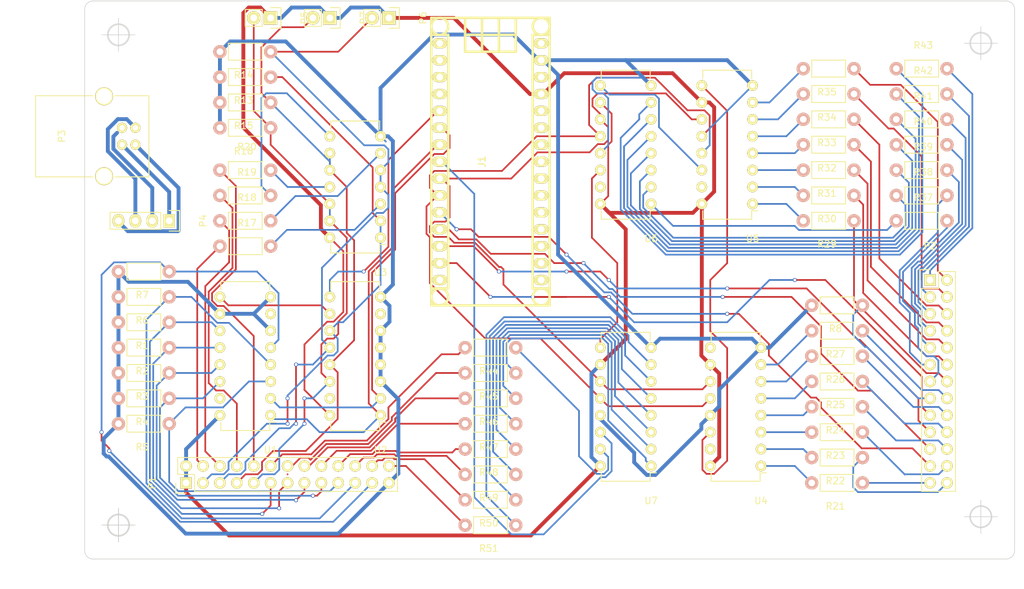
<source format=kicad_pcb>
(kicad_pcb (version 4) (host pcbnew 4.0.2+dfsg1-stable)
  (layers (0 F.Cu signal) (31 B.Cu signal) (34 B.Paste user hide) (35 F.Paste user hide) (36 B.SilkS user) (37 F.SilkS user) (38 B.Mask user) (39 F.Mask user) (44 Edge.Cuts user))
  (net 0 "")
  (net 1 "Net-(J1-Pad1)")
  (net 2 "Net-(J1-Pad2)")
  (net 3 "Net-(J1-Pad3)")
  (net 4 "Net-(J1-Pad4)")
  (net 5 "Net-(J1-Pad5)")
  (net 6 "Net-(J1-Pad6)")
  (net 7 "Net-(J1-Pad7)")
  (net 8 "Net-(J1-Pad8)")
  (net 9 "Net-(J1-Pad9)")
  (net 10 "Net-(J1-Pad10)")
  (net 11 "Net-(J1-Pad11)")
  (net 12 "Net-(J1-Pad12)")
  (net 13 "Net-(J1-Pad13)")
  (net 14 "Net-(J1-Pad14)")
  (net 15 "Net-(J1-Pad15)")
  (net 16 "Net-(J1-Pad16)")
  (net 17 "Net-(J1-Pad17)")
  (net 18 "Net-(J1-Pad18)")
  (net 19 "Net-(J1-Pad19)")
  (net 20 "Net-(J1-Pad20)")
  (net 21 "Net-(J1-Pad21)")
  (net 22 "Net-(J1-Pad22)")
  (net 23 "Net-(J1-Pad23)")
  (net 24 "Net-(J1-Pad24)")
  (net 25 "Net-(J1-Pad25)")
  (net 26 "Net-(J1-Pad26)")
  (net 27 "Net-(J1-Pad28)")
  (net 28 GND)
  (net 29 "Net-(J1-Pad30)")
  (net 30 "Net-(P1-Pad3)")
  (net 31 "Net-(P1-Pad4)")
  (net 32 "Net-(P1-Pad5)")
  (net 33 "Net-(P1-Pad6)")
  (net 34 "Net-(P1-Pad7)")
  (net 35 "Net-(P1-Pad8)")
  (net 36 "Net-(P1-Pad9)")
  (net 37 "Net-(P1-Pad10)")
  (net 38 "Net-(P1-Pad11)")
  (net 39 "Net-(P1-Pad12)")
  (net 40 "Net-(P1-Pad13)")
  (net 41 "Net-(P1-Pad14)")
  (net 42 "Net-(P1-Pad15)")
  (net 43 "Net-(P1-Pad16)")
  (net 44 "Net-(P1-Pad17)")
  (net 45 "Net-(P1-Pad18)")
  (net 46 "Net-(P1-Pad19)")
  (net 47 "Net-(P1-Pad20)")
  (net 48 "Net-(P1-Pad21)")
  (net 49 "Net-(P1-Pad22)")
  (net 50 "Net-(P1-Pad23)")
  (net 51 "Net-(P1-Pad24)")
  (net 52 "Net-(P1-Pad26)")
  (net 53 "Net-(P2-Pad1)")
  (net 54 "Net-(P2-Pad2)")
  (net 55 "Net-(P2-Pad3)")
  (net 56 "Net-(P2-Pad4)")
  (net 57 "Net-(P2-Pad5)")
  (net 58 "Net-(P2-Pad6)")
  (net 59 "Net-(P2-Pad7)")
  (net 60 "Net-(P2-Pad8)")
  (net 61 "Net-(P2-Pad9)")
  (net 62 "Net-(P2-Pad10)")
  (net 63 "Net-(P2-Pad11)")
  (net 64 "Net-(P2-Pad12)")
  (net 65 "Net-(P2-Pad13)")
  (net 66 "Net-(P2-Pad14)")
  (net 67 "Net-(P2-Pad15)")
  (net 68 "Net-(P2-Pad16)")
  (net 69 "Net-(P2-Pad18)")
  (net 70 "Net-(P2-Pad20)")
  (net 71 "Net-(P2-Pad22)")
  (net 72 "Net-(P2-Pad24)")
  (net 73 "Net-(P2-Pad25)")
  (net 74 "Net-(P2-Pad26)")
  (net 75 "Net-(R17-Pad2)")
  (net 76 "Net-(R18-Pad2)")
  (net 77 "Net-(R19-Pad2)")
  (net 78 "Net-(R20-Pad2)")
  (net 79 "Net-(R21-Pad2)")
  (net 80 "Net-(R22-Pad2)")
  (net 81 "Net-(R23-Pad2)")
  (net 82 "Net-(R24-Pad2)")
  (net 83 "Net-(R25-Pad2)")
  (net 84 "Net-(R26-Pad2)")
  (net 85 "Net-(R27-Pad2)")
  (net 86 "Net-(R29-Pad2)")
  (net 87 "Net-(R30-Pad2)")
  (net 88 "Net-(R31-Pad2)")
  (net 89 "Net-(R32-Pad2)")
  (net 90 "Net-(R33-Pad2)")
  (net 91 "Net-(R34-Pad2)")
  (net 92 "Net-(R35-Pad2)")
  (net 93 "Net-(R37-Pad1)")
  (net 94 "Net-(R38-Pad1)")
  (net 95 "Net-(R39-Pad1)")
  (net 96 "Net-(R40-Pad1)")
  (net 97 "Net-(R41-Pad1)")
  (net 98 "Net-(R42-Pad1)")
  (net 99 "Net-(R43-Pad1)")
  (net 100 "Net-(R44-Pad1)")
  (net 101 "Net-(R45-Pad1)")
  (net 102 "Net-(R46-Pad1)")
  (net 103 "Net-(R47-Pad1)")
  (net 104 "Net-(R48-Pad1)")
  (net 105 "Net-(R49-Pad1)")
  (net 106 "Net-(R50-Pad1)")
  (net 107 "Net-(R51-Pad1)")
  (net 108 "Net-(U1-Pad7)")
  (net 109 "Net-(U1-Pad9)")
  (net 110 "Net-(U1-Pad15)")
  (net 111 VCC)
  (net 112 "Net-(U2-Pad7)")
  (net 113 "Net-(U2-Pad15)")
  (net 114 "Net-(U4-Pad9)")
  (net 115 "Net-(U4-Pad14)")
  (net 116 "Net-(U4-Pad15)")
  (net 117 "Net-(U5-Pad14)")
  (net 118 "Net-(U5-Pad15)")
  (net 119 "Net-(U6-Pad14)")
  (net 120 "Net-(U6-Pad15)")
  (net 121 "Net-(P3-Pad2)")
  (net 122 "Net-(P3-Pad1)")
  (net 123 "Net-(P3-Pad3)")
  (net 124 "Net-(P3-Pad5)")
  (net 125 "Net-(P3-Pad4)")
  (module Resistors_ThroughHole:Resistor_Horizontal_RM7mm (layer F.Cu) (at 116.84 53.34 180)
    (fp_text reference R15 (at 4.05892 -3.50012 180) (layer F.SilkS))
    (fp_text value 10k)
    (pad 1 thru_hole circle (at 0 0 180) (size 1.99898 1.99898) (drill 1.00076) (layers *.Cu *.SilkS *.Mask) (net 34 "Net-(P1-Pad7)"))
    (pad 2 thru_hole circle (at 7.62 0 180) (size 1.99898 1.99898) (drill 1.00076) (layers *.Cu *.SilkS *.Mask) (net 28 GND))
  )
  (module Resistors_ThroughHole:Resistor_Horizontal_RM7mm (layer F.Cu) (at 116.84 45.72 180)
    (fp_text reference R14 (at 4.05892 -3.50012 180) (layer F.SilkS))
    (fp_text value 10k)
    (pad 1 thru_hole circle (at 0 0 180) (size 1.99898 1.99898) (drill 1.00076) (layers *.Cu *.SilkS *.Mask) (net 32 "Net-(P1-Pad5)"))
    (pad 2 thru_hole circle (at 7.62 0 180) (size 1.99898 1.99898) (drill 1.00076) (layers *.Cu *.SilkS *.Mask) (net 28 GND))
  )
  (module Housings_DIP:DIP-16_W7.62mm (layer F.Cu) (at 173.99 107.95 180)
    (fp_text reference U7 (at 0 -5.22 180) (layer F.SilkS))
    (fp_text value 74LS595)
    (pad 1 thru_hole oval (at 0 0 180) (size 1.6 1.6) (drill 0.8) (layers *.Cu *.Mask F.SilkS) (net 101 "Net-(R45-Pad1)"))
    (pad 2 thru_hole oval (at 0 2.54 180) (size 1.6 1.6) (drill 0.8) (layers *.Cu *.Mask F.SilkS) (net 102 "Net-(R46-Pad1)"))
    (pad 3 thru_hole oval (at 0 5.08 180) (size 1.6 1.6) (drill 0.8) (layers *.Cu *.Mask F.SilkS) (net 103 "Net-(R47-Pad1)"))
    (pad 4 thru_hole oval (at 0 7.62 180) (size 1.6 1.6) (drill 0.8) (layers *.Cu *.Mask F.SilkS) (net 104 "Net-(R48-Pad1)"))
    (pad 5 thru_hole oval (at 0 10.16 180) (size 1.6 1.6) (drill 0.8) (layers *.Cu *.Mask F.SilkS) (net 105 "Net-(R49-Pad1)"))
    (pad 6 thru_hole oval (at 0 12.7 180) (size 1.6 1.6) (drill 0.8) (layers *.Cu *.Mask F.SilkS) (net 106 "Net-(R50-Pad1)"))
    (pad 7 thru_hole oval (at 0 15.24 180) (size 1.6 1.6) (drill 0.8) (layers *.Cu *.Mask F.SilkS) (net 107 "Net-(R51-Pad1)"))
    (pad 8 thru_hole oval (at 0 17.78 180) (size 1.6 1.6) (drill 0.8) (layers *.Cu *.Mask F.SilkS) (net 28 GND))
    (pad 9 thru_hole oval (at 7.62 17.78 180) (size 1.6 1.6) (drill 0.8) (layers *.Cu *.Mask F.SilkS) (net 119 "Net-(U6-Pad14)"))
    (pad 10 thru_hole oval (at 7.62 15.24 180) (size 1.6 1.6) (drill 0.8) (layers *.Cu *.Mask F.SilkS) (net 111 VCC))
    (pad 11 thru_hole oval (at 7.62 12.7 180) (size 1.6 1.6) (drill 0.8) (layers *.Cu *.Mask F.SilkS) (net 9 "Net-(J1-Pad9)"))
    (pad 12 thru_hole oval (at 7.62 10.16 180) (size 1.6 1.6) (drill 0.8) (layers *.Cu *.Mask F.SilkS) (net 10 "Net-(J1-Pad10)"))
    (pad 13 thru_hole oval (at 7.62 7.62 180) (size 1.6 1.6) (drill 0.8) (layers *.Cu *.Mask F.SilkS) (net 28 GND))
    (pad 14 thru_hole oval (at 7.62 5.08 180) (size 1.6 1.6) (drill 0.8) (layers *.Cu *.Mask F.SilkS) (net 8 "Net-(J1-Pad8)"))
    (pad 15 thru_hole oval (at 7.62 2.54 180) (size 1.6 1.6) (drill 0.8) (layers *.Cu *.Mask F.SilkS) (net 100 "Net-(R44-Pad1)"))
    (pad 16 thru_hole oval (at 7.62 0 180) (size 1.6 1.6) (drill 0.8) (layers *.Cu *.Mask F.SilkS) (net 111 VCC))
  )
  (module Housings_DIP:DIP-16_W7.62mm (layer F.Cu) (at 190.5 107.95 180)
    (fp_text reference U4 (at 0 -5.22 180) (layer F.SilkS))
    (fp_text value 74LS595)
    (pad 1 thru_hole oval (at 0 0 180) (size 1.6 1.6) (drill 0.8) (layers *.Cu *.Mask F.SilkS) (net 79 "Net-(R21-Pad2)"))
    (pad 2 thru_hole oval (at 0 2.54 180) (size 1.6 1.6) (drill 0.8) (layers *.Cu *.Mask F.SilkS) (net 80 "Net-(R22-Pad2)"))
    (pad 3 thru_hole oval (at 0 5.08 180) (size 1.6 1.6) (drill 0.8) (layers *.Cu *.Mask F.SilkS) (net 81 "Net-(R23-Pad2)"))
    (pad 4 thru_hole oval (at 0 7.62 180) (size 1.6 1.6) (drill 0.8) (layers *.Cu *.Mask F.SilkS) (net 82 "Net-(R24-Pad2)"))
    (pad 5 thru_hole oval (at 0 10.16 180) (size 1.6 1.6) (drill 0.8) (layers *.Cu *.Mask F.SilkS) (net 83 "Net-(R25-Pad2)"))
    (pad 6 thru_hole oval (at 0 12.7 180) (size 1.6 1.6) (drill 0.8) (layers *.Cu *.Mask F.SilkS) (net 84 "Net-(R26-Pad2)"))
    (pad 7 thru_hole oval (at 0 15.24 180) (size 1.6 1.6) (drill 0.8) (layers *.Cu *.Mask F.SilkS) (net 85 "Net-(R27-Pad2)"))
    (pad 8 thru_hole oval (at 0 17.78 180) (size 1.6 1.6) (drill 0.8) (layers *.Cu *.Mask F.SilkS) (net 28 GND))
    (pad 9 thru_hole oval (at 7.62 17.78 180) (size 1.6 1.6) (drill 0.8) (layers *.Cu *.Mask F.SilkS) (net 114 "Net-(U4-Pad9)"))
    (pad 10 thru_hole oval (at 7.62 15.24 180) (size 1.6 1.6) (drill 0.8) (layers *.Cu *.Mask F.SilkS) (net 111 VCC))
    (pad 11 thru_hole oval (at 7.62 12.7 180) (size 1.6 1.6) (drill 0.8) (layers *.Cu *.Mask F.SilkS) (net 9 "Net-(J1-Pad9)"))
    (pad 12 thru_hole oval (at 7.62 10.16 180) (size 1.6 1.6) (drill 0.8) (layers *.Cu *.Mask F.SilkS) (net 10 "Net-(J1-Pad10)"))
    (pad 13 thru_hole oval (at 7.62 7.62 180) (size 1.6 1.6) (drill 0.8) (layers *.Cu *.Mask F.SilkS) (net 28 GND))
    (pad 14 thru_hole oval (at 7.62 5.08 180) (size 1.6 1.6) (drill 0.8) (layers *.Cu *.Mask F.SilkS) (net 115 "Net-(U4-Pad14)"))
    (pad 15 thru_hole oval (at 7.62 2.54 180) (size 1.6 1.6) (drill 0.8) (layers *.Cu *.Mask F.SilkS) (net 116 "Net-(U4-Pad15)"))
    (pad 16 thru_hole oval (at 7.62 0 180) (size 1.6 1.6) (drill 0.8) (layers *.Cu *.Mask F.SilkS) (net 111 VCC))
  )
  (module Housings_DIP:DIP-16_W7.62mm (layer F.Cu) (at 133.35 100.33 180)
    (fp_text reference U2 (at 0 -5.22 180) (layer F.SilkS))
    (fp_text value 74LS165)
    (pad 1 thru_hole oval (at 0 0 180) (size 1.6 1.6) (drill 0.8) (layers *.Cu *.Mask F.SilkS) (net 7 "Net-(J1-Pad7)"))
    (pad 2 thru_hole oval (at 0 2.54 180) (size 1.6 1.6) (drill 0.8) (layers *.Cu *.Mask F.SilkS) (net 6 "Net-(J1-Pad6)"))
    (pad 3 thru_hole oval (at 0 5.08 180) (size 1.6 1.6) (drill 0.8) (layers *.Cu *.Mask F.SilkS) (net 28 GND))
    (pad 4 thru_hole oval (at 0 7.62 180) (size 1.6 1.6) (drill 0.8) (layers *.Cu *.Mask F.SilkS) (net 28 GND))
    (pad 5 thru_hole oval (at 0 10.16 180) (size 1.6 1.6) (drill 0.8) (layers *.Cu *.Mask F.SilkS) (net 28 GND))
    (pad 6 thru_hole oval (at 0 12.7 180) (size 1.6 1.6) (drill 0.8) (layers *.Cu *.Mask F.SilkS) (net 28 GND))
    (pad 7 thru_hole oval (at 0 15.24 180) (size 1.6 1.6) (drill 0.8) (layers *.Cu *.Mask F.SilkS) (net 112 "Net-(U2-Pad7)"))
    (pad 8 thru_hole oval (at 0 17.78 180) (size 1.6 1.6) (drill 0.8) (layers *.Cu *.Mask F.SilkS) (net 28 GND))
    (pad 9 thru_hole oval (at 7.62 17.78 180) (size 1.6 1.6) (drill 0.8) (layers *.Cu *.Mask F.SilkS) (net 5 "Net-(J1-Pad5)"))
    (pad 10 thru_hole oval (at 7.62 15.24 180) (size 1.6 1.6) (drill 0.8) (layers *.Cu *.Mask F.SilkS) (net 109 "Net-(U1-Pad9)"))
    (pad 11 thru_hole oval (at 7.62 12.7 180) (size 1.6 1.6) (drill 0.8) (layers *.Cu *.Mask F.SilkS) (net 30 "Net-(P1-Pad3)"))
    (pad 12 thru_hole oval (at 7.62 10.16 180) (size 1.6 1.6) (drill 0.8) (layers *.Cu *.Mask F.SilkS) (net 32 "Net-(P1-Pad5)"))
    (pad 13 thru_hole oval (at 7.62 7.62 180) (size 1.6 1.6) (drill 0.8) (layers *.Cu *.Mask F.SilkS) (net 34 "Net-(P1-Pad7)"))
    (pad 14 thru_hole oval (at 7.62 5.08 180) (size 1.6 1.6) (drill 0.8) (layers *.Cu *.Mask F.SilkS) (net 36 "Net-(P1-Pad9)"))
    (pad 15 thru_hole oval (at 7.62 2.54 180) (size 1.6 1.6) (drill 0.8) (layers *.Cu *.Mask F.SilkS) (net 113 "Net-(U2-Pad15)"))
    (pad 16 thru_hole oval (at 7.62 0 180) (size 1.6 1.6) (drill 0.8) (layers *.Cu *.Mask F.SilkS) (net 111 VCC))
  )
  (module Connect:USB_B (layer F.Cu) (at 96.52 59.69 180)
    (fp_text reference P3 (at 11.049 1.27 270) (layer F.SilkS))
    (fp_text value USB_B)
    (pad 2 thru_hole circle (at 0 2.54 90) (size 1.524 1.524) (drill 0.8128) (layers *.Cu *.Mask F.SilkS) (net 121 "Net-(P3-Pad2)"))
    (pad 1 thru_hole circle (at 0 0 90) (size 1.524 1.524) (drill 0.8128) (layers *.Cu *.Mask F.SilkS) (net 122 "Net-(P3-Pad1)"))
    (pad 4 thru_hole circle (at 1.99898 0 90) (size 1.524 1.524) (drill 0.8128) (layers *.Cu *.Mask F.SilkS) (net 125 "Net-(P3-Pad4)"))
    (pad 3 thru_hole circle (at 1.99898 2.54 90) (size 1.524 1.524) (drill 0.8128) (layers *.Cu *.Mask F.SilkS) (net 123 "Net-(P3-Pad3)"))
    (pad 5 thru_hole circle (at 4.699 7.26948 90) (size 2.70002 2.70002) (drill 2.30124) (layers *.Cu *.Mask F.SilkS) (net 124 "Net-(P3-Pad5)"))
    (pad 5 thru_hole circle (at 4.699 -4.72948 90) (size 2.70002 2.70002) (drill 2.30124) (layers *.Cu *.Mask F.SilkS) (net 124 "Net-(P3-Pad5)"))
  )
  (module w_conn_misc:arduino_nano_header (layer F.Cu) (at 149.86 62.23 270)
    (fp_text reference J1 (at 0 1.27 270) (layer F.SilkS) (effects (font (size 1.016 1.016) (thickness 0.2032))))
    (fp_text value Arduino_Nano_Header hide)
    (pad 1 thru_hole oval (at -17.78 7.62 270) (size 1.524 2.19964) (drill 1.00076) (layers *.Cu *.Mask F.SilkS) (net 1 "Net-(J1-Pad1)"))
    (pad 2 thru_hole oval (at -15.24 7.62 270) (size 1.524 2.19964) (drill 1.00076) (layers *.Cu *.Mask F.SilkS) (net 2 "Net-(J1-Pad2)"))
    (pad 3 thru_hole oval (at -12.7 7.62 270) (size 1.524 2.19964) (drill 1.00076) (layers *.Cu *.Mask F.SilkS) (net 3 "Net-(J1-Pad3)"))
    (pad 4 thru_hole oval (at -10.16 7.62 270) (size 1.524 2.19964) (drill 1.00076) (layers *.Cu *.Mask F.SilkS) (net 4 "Net-(J1-Pad4)"))
    (pad 5 thru_hole oval (at -7.62 7.62 270) (size 1.524 2.19964) (drill 1.00076) (layers *.Cu *.Mask F.SilkS) (net 5 "Net-(J1-Pad5)"))
    (pad 6 thru_hole oval (at -5.08 7.62 270) (size 1.524 2.19964) (drill 1.00076) (layers *.Cu *.Mask F.SilkS) (net 6 "Net-(J1-Pad6)"))
    (pad 7 thru_hole oval (at -2.54 7.62 270) (size 1.524 2.19964) (drill 1.00076) (layers *.Cu *.Mask F.SilkS) (net 7 "Net-(J1-Pad7)"))
    (pad 8 thru_hole oval (at 0 7.62 270) (size 1.524 2.19964) (drill 1.00076) (layers *.Cu *.Mask F.SilkS) (net 8 "Net-(J1-Pad8)"))
    (pad 9 thru_hole oval (at 2.54 7.62 270) (size 1.524 2.19964) (drill 1.00076) (layers *.Cu *.Mask F.SilkS) (net 9 "Net-(J1-Pad9)"))
    (pad 10 thru_hole oval (at 5.08 7.62 270) (size 1.524 2.19964) (drill 1.00076) (layers *.Cu *.Mask F.SilkS) (net 10 "Net-(J1-Pad10)"))
    (pad 11 thru_hole oval (at 7.62 7.62 270) (size 1.524 2.19964) (drill 1.00076) (layers *.Cu *.Mask F.SilkS) (net 11 "Net-(J1-Pad11)"))
    (pad 12 thru_hole oval (at 10.16 7.62 270) (size 1.524 2.19964) (drill 1.00076) (layers *.Cu *.Mask F.SilkS) (net 12 "Net-(J1-Pad12)"))
    (pad 13 thru_hole oval (at 12.7 7.62 270) (size 1.524 2.19964) (drill 1.00076) (layers *.Cu *.Mask F.SilkS) (net 13 "Net-(J1-Pad13)"))
    (pad 14 thru_hole oval (at 15.24 7.62 270) (size 1.524 2.19964) (drill 1.00076) (layers *.Cu *.Mask F.SilkS) (net 14 "Net-(J1-Pad14)"))
    (pad 15 thru_hole oval (at 17.78 7.62 270) (size 1.524 2.19964) (drill 1.00076) (layers *.Cu *.Mask F.SilkS) (net 15 "Net-(J1-Pad15)"))
    (pad 16 thru_hole oval (at 17.78 -7.62 270) (size 1.524 2.19964) (drill 1.00076) (layers *.Cu *.Mask F.SilkS) (net 16 "Net-(J1-Pad16)"))
    (pad 17 thru_hole oval (at 15.24 -7.62 270) (size 1.524 2.19964) (drill 1.00076) (layers *.Cu *.Mask F.SilkS) (net 17 "Net-(J1-Pad17)"))
    (pad 18 thru_hole oval (at 12.7 -7.62 270) (size 1.524 2.19964) (drill 1.00076) (layers *.Cu *.Mask F.SilkS) (net 18 "Net-(J1-Pad18)"))
    (pad 19 thru_hole oval (at 10.16 -7.62 270) (size 1.524 2.19964) (drill 1.00076) (layers *.Cu *.Mask F.SilkS) (net 19 "Net-(J1-Pad19)"))
    (pad 20 thru_hole oval (at 7.62 -7.62 270) (size 1.524 2.1971) (drill 1.00076) (layers *.Cu *.Mask F.SilkS) (net 20 "Net-(J1-Pad20)"))
    (pad 21 thru_hole oval (at 5.08 -7.62 270) (size 1.524 2.1971) (drill 1.00076) (layers *.Cu *.Mask F.SilkS) (net 21 "Net-(J1-Pad21)"))
    (pad 22 thru_hole oval (at 2.54 -7.62 270) (size 1.524 2.1971) (drill 1.00076) (layers *.Cu *.Mask F.SilkS) (net 22 "Net-(J1-Pad22)"))
    (pad 23 thru_hole oval (at 0 -7.62 270) (size 1.524 2.1971) (drill 1.00076) (layers *.Cu *.Mask F.SilkS) (net 23 "Net-(J1-Pad23)"))
    (pad 24 thru_hole oval (at -2.54 -7.62 270) (size 1.524 2.1971) (drill 0.99822) (layers *.Cu *.Mask F.SilkS) (net 24 "Net-(J1-Pad24)"))
    (pad 25 thru_hole oval (at -5.08 -7.62 270) (size 1.524 2.1971) (drill 0.99822) (layers *.Cu *.Mask F.SilkS) (net 25 "Net-(J1-Pad25)"))
    (pad 26 thru_hole oval (at -7.62 -7.62 270) (size 1.524 2.1971) (drill 0.99822) (layers *.Cu *.Mask F.SilkS) (net 26 "Net-(J1-Pad26)"))
    (pad 27 thru_hole oval (at -10.16 -7.62 270) (size 1.524 2.1971) (drill 0.99822) (layers *.Cu *.Mask F.SilkS) (net 111 VCC))
    (pad 28 thru_hole oval (at -12.7 -7.62 270) (size 1.524 2.1971) (drill 0.99822) (layers *.Cu *.Mask F.SilkS) (net 27 "Net-(J1-Pad28)"))
    (pad 29 thru_hole oval (at -15.24 -7.62 270) (size 1.524 2.1971) (drill 0.99822) (layers *.Cu *.Mask F.SilkS) (net 28 GND))
    (pad 30 thru_hole oval (at -17.78 -7.62 270) (size 1.524 2.1971) (drill 0.99822) (layers *.Cu *.Mask F.SilkS) (net 29 "Net-(J1-Pad30)"))
  )
  (module Pin_Headers:Pin_Header_Straight_2x13 (layer F.Cu) (at 104.14 110.49 90)
    (fp_text reference P1 (at 0 -5.1 90) (layer F.SilkS))
    (fp_text value CONN_02X13)
    (pad 1 thru_hole rect (at 0 0 90) (size 1.7272 1.7272) (drill 1.016) (layers *.Cu *.Mask F.SilkS) (net 111 VCC))
    (pad 2 thru_hole oval (at 2.54 0 90) (size 1.7272 1.7272) (drill 1.016) (layers *.Cu *.Mask F.SilkS) (net 111 VCC))
    (pad 3 thru_hole oval (at 0 2.54 90) (size 1.7272 1.7272) (drill 1.016) (layers *.Cu *.Mask F.SilkS) (net 30 "Net-(P1-Pad3)"))
    (pad 4 thru_hole oval (at 2.54 2.54 90) (size 1.7272 1.7272) (drill 1.016) (layers *.Cu *.Mask F.SilkS) (net 31 "Net-(P1-Pad4)"))
    (pad 5 thru_hole oval (at 0 5.08 90) (size 1.7272 1.7272) (drill 1.016) (layers *.Cu *.Mask F.SilkS) (net 32 "Net-(P1-Pad5)"))
    (pad 6 thru_hole oval (at 2.54 5.08 90) (size 1.7272 1.7272) (drill 1.016) (layers *.Cu *.Mask F.SilkS) (net 33 "Net-(P1-Pad6)"))
    (pad 7 thru_hole oval (at 0 7.62 90) (size 1.7272 1.7272) (drill 1.016) (layers *.Cu *.Mask F.SilkS) (net 34 "Net-(P1-Pad7)"))
    (pad 8 thru_hole oval (at 2.54 7.62 90) (size 1.7272 1.7272) (drill 1.016) (layers *.Cu *.Mask F.SilkS) (net 35 "Net-(P1-Pad8)"))
    (pad 9 thru_hole oval (at 0 10.16 90) (size 1.7272 1.7272) (drill 1.016) (layers *.Cu *.Mask F.SilkS) (net 36 "Net-(P1-Pad9)"))
    (pad 10 thru_hole oval (at 2.54 10.16 90) (size 1.7272 1.7272) (drill 1.016) (layers *.Cu *.Mask F.SilkS) (net 37 "Net-(P1-Pad10)"))
    (pad 11 thru_hole oval (at 0 12.7 90) (size 1.7272 1.7272) (drill 1.016) (layers *.Cu *.Mask F.SilkS) (net 38 "Net-(P1-Pad11)"))
    (pad 12 thru_hole oval (at 2.54 12.7 90) (size 1.7272 1.7272) (drill 1.016) (layers *.Cu *.Mask F.SilkS) (net 39 "Net-(P1-Pad12)"))
    (pad 13 thru_hole oval (at 0 15.24 90) (size 1.7272 1.7272) (drill 1.016) (layers *.Cu *.Mask F.SilkS) (net 40 "Net-(P1-Pad13)"))
    (pad 14 thru_hole oval (at 2.54 15.24 90) (size 1.7272 1.7272) (drill 1.016) (layers *.Cu *.Mask F.SilkS) (net 41 "Net-(P1-Pad14)"))
    (pad 15 thru_hole oval (at 0 17.78 90) (size 1.7272 1.7272) (drill 1.016) (layers *.Cu *.Mask F.SilkS) (net 42 "Net-(P1-Pad15)"))
    (pad 16 thru_hole oval (at 2.54 17.78 90) (size 1.7272 1.7272) (drill 1.016) (layers *.Cu *.Mask F.SilkS) (net 43 "Net-(P1-Pad16)"))
    (pad 17 thru_hole oval (at 0 20.32 90) (size 1.7272 1.7272) (drill 1.016) (layers *.Cu *.Mask F.SilkS) (net 44 "Net-(P1-Pad17)"))
    (pad 18 thru_hole oval (at 2.54 20.32 90) (size 1.7272 1.7272) (drill 1.016) (layers *.Cu *.Mask F.SilkS) (net 45 "Net-(P1-Pad18)"))
    (pad 19 thru_hole oval (at 0 22.86 90) (size 1.7272 1.7272) (drill 1.016) (layers *.Cu *.Mask F.SilkS) (net 46 "Net-(P1-Pad19)"))
    (pad 20 thru_hole oval (at 2.54 22.86 90) (size 1.7272 1.7272) (drill 1.016) (layers *.Cu *.Mask F.SilkS) (net 47 "Net-(P1-Pad20)"))
    (pad 21 thru_hole oval (at 0 25.4 90) (size 1.7272 1.7272) (drill 1.016) (layers *.Cu *.Mask F.SilkS) (net 48 "Net-(P1-Pad21)"))
    (pad 22 thru_hole oval (at 2.54 25.4 90) (size 1.7272 1.7272) (drill 1.016) (layers *.Cu *.Mask F.SilkS) (net 49 "Net-(P1-Pad22)"))
    (pad 23 thru_hole oval (at 0 27.94 90) (size 1.7272 1.7272) (drill 1.016) (layers *.Cu *.Mask F.SilkS) (net 50 "Net-(P1-Pad23)"))
    (pad 24 thru_hole oval (at 2.54 27.94 90) (size 1.7272 1.7272) (drill 1.016) (layers *.Cu *.Mask F.SilkS) (net 51 "Net-(P1-Pad24)"))
    (pad 25 thru_hole oval (at 0 30.48 90) (size 1.7272 1.7272) (drill 1.016) (layers *.Cu *.Mask F.SilkS) (net 28 GND))
    (pad 26 thru_hole oval (at 2.54 30.48 90) (size 1.7272 1.7272) (drill 1.016) (layers *.Cu *.Mask F.SilkS) (net 52 "Net-(P1-Pad26)"))
  )
  (module Pin_Headers:Pin_Header_Straight_2x13 (layer F.Cu) (at 215.9 80.01)
    (fp_text reference P2 (at 0 -5.1) (layer F.SilkS))
    (fp_text value CONN_02X13)
    (pad 1 thru_hole rect (at 0 0) (size 1.7272 1.7272) (drill 1.016) (layers *.Cu *.Mask F.SilkS) (net 53 "Net-(P2-Pad1)"))
    (pad 2 thru_hole oval (at 2.54 0) (size 1.7272 1.7272) (drill 1.016) (layers *.Cu *.Mask F.SilkS) (net 54 "Net-(P2-Pad2)"))
    (pad 3 thru_hole oval (at 0 2.54) (size 1.7272 1.7272) (drill 1.016) (layers *.Cu *.Mask F.SilkS) (net 55 "Net-(P2-Pad3)"))
    (pad 4 thru_hole oval (at 2.54 2.54) (size 1.7272 1.7272) (drill 1.016) (layers *.Cu *.Mask F.SilkS) (net 56 "Net-(P2-Pad4)"))
    (pad 5 thru_hole oval (at 0 5.08) (size 1.7272 1.7272) (drill 1.016) (layers *.Cu *.Mask F.SilkS) (net 57 "Net-(P2-Pad5)"))
    (pad 6 thru_hole oval (at 2.54 5.08) (size 1.7272 1.7272) (drill 1.016) (layers *.Cu *.Mask F.SilkS) (net 58 "Net-(P2-Pad6)"))
    (pad 7 thru_hole oval (at 0 7.62) (size 1.7272 1.7272) (drill 1.016) (layers *.Cu *.Mask F.SilkS) (net 59 "Net-(P2-Pad7)"))
    (pad 8 thru_hole oval (at 2.54 7.62) (size 1.7272 1.7272) (drill 1.016) (layers *.Cu *.Mask F.SilkS) (net 60 "Net-(P2-Pad8)"))
    (pad 9 thru_hole oval (at 0 10.16) (size 1.7272 1.7272) (drill 1.016) (layers *.Cu *.Mask F.SilkS) (net 61 "Net-(P2-Pad9)"))
    (pad 10 thru_hole oval (at 2.54 10.16) (size 1.7272 1.7272) (drill 1.016) (layers *.Cu *.Mask F.SilkS) (net 62 "Net-(P2-Pad10)"))
    (pad 11 thru_hole oval (at 0 12.7) (size 1.7272 1.7272) (drill 1.016) (layers *.Cu *.Mask F.SilkS) (net 63 "Net-(P2-Pad11)"))
    (pad 12 thru_hole oval (at 2.54 12.7) (size 1.7272 1.7272) (drill 1.016) (layers *.Cu *.Mask F.SilkS) (net 64 "Net-(P2-Pad12)"))
    (pad 13 thru_hole oval (at 0 15.24) (size 1.7272 1.7272) (drill 1.016) (layers *.Cu *.Mask F.SilkS) (net 65 "Net-(P2-Pad13)"))
    (pad 14 thru_hole oval (at 2.54 15.24) (size 1.7272 1.7272) (drill 1.016) (layers *.Cu *.Mask F.SilkS) (net 66 "Net-(P2-Pad14)"))
    (pad 15 thru_hole oval (at 0 17.78) (size 1.7272 1.7272) (drill 1.016) (layers *.Cu *.Mask F.SilkS) (net 67 "Net-(P2-Pad15)"))
    (pad 16 thru_hole oval (at 2.54 17.78) (size 1.7272 1.7272) (drill 1.016) (layers *.Cu *.Mask F.SilkS) (net 68 "Net-(P2-Pad16)"))
    (pad 17 thru_hole oval (at 0 20.32) (size 1.7272 1.7272) (drill 1.016) (layers *.Cu *.Mask F.SilkS) (net 14 "Net-(J1-Pad14)"))
    (pad 18 thru_hole oval (at 2.54 20.32) (size 1.7272 1.7272) (drill 1.016) (layers *.Cu *.Mask F.SilkS) (net 69 "Net-(P2-Pad18)"))
    (pad 19 thru_hole oval (at 0 22.86) (size 1.7272 1.7272) (drill 1.016) (layers *.Cu *.Mask F.SilkS) (net 13 "Net-(J1-Pad13)"))
    (pad 20 thru_hole oval (at 2.54 22.86) (size 1.7272 1.7272) (drill 1.016) (layers *.Cu *.Mask F.SilkS) (net 70 "Net-(P2-Pad20)"))
    (pad 21 thru_hole oval (at 0 25.4) (size 1.7272 1.7272) (drill 1.016) (layers *.Cu *.Mask F.SilkS) (net 12 "Net-(J1-Pad12)"))
    (pad 22 thru_hole oval (at 2.54 25.4) (size 1.7272 1.7272) (drill 1.016) (layers *.Cu *.Mask F.SilkS) (net 71 "Net-(P2-Pad22)"))
    (pad 23 thru_hole oval (at 0 27.94) (size 1.7272 1.7272) (drill 1.016) (layers *.Cu *.Mask F.SilkS) (net 11 "Net-(J1-Pad11)"))
    (pad 24 thru_hole oval (at 2.54 27.94) (size 1.7272 1.7272) (drill 1.016) (layers *.Cu *.Mask F.SilkS) (net 72 "Net-(P2-Pad24)"))
    (pad 25 thru_hole oval (at 0 30.48) (size 1.7272 1.7272) (drill 1.016) (layers *.Cu *.Mask F.SilkS) (net 73 "Net-(P2-Pad25)"))
    (pad 26 thru_hole oval (at 2.54 30.48) (size 1.7272 1.7272) (drill 1.016) (layers *.Cu *.Mask F.SilkS) (net 74 "Net-(P2-Pad26)"))
  )
  (module Resistors_ThroughHole:Resistor_Horizontal_RM7mm (layer F.Cu) (at 101.6 86.36 180)
    (fp_text reference R1 (at 4.05892 -3.50012 180) (layer F.SilkS))
    (fp_text value 10k)
    (pad 1 thru_hole circle (at 0 0 180) (size 1.99898 1.99898) (drill 1.00076) (layers *.Cu *.SilkS *.Mask) (net 38 "Net-(P1-Pad11)"))
    (pad 2 thru_hole circle (at 7.62 0 180) (size 1.99898 1.99898) (drill 1.00076) (layers *.Cu *.SilkS *.Mask) (net 28 GND))
  )
  (module Resistors_ThroughHole:Resistor_Horizontal_RM7mm (layer F.Cu) (at 101.6 90.17 180)
    (fp_text reference R2 (at 4.05892 -3.50012 180) (layer F.SilkS))
    (fp_text value 10k)
    (pad 1 thru_hole circle (at 0 0 180) (size 1.99898 1.99898) (drill 1.00076) (layers *.Cu *.SilkS *.Mask) (net 40 "Net-(P1-Pad13)"))
    (pad 2 thru_hole circle (at 7.62 0 180) (size 1.99898 1.99898) (drill 1.00076) (layers *.Cu *.SilkS *.Mask) (net 28 GND))
  )
  (module Resistors_ThroughHole:Resistor_Horizontal_RM7mm (layer F.Cu) (at 101.6 93.98 180)
    (fp_text reference R3 (at 4.05892 -3.50012 180) (layer F.SilkS))
    (fp_text value 10k)
    (pad 1 thru_hole circle (at 0 0 180) (size 1.99898 1.99898) (drill 1.00076) (layers *.Cu *.SilkS *.Mask) (net 42 "Net-(P1-Pad15)"))
    (pad 2 thru_hole circle (at 7.62 0 180) (size 1.99898 1.99898) (drill 1.00076) (layers *.Cu *.SilkS *.Mask) (net 28 GND))
  )
  (module Resistors_ThroughHole:Resistor_Horizontal_RM7mm (layer F.Cu) (at 101.6 97.79 180)
    (fp_text reference R4 (at 4.05892 -3.50012 180) (layer F.SilkS))
    (fp_text value 10k)
    (pad 1 thru_hole circle (at 0 0 180) (size 1.99898 1.99898) (drill 1.00076) (layers *.Cu *.SilkS *.Mask) (net 44 "Net-(P1-Pad17)"))
    (pad 2 thru_hole circle (at 7.62 0 180) (size 1.99898 1.99898) (drill 1.00076) (layers *.Cu *.SilkS *.Mask) (net 28 GND))
  )
  (module Resistors_ThroughHole:Resistor_Horizontal_RM7mm (layer F.Cu) (at 101.6 101.6 180)
    (fp_text reference R5 (at 4.05892 -3.50012 180) (layer F.SilkS))
    (fp_text value 10k)
    (pad 1 thru_hole circle (at 0 0 180) (size 1.99898 1.99898) (drill 1.00076) (layers *.Cu *.SilkS *.Mask) (net 46 "Net-(P1-Pad19)"))
    (pad 2 thru_hole circle (at 7.62 0 180) (size 1.99898 1.99898) (drill 1.00076) (layers *.Cu *.SilkS *.Mask) (net 28 GND))
  )
  (module Resistors_ThroughHole:Resistor_Horizontal_RM7mm (layer F.Cu) (at 101.6 82.55 180)
    (fp_text reference R6 (at 4.05892 -3.50012 180) (layer F.SilkS))
    (fp_text value 10k)
    (pad 1 thru_hole circle (at 0 0 180) (size 1.99898 1.99898) (drill 1.00076) (layers *.Cu *.SilkS *.Mask) (net 48 "Net-(P1-Pad21)"))
    (pad 2 thru_hole circle (at 7.62 0 180) (size 1.99898 1.99898) (drill 1.00076) (layers *.Cu *.SilkS *.Mask) (net 28 GND))
  )
  (module Resistors_ThroughHole:Resistor_Horizontal_RM7mm (layer F.Cu) (at 101.6 78.74 180)
    (fp_text reference R7 (at 4.05892 -3.50012 180) (layer F.SilkS))
    (fp_text value 10k)
    (pad 1 thru_hole circle (at 0 0 180) (size 1.99898 1.99898) (drill 1.00076) (layers *.Cu *.SilkS *.Mask) (net 50 "Net-(P1-Pad23)"))
    (pad 2 thru_hole circle (at 7.62 0 180) (size 1.99898 1.99898) (drill 1.00076) (layers *.Cu *.SilkS *.Mask) (net 28 GND))
  )
  (module Resistors_ThroughHole:Resistor_Horizontal_RM7mm (layer F.Cu) (at 116.84 49.53 180)
    (fp_text reference R13 (at 4.05892 -3.50012 180) (layer F.SilkS))
    (fp_text value 10k)
    (pad 1 thru_hole circle (at 0 0 180) (size 1.99898 1.99898) (drill 1.00076) (layers *.Cu *.SilkS *.Mask) (net 30 "Net-(P1-Pad3)"))
    (pad 2 thru_hole circle (at 7.62 0 180) (size 1.99898 1.99898) (drill 1.00076) (layers *.Cu *.SilkS *.Mask) (net 28 GND))
  )
  (module Resistors_ThroughHole:Resistor_Horizontal_RM7mm (layer F.Cu) (at 116.84 57.15 180)
    (fp_text reference R16 (at 4.05892 -3.50012 180) (layer F.SilkS))
    (fp_text value 10k)
    (pad 1 thru_hole circle (at 0 0 180) (size 1.99898 1.99898) (drill 1.00076) (layers *.Cu *.SilkS *.Mask) (net 36 "Net-(P1-Pad9)"))
    (pad 2 thru_hole circle (at 7.62 0 180) (size 1.99898 1.99898) (drill 1.00076) (layers *.Cu *.SilkS *.Mask) (net 28 GND))
  )
  (module Resistors_ThroughHole:Resistor_Horizontal_RM7mm (layer F.Cu) (at 109.22 74.93)
    (fp_text reference R17 (at 4.05892 -3.50012) (layer F.SilkS))
    (fp_text value 1k)
    (pad 1 thru_hole circle (at 0 0) (size 1.99898 1.99898) (drill 1.00076) (layers *.Cu *.SilkS *.Mask) (net 31 "Net-(P1-Pad4)"))
    (pad 2 thru_hole circle (at 7.62 0) (size 1.99898 1.99898) (drill 1.00076) (layers *.Cu *.SilkS *.Mask) (net 75 "Net-(R17-Pad2)"))
  )
  (module Resistors_ThroughHole:Resistor_Horizontal_RM7mm (layer F.Cu) (at 109.22 71.12)
    (fp_text reference R18 (at 4.05892 -3.50012) (layer F.SilkS))
    (fp_text value 1k)
    (pad 1 thru_hole circle (at 0 0) (size 1.99898 1.99898) (drill 1.00076) (layers *.Cu *.SilkS *.Mask) (net 33 "Net-(P1-Pad6)"))
    (pad 2 thru_hole circle (at 7.62 0) (size 1.99898 1.99898) (drill 1.00076) (layers *.Cu *.SilkS *.Mask) (net 76 "Net-(R18-Pad2)"))
  )
  (module Resistors_ThroughHole:Resistor_Horizontal_RM7mm (layer F.Cu) (at 109.22 67.31)
    (fp_text reference R19 (at 4.05892 -3.50012) (layer F.SilkS))
    (fp_text value 1k)
    (pad 1 thru_hole circle (at 0 0) (size 1.99898 1.99898) (drill 1.00076) (layers *.Cu *.SilkS *.Mask) (net 35 "Net-(P1-Pad8)"))
    (pad 2 thru_hole circle (at 7.62 0) (size 1.99898 1.99898) (drill 1.00076) (layers *.Cu *.SilkS *.Mask) (net 77 "Net-(R19-Pad2)"))
  )
  (module Resistors_ThroughHole:Resistor_Horizontal_RM7mm (layer F.Cu) (at 109.22 63.5)
    (fp_text reference R20 (at 4.05892 -3.50012) (layer F.SilkS))
    (fp_text value 1k)
    (pad 1 thru_hole circle (at 0 0) (size 1.99898 1.99898) (drill 1.00076) (layers *.Cu *.SilkS *.Mask) (net 37 "Net-(P1-Pad10)"))
    (pad 2 thru_hole circle (at 7.62 0) (size 1.99898 1.99898) (drill 1.00076) (layers *.Cu *.SilkS *.Mask) (net 78 "Net-(R20-Pad2)"))
  )
  (module Resistors_ThroughHole:Resistor_Horizontal_RM7mm (layer F.Cu) (at 205.74 110.49 180)
    (fp_text reference R21 (at 4.05892 -3.50012 180) (layer F.SilkS))
    (fp_text value 220R)
    (pad 1 thru_hole circle (at 0 0 180) (size 1.99898 1.99898) (drill 1.00076) (layers *.Cu *.SilkS *.Mask) (net 73 "Net-(P2-Pad25)"))
    (pad 2 thru_hole circle (at 7.62 0 180) (size 1.99898 1.99898) (drill 1.00076) (layers *.Cu *.SilkS *.Mask) (net 79 "Net-(R21-Pad2)"))
  )
  (module Resistors_ThroughHole:Resistor_Horizontal_RM7mm (layer F.Cu) (at 205.74 106.68 180)
    (fp_text reference R22 (at 4.05892 -3.50012 180) (layer F.SilkS))
    (fp_text value 220R)
    (pad 1 thru_hole circle (at 0 0 180) (size 1.99898 1.99898) (drill 1.00076) (layers *.Cu *.SilkS *.Mask) (net 74 "Net-(P2-Pad26)"))
    (pad 2 thru_hole circle (at 7.62 0 180) (size 1.99898 1.99898) (drill 1.00076) (layers *.Cu *.SilkS *.Mask) (net 80 "Net-(R22-Pad2)"))
  )
  (module Resistors_ThroughHole:Resistor_Horizontal_RM7mm (layer F.Cu) (at 205.74 102.87 180)
    (fp_text reference R23 (at 4.05892 -3.50012 180) (layer F.SilkS))
    (fp_text value 220R)
    (pad 1 thru_hole circle (at 0 0 180) (size 1.99898 1.99898) (drill 1.00076) (layers *.Cu *.SilkS *.Mask) (net 72 "Net-(P2-Pad24)"))
    (pad 2 thru_hole circle (at 7.62 0 180) (size 1.99898 1.99898) (drill 1.00076) (layers *.Cu *.SilkS *.Mask) (net 81 "Net-(R23-Pad2)"))
  )
  (module Resistors_ThroughHole:Resistor_Horizontal_RM7mm (layer F.Cu) (at 205.74 99.06 180)
    (fp_text reference R24 (at 4.05892 -3.50012 180) (layer F.SilkS))
    (fp_text value 220R)
    (pad 1 thru_hole circle (at 0 0 180) (size 1.99898 1.99898) (drill 1.00076) (layers *.Cu *.SilkS *.Mask) (net 71 "Net-(P2-Pad22)"))
    (pad 2 thru_hole circle (at 7.62 0 180) (size 1.99898 1.99898) (drill 1.00076) (layers *.Cu *.SilkS *.Mask) (net 82 "Net-(R24-Pad2)"))
  )
  (module Resistors_ThroughHole:Resistor_Horizontal_RM7mm (layer F.Cu) (at 205.74 95.25 180)
    (fp_text reference R25 (at 4.05892 -3.50012 180) (layer F.SilkS))
    (fp_text value 220R)
    (pad 1 thru_hole circle (at 0 0 180) (size 1.99898 1.99898) (drill 1.00076) (layers *.Cu *.SilkS *.Mask) (net 70 "Net-(P2-Pad20)"))
    (pad 2 thru_hole circle (at 7.62 0 180) (size 1.99898 1.99898) (drill 1.00076) (layers *.Cu *.SilkS *.Mask) (net 83 "Net-(R25-Pad2)"))
  )
  (module Resistors_ThroughHole:Resistor_Horizontal_RM7mm (layer F.Cu) (at 205.74 91.44 180)
    (fp_text reference R26 (at 4.05892 -3.50012 180) (layer F.SilkS))
    (fp_text value 220R)
    (pad 1 thru_hole circle (at 0 0 180) (size 1.99898 1.99898) (drill 1.00076) (layers *.Cu *.SilkS *.Mask) (net 69 "Net-(P2-Pad18)"))
    (pad 2 thru_hole circle (at 7.62 0 180) (size 1.99898 1.99898) (drill 1.00076) (layers *.Cu *.SilkS *.Mask) (net 84 "Net-(R26-Pad2)"))
  )
  (module Resistors_ThroughHole:Resistor_Horizontal_RM7mm (layer F.Cu) (at 205.74 87.63 180)
    (fp_text reference R27 (at 4.05892 -3.50012 180) (layer F.SilkS))
    (fp_text value 220R)
    (pad 1 thru_hole circle (at 0 0 180) (size 1.99898 1.99898) (drill 1.00076) (layers *.Cu *.SilkS *.Mask) (net 68 "Net-(P2-Pad16)"))
    (pad 2 thru_hole circle (at 7.62 0 180) (size 1.99898 1.99898) (drill 1.00076) (layers *.Cu *.SilkS *.Mask) (net 85 "Net-(R27-Pad2)"))
  )
  (module Resistors_ThroughHole:Resistor_Horizontal_RM7mm (layer F.Cu) (at 204.47 71.12 180)
    (fp_text reference R29 (at 4.05892 -3.50012 180) (layer F.SilkS))
    (fp_text value 220R)
    (pad 1 thru_hole circle (at 0 0 180) (size 1.99898 1.99898) (drill 1.00076) (layers *.Cu *.SilkS *.Mask) (net 66 "Net-(P2-Pad14)"))
    (pad 2 thru_hole circle (at 7.62 0 180) (size 1.99898 1.99898) (drill 1.00076) (layers *.Cu *.SilkS *.Mask) (net 86 "Net-(R29-Pad2)"))
  )
  (module Resistors_ThroughHole:Resistor_Horizontal_RM7mm (layer F.Cu) (at 204.47 67.31 180)
    (fp_text reference R30 (at 4.05892 -3.50012 180) (layer F.SilkS))
    (fp_text value 220R)
    (pad 1 thru_hole circle (at 0 0 180) (size 1.99898 1.99898) (drill 1.00076) (layers *.Cu *.SilkS *.Mask) (net 64 "Net-(P2-Pad12)"))
    (pad 2 thru_hole circle (at 7.62 0 180) (size 1.99898 1.99898) (drill 1.00076) (layers *.Cu *.SilkS *.Mask) (net 87 "Net-(R30-Pad2)"))
  )
  (module Resistors_ThroughHole:Resistor_Horizontal_RM7mm (layer F.Cu) (at 204.47 63.5 180)
    (fp_text reference R31 (at 4.05892 -3.50012 180) (layer F.SilkS))
    (fp_text value 220R)
    (pad 1 thru_hole circle (at 0 0 180) (size 1.99898 1.99898) (drill 1.00076) (layers *.Cu *.SilkS *.Mask) (net 62 "Net-(P2-Pad10)"))
    (pad 2 thru_hole circle (at 7.62 0 180) (size 1.99898 1.99898) (drill 1.00076) (layers *.Cu *.SilkS *.Mask) (net 88 "Net-(R31-Pad2)"))
  )
  (module Resistors_ThroughHole:Resistor_Horizontal_RM7mm (layer F.Cu) (at 204.47 59.69 180)
    (fp_text reference R32 (at 4.05892 -3.50012 180) (layer F.SilkS))
    (fp_text value 220R)
    (pad 1 thru_hole circle (at 0 0 180) (size 1.99898 1.99898) (drill 1.00076) (layers *.Cu *.SilkS *.Mask) (net 60 "Net-(P2-Pad8)"))
    (pad 2 thru_hole circle (at 7.62 0 180) (size 1.99898 1.99898) (drill 1.00076) (layers *.Cu *.SilkS *.Mask) (net 89 "Net-(R32-Pad2)"))
  )
  (module Resistors_ThroughHole:Resistor_Horizontal_RM7mm (layer F.Cu) (at 204.47 55.88 180)
    (fp_text reference R33 (at 4.05892 -3.50012 180) (layer F.SilkS))
    (fp_text value 220R)
    (pad 1 thru_hole circle (at 0 0 180) (size 1.99898 1.99898) (drill 1.00076) (layers *.Cu *.SilkS *.Mask) (net 58 "Net-(P2-Pad6)"))
    (pad 2 thru_hole circle (at 7.62 0 180) (size 1.99898 1.99898) (drill 1.00076) (layers *.Cu *.SilkS *.Mask) (net 90 "Net-(R33-Pad2)"))
  )
  (module Resistors_ThroughHole:Resistor_Horizontal_RM7mm (layer F.Cu) (at 204.47 52.07 180)
    (fp_text reference R34 (at 4.05892 -3.50012 180) (layer F.SilkS))
    (fp_text value 220R)
    (pad 1 thru_hole circle (at 0 0 180) (size 1.99898 1.99898) (drill 1.00076) (layers *.Cu *.SilkS *.Mask) (net 56 "Net-(P2-Pad4)"))
    (pad 2 thru_hole circle (at 7.62 0 180) (size 1.99898 1.99898) (drill 1.00076) (layers *.Cu *.SilkS *.Mask) (net 91 "Net-(R34-Pad2)"))
  )
  (module Resistors_ThroughHole:Resistor_Horizontal_RM7mm (layer F.Cu) (at 204.47 48.26 180)
    (fp_text reference R35 (at 4.05892 -3.50012 180) (layer F.SilkS))
    (fp_text value 220R)
    (pad 1 thru_hole circle (at 0 0 180) (size 1.99898 1.99898) (drill 1.00076) (layers *.Cu *.SilkS *.Mask) (net 54 "Net-(P2-Pad2)"))
    (pad 2 thru_hole circle (at 7.62 0 180) (size 1.99898 1.99898) (drill 1.00076) (layers *.Cu *.SilkS *.Mask) (net 92 "Net-(R35-Pad2)"))
  )
  (module Resistors_ThroughHole:Resistor_Horizontal_RM7mm (layer F.Cu) (at 210.82 71.12)
    (fp_text reference R37 (at 4.05892 -3.50012) (layer F.SilkS))
    (fp_text value 220R)
    (pad 1 thru_hole circle (at 0 0) (size 1.99898 1.99898) (drill 1.00076) (layers *.Cu *.SilkS *.Mask) (net 93 "Net-(R37-Pad1)"))
    (pad 2 thru_hole circle (at 7.62 0) (size 1.99898 1.99898) (drill 1.00076) (layers *.Cu *.SilkS *.Mask) (net 65 "Net-(P2-Pad13)"))
  )
  (module Resistors_ThroughHole:Resistor_Horizontal_RM7mm (layer F.Cu) (at 210.82 67.31)
    (fp_text reference R38 (at 4.05892 -3.50012) (layer F.SilkS))
    (fp_text value 220R)
    (pad 1 thru_hole circle (at 0 0) (size 1.99898 1.99898) (drill 1.00076) (layers *.Cu *.SilkS *.Mask) (net 94 "Net-(R38-Pad1)"))
    (pad 2 thru_hole circle (at 7.62 0) (size 1.99898 1.99898) (drill 1.00076) (layers *.Cu *.SilkS *.Mask) (net 63 "Net-(P2-Pad11)"))
  )
  (module Resistors_ThroughHole:Resistor_Horizontal_RM7mm (layer F.Cu) (at 210.82 63.5)
    (fp_text reference R39 (at 4.05892 -3.50012) (layer F.SilkS))
    (fp_text value 220R)
    (pad 1 thru_hole circle (at 0 0) (size 1.99898 1.99898) (drill 1.00076) (layers *.Cu *.SilkS *.Mask) (net 95 "Net-(R39-Pad1)"))
    (pad 2 thru_hole circle (at 7.62 0) (size 1.99898 1.99898) (drill 1.00076) (layers *.Cu *.SilkS *.Mask) (net 61 "Net-(P2-Pad9)"))
  )
  (module Resistors_ThroughHole:Resistor_Horizontal_RM7mm (layer F.Cu) (at 210.82 59.69)
    (fp_text reference R40 (at 4.05892 -3.50012) (layer F.SilkS))
    (fp_text value 220R)
    (pad 1 thru_hole circle (at 0 0) (size 1.99898 1.99898) (drill 1.00076) (layers *.Cu *.SilkS *.Mask) (net 96 "Net-(R40-Pad1)"))
    (pad 2 thru_hole circle (at 7.62 0) (size 1.99898 1.99898) (drill 1.00076) (layers *.Cu *.SilkS *.Mask) (net 59 "Net-(P2-Pad7)"))
  )
  (module Resistors_ThroughHole:Resistor_Horizontal_RM7mm (layer F.Cu) (at 210.82 55.88)
    (fp_text reference R41 (at 4.05892 -3.50012) (layer F.SilkS))
    (fp_text value 220R)
    (pad 1 thru_hole circle (at 0 0) (size 1.99898 1.99898) (drill 1.00076) (layers *.Cu *.SilkS *.Mask) (net 97 "Net-(R41-Pad1)"))
    (pad 2 thru_hole circle (at 7.62 0) (size 1.99898 1.99898) (drill 1.00076) (layers *.Cu *.SilkS *.Mask) (net 57 "Net-(P2-Pad5)"))
  )
  (module Resistors_ThroughHole:Resistor_Horizontal_RM7mm (layer F.Cu) (at 210.82 52.07)
    (fp_text reference R42 (at 4.05892 -3.50012) (layer F.SilkS))
    (fp_text value 220R)
    (pad 1 thru_hole circle (at 0 0) (size 1.99898 1.99898) (drill 1.00076) (layers *.Cu *.SilkS *.Mask) (net 98 "Net-(R42-Pad1)"))
    (pad 2 thru_hole circle (at 7.62 0) (size 1.99898 1.99898) (drill 1.00076) (layers *.Cu *.SilkS *.Mask) (net 55 "Net-(P2-Pad3)"))
  )
  (module Resistors_ThroughHole:Resistor_Horizontal_RM7mm (layer F.Cu) (at 210.82 48.26)
    (fp_text reference R43 (at 4.05892 -3.50012) (layer F.SilkS))
    (fp_text value 220R)
    (pad 1 thru_hole circle (at 0 0) (size 1.99898 1.99898) (drill 1.00076) (layers *.Cu *.SilkS *.Mask) (net 99 "Net-(R43-Pad1)"))
    (pad 2 thru_hole circle (at 7.62 0) (size 1.99898 1.99898) (drill 1.00076) (layers *.Cu *.SilkS *.Mask) (net 53 "Net-(P2-Pad1)"))
  )
  (module Resistors_ThroughHole:Resistor_Horizontal_RM7mm (layer F.Cu) (at 153.67 90.17 180)
    (fp_text reference R44 (at 4.05892 -3.50012 180) (layer F.SilkS))
    (fp_text value 220R)
    (pad 1 thru_hole circle (at 0 0 180) (size 1.99898 1.99898) (drill 1.00076) (layers *.Cu *.SilkS *.Mask) (net 100 "Net-(R44-Pad1)"))
    (pad 2 thru_hole circle (at 7.62 0 180) (size 1.99898 1.99898) (drill 1.00076) (layers *.Cu *.SilkS *.Mask) (net 39 "Net-(P1-Pad12)"))
  )
  (module Resistors_ThroughHole:Resistor_Horizontal_RM7mm (layer F.Cu) (at 153.67 93.98 180)
    (fp_text reference R45 (at 4.05892 -3.50012 180) (layer F.SilkS))
    (fp_text value 220R)
    (pad 1 thru_hole circle (at 0 0 180) (size 1.99898 1.99898) (drill 1.00076) (layers *.Cu *.SilkS *.Mask) (net 101 "Net-(R45-Pad1)"))
    (pad 2 thru_hole circle (at 7.62 0 180) (size 1.99898 1.99898) (drill 1.00076) (layers *.Cu *.SilkS *.Mask) (net 41 "Net-(P1-Pad14)"))
  )
  (module Resistors_ThroughHole:Resistor_Horizontal_RM7mm (layer F.Cu) (at 153.67 97.79 180)
    (fp_text reference R46 (at 4.05892 -3.50012 180) (layer F.SilkS))
    (fp_text value 220R)
    (pad 1 thru_hole circle (at 0 0 180) (size 1.99898 1.99898) (drill 1.00076) (layers *.Cu *.SilkS *.Mask) (net 102 "Net-(R46-Pad1)"))
    (pad 2 thru_hole circle (at 7.62 0 180) (size 1.99898 1.99898) (drill 1.00076) (layers *.Cu *.SilkS *.Mask) (net 43 "Net-(P1-Pad16)"))
  )
  (module Resistors_ThroughHole:Resistor_Horizontal_RM7mm (layer F.Cu) (at 153.67 101.6 180)
    (fp_text reference R47 (at 4.05892 -3.50012 180) (layer F.SilkS))
    (fp_text value 220R)
    (pad 1 thru_hole circle (at 0 0 180) (size 1.99898 1.99898) (drill 1.00076) (layers *.Cu *.SilkS *.Mask) (net 103 "Net-(R47-Pad1)"))
    (pad 2 thru_hole circle (at 7.62 0 180) (size 1.99898 1.99898) (drill 1.00076) (layers *.Cu *.SilkS *.Mask) (net 45 "Net-(P1-Pad18)"))
  )
  (module Resistors_ThroughHole:Resistor_Horizontal_RM7mm (layer F.Cu) (at 153.67 105.41 180)
    (fp_text reference R48 (at 4.05892 -3.50012 180) (layer F.SilkS))
    (fp_text value 220R)
    (pad 1 thru_hole circle (at 0 0 180) (size 1.99898 1.99898) (drill 1.00076) (layers *.Cu *.SilkS *.Mask) (net 104 "Net-(R48-Pad1)"))
    (pad 2 thru_hole circle (at 7.62 0 180) (size 1.99898 1.99898) (drill 1.00076) (layers *.Cu *.SilkS *.Mask) (net 47 "Net-(P1-Pad20)"))
  )
  (module Resistors_ThroughHole:Resistor_Horizontal_RM7mm (layer F.Cu) (at 153.67 109.22 180)
    (fp_text reference R49 (at 4.05892 -3.50012 180) (layer F.SilkS))
    (fp_text value 220R)
    (pad 1 thru_hole circle (at 0 0 180) (size 1.99898 1.99898) (drill 1.00076) (layers *.Cu *.SilkS *.Mask) (net 105 "Net-(R49-Pad1)"))
    (pad 2 thru_hole circle (at 7.62 0 180) (size 1.99898 1.99898) (drill 1.00076) (layers *.Cu *.SilkS *.Mask) (net 49 "Net-(P1-Pad22)"))
  )
  (module Resistors_ThroughHole:Resistor_Horizontal_RM7mm (layer F.Cu) (at 153.67 113.03 180)
    (fp_text reference R50 (at 4.05892 -3.50012 180) (layer F.SilkS))
    (fp_text value 220R)
    (pad 1 thru_hole circle (at 0 0 180) (size 1.99898 1.99898) (drill 1.00076) (layers *.Cu *.SilkS *.Mask) (net 106 "Net-(R50-Pad1)"))
    (pad 2 thru_hole circle (at 7.62 0 180) (size 1.99898 1.99898) (drill 1.00076) (layers *.Cu *.SilkS *.Mask) (net 51 "Net-(P1-Pad24)"))
  )
  (module Resistors_ThroughHole:Resistor_Horizontal_RM7mm (layer F.Cu) (at 153.67 116.84 180)
    (fp_text reference R51 (at 4.05892 -3.50012 180) (layer F.SilkS))
    (fp_text value 220R)
    (pad 1 thru_hole circle (at 0 0 180) (size 1.99898 1.99898) (drill 1.00076) (layers *.Cu *.SilkS *.Mask) (net 107 "Net-(R51-Pad1)"))
    (pad 2 thru_hole circle (at 7.62 0 180) (size 1.99898 1.99898) (drill 1.00076) (layers *.Cu *.SilkS *.Mask) (net 52 "Net-(P1-Pad26)"))
  )
  (module Housings_DIP:DIP-16_W7.62mm (layer F.Cu) (at 116.84 100.33 180)
    (fp_text reference U1 (at 0 -5.22 180) (layer F.SilkS))
    (fp_text value 74LS165)
    (pad 1 thru_hole oval (at 0 0 180) (size 1.6 1.6) (drill 0.8) (layers *.Cu *.Mask F.SilkS) (net 7 "Net-(J1-Pad7)"))
    (pad 2 thru_hole oval (at 0 2.54 180) (size 1.6 1.6) (drill 0.8) (layers *.Cu *.Mask F.SilkS) (net 6 "Net-(J1-Pad6)"))
    (pad 3 thru_hole oval (at 0 5.08 180) (size 1.6 1.6) (drill 0.8) (layers *.Cu *.Mask F.SilkS) (net 46 "Net-(P1-Pad19)"))
    (pad 4 thru_hole oval (at 0 7.62 180) (size 1.6 1.6) (drill 0.8) (layers *.Cu *.Mask F.SilkS) (net 48 "Net-(P1-Pad21)"))
    (pad 5 thru_hole oval (at 0 10.16 180) (size 1.6 1.6) (drill 0.8) (layers *.Cu *.Mask F.SilkS) (net 50 "Net-(P1-Pad23)"))
    (pad 6 thru_hole oval (at 0 12.7 180) (size 1.6 1.6) (drill 0.8) (layers *.Cu *.Mask F.SilkS) (net 28 GND))
    (pad 7 thru_hole oval (at 0 15.24 180) (size 1.6 1.6) (drill 0.8) (layers *.Cu *.Mask F.SilkS) (net 108 "Net-(U1-Pad7)"))
    (pad 8 thru_hole oval (at 0 17.78 180) (size 1.6 1.6) (drill 0.8) (layers *.Cu *.Mask F.SilkS) (net 28 GND))
    (pad 9 thru_hole oval (at 7.62 17.78 180) (size 1.6 1.6) (drill 0.8) (layers *.Cu *.Mask F.SilkS) (net 109 "Net-(U1-Pad9)"))
    (pad 10 thru_hole oval (at 7.62 15.24 180) (size 1.6 1.6) (drill 0.8) (layers *.Cu *.Mask F.SilkS) (net 28 GND))
    (pad 11 thru_hole oval (at 7.62 12.7 180) (size 1.6 1.6) (drill 0.8) (layers *.Cu *.Mask F.SilkS) (net 38 "Net-(P1-Pad11)"))
    (pad 12 thru_hole oval (at 7.62 10.16 180) (size 1.6 1.6) (drill 0.8) (layers *.Cu *.Mask F.SilkS) (net 40 "Net-(P1-Pad13)"))
    (pad 13 thru_hole oval (at 7.62 7.62 180) (size 1.6 1.6) (drill 0.8) (layers *.Cu *.Mask F.SilkS) (net 42 "Net-(P1-Pad15)"))
    (pad 14 thru_hole oval (at 7.62 5.08 180) (size 1.6 1.6) (drill 0.8) (layers *.Cu *.Mask F.SilkS) (net 44 "Net-(P1-Pad17)"))
    (pad 15 thru_hole oval (at 7.62 2.54 180) (size 1.6 1.6) (drill 0.8) (layers *.Cu *.Mask F.SilkS) (net 110 "Net-(U1-Pad15)"))
    (pad 16 thru_hole oval (at 7.62 0 180) (size 1.6 1.6) (drill 0.8) (layers *.Cu *.Mask F.SilkS) (net 111 VCC))
  )
  (module Housings_DIP:DIP-14_W7.62mm (layer F.Cu) (at 133.35 73.66 180)
    (fp_text reference U3 (at 0 -5.22 180) (layer F.SilkS))
    (fp_text value 7400)
    (pad 1 thru_hole oval (at 0 0 180) (size 1.6 1.6) (drill 0.8) (layers *.Cu *.Mask F.SilkS) (net 30 "Net-(P1-Pad3)"))
    (pad 2 thru_hole oval (at 0 2.54 180) (size 1.6 1.6) (drill 0.8) (layers *.Cu *.Mask F.SilkS) (net 30 "Net-(P1-Pad3)"))
    (pad 3 thru_hole oval (at 0 5.08 180) (size 1.6 1.6) (drill 0.8) (layers *.Cu *.Mask F.SilkS) (net 75 "Net-(R17-Pad2)"))
    (pad 4 thru_hole oval (at 0 7.62 180) (size 1.6 1.6) (drill 0.8) (layers *.Cu *.Mask F.SilkS) (net 32 "Net-(P1-Pad5)"))
    (pad 5 thru_hole oval (at 0 10.16 180) (size 1.6 1.6) (drill 0.8) (layers *.Cu *.Mask F.SilkS) (net 32 "Net-(P1-Pad5)"))
    (pad 6 thru_hole oval (at 0 12.7 180) (size 1.6 1.6) (drill 0.8) (layers *.Cu *.Mask F.SilkS) (net 76 "Net-(R18-Pad2)"))
    (pad 7 thru_hole oval (at 0 15.24 180) (size 1.6 1.6) (drill 0.8) (layers *.Cu *.Mask F.SilkS) (net 28 GND))
    (pad 8 thru_hole oval (at 7.62 15.24 180) (size 1.6 1.6) (drill 0.8) (layers *.Cu *.Mask F.SilkS) (net 77 "Net-(R19-Pad2)"))
    (pad 9 thru_hole oval (at 7.62 12.7 180) (size 1.6 1.6) (drill 0.8) (layers *.Cu *.Mask F.SilkS) (net 34 "Net-(P1-Pad7)"))
    (pad 10 thru_hole oval (at 7.62 10.16 180) (size 1.6 1.6) (drill 0.8) (layers *.Cu *.Mask F.SilkS) (net 34 "Net-(P1-Pad7)"))
    (pad 11 thru_hole oval (at 7.62 7.62 180) (size 1.6 1.6) (drill 0.8) (layers *.Cu *.Mask F.SilkS) (net 78 "Net-(R20-Pad2)"))
    (pad 12 thru_hole oval (at 7.62 5.08 180) (size 1.6 1.6) (drill 0.8) (layers *.Cu *.Mask F.SilkS) (net 36 "Net-(P1-Pad9)"))
    (pad 13 thru_hole oval (at 7.62 2.54 180) (size 1.6 1.6) (drill 0.8) (layers *.Cu *.Mask F.SilkS) (net 36 "Net-(P1-Pad9)"))
    (pad 14 thru_hole oval (at 7.62 0 180) (size 1.6 1.6) (drill 0.8) (layers *.Cu *.Mask F.SilkS) (net 111 VCC))
  )
  (module Housings_DIP:DIP-16_W7.62mm (layer F.Cu) (at 189.23 68.58 180)
    (fp_text reference U5 (at 0 -5.22 180) (layer F.SilkS))
    (fp_text value 74LS595)
    (pad 1 thru_hole oval (at 0 0 180) (size 1.6 1.6) (drill 0.8) (layers *.Cu *.Mask F.SilkS) (net 86 "Net-(R29-Pad2)"))
    (pad 2 thru_hole oval (at 0 2.54 180) (size 1.6 1.6) (drill 0.8) (layers *.Cu *.Mask F.SilkS) (net 87 "Net-(R30-Pad2)"))
    (pad 3 thru_hole oval (at 0 5.08 180) (size 1.6 1.6) (drill 0.8) (layers *.Cu *.Mask F.SilkS) (net 88 "Net-(R31-Pad2)"))
    (pad 4 thru_hole oval (at 0 7.62 180) (size 1.6 1.6) (drill 0.8) (layers *.Cu *.Mask F.SilkS) (net 89 "Net-(R32-Pad2)"))
    (pad 5 thru_hole oval (at 0 10.16 180) (size 1.6 1.6) (drill 0.8) (layers *.Cu *.Mask F.SilkS) (net 90 "Net-(R33-Pad2)"))
    (pad 6 thru_hole oval (at 0 12.7 180) (size 1.6 1.6) (drill 0.8) (layers *.Cu *.Mask F.SilkS) (net 91 "Net-(R34-Pad2)"))
    (pad 7 thru_hole oval (at 0 15.24 180) (size 1.6 1.6) (drill 0.8) (layers *.Cu *.Mask F.SilkS) (net 92 "Net-(R35-Pad2)"))
    (pad 8 thru_hole oval (at 0 17.78 180) (size 1.6 1.6) (drill 0.8) (layers *.Cu *.Mask F.SilkS) (net 28 GND))
    (pad 9 thru_hole oval (at 7.62 17.78 180) (size 1.6 1.6) (drill 0.8) (layers *.Cu *.Mask F.SilkS) (net 115 "Net-(U4-Pad14)"))
    (pad 10 thru_hole oval (at 7.62 15.24 180) (size 1.6 1.6) (drill 0.8) (layers *.Cu *.Mask F.SilkS) (net 111 VCC))
    (pad 11 thru_hole oval (at 7.62 12.7 180) (size 1.6 1.6) (drill 0.8) (layers *.Cu *.Mask F.SilkS) (net 9 "Net-(J1-Pad9)"))
    (pad 12 thru_hole oval (at 7.62 10.16 180) (size 1.6 1.6) (drill 0.8) (layers *.Cu *.Mask F.SilkS) (net 10 "Net-(J1-Pad10)"))
    (pad 13 thru_hole oval (at 7.62 7.62 180) (size 1.6 1.6) (drill 0.8) (layers *.Cu *.Mask F.SilkS) (net 28 GND))
    (pad 14 thru_hole oval (at 7.62 5.08 180) (size 1.6 1.6) (drill 0.8) (layers *.Cu *.Mask F.SilkS) (net 117 "Net-(U5-Pad14)"))
    (pad 15 thru_hole oval (at 7.62 2.54 180) (size 1.6 1.6) (drill 0.8) (layers *.Cu *.Mask F.SilkS) (net 118 "Net-(U5-Pad15)"))
    (pad 16 thru_hole oval (at 7.62 0 180) (size 1.6 1.6) (drill 0.8) (layers *.Cu *.Mask F.SilkS) (net 111 VCC))
  )
  (module Housings_DIP:DIP-16_W7.62mm (layer F.Cu) (at 173.99 68.58 180)
    (fp_text reference U6 (at 0 -5.22 180) (layer F.SilkS))
    (fp_text value 74LS595)
    (pad 1 thru_hole oval (at 0 0 180) (size 1.6 1.6) (drill 0.8) (layers *.Cu *.Mask F.SilkS) (net 93 "Net-(R37-Pad1)"))
    (pad 2 thru_hole oval (at 0 2.54 180) (size 1.6 1.6) (drill 0.8) (layers *.Cu *.Mask F.SilkS) (net 94 "Net-(R38-Pad1)"))
    (pad 3 thru_hole oval (at 0 5.08 180) (size 1.6 1.6) (drill 0.8) (layers *.Cu *.Mask F.SilkS) (net 95 "Net-(R39-Pad1)"))
    (pad 4 thru_hole oval (at 0 7.62 180) (size 1.6 1.6) (drill 0.8) (layers *.Cu *.Mask F.SilkS) (net 96 "Net-(R40-Pad1)"))
    (pad 5 thru_hole oval (at 0 10.16 180) (size 1.6 1.6) (drill 0.8) (layers *.Cu *.Mask F.SilkS) (net 97 "Net-(R41-Pad1)"))
    (pad 6 thru_hole oval (at 0 12.7 180) (size 1.6 1.6) (drill 0.8) (layers *.Cu *.Mask F.SilkS) (net 98 "Net-(R42-Pad1)"))
    (pad 7 thru_hole oval (at 0 15.24 180) (size 1.6 1.6) (drill 0.8) (layers *.Cu *.Mask F.SilkS) (net 99 "Net-(R43-Pad1)"))
    (pad 8 thru_hole oval (at 0 17.78 180) (size 1.6 1.6) (drill 0.8) (layers *.Cu *.Mask F.SilkS) (net 28 GND))
    (pad 9 thru_hole oval (at 7.62 17.78 180) (size 1.6 1.6) (drill 0.8) (layers *.Cu *.Mask F.SilkS) (net 117 "Net-(U5-Pad14)"))
    (pad 10 thru_hole oval (at 7.62 15.24 180) (size 1.6 1.6) (drill 0.8) (layers *.Cu *.Mask F.SilkS) (net 111 VCC))
    (pad 11 thru_hole oval (at 7.62 12.7 180) (size 1.6 1.6) (drill 0.8) (layers *.Cu *.Mask F.SilkS) (net 9 "Net-(J1-Pad9)"))
    (pad 12 thru_hole oval (at 7.62 10.16 180) (size 1.6 1.6) (drill 0.8) (layers *.Cu *.Mask F.SilkS) (net 10 "Net-(J1-Pad10)"))
    (pad 13 thru_hole oval (at 7.62 7.62 180) (size 1.6 1.6) (drill 0.8) (layers *.Cu *.Mask F.SilkS) (net 28 GND))
    (pad 14 thru_hole oval (at 7.62 5.08 180) (size 1.6 1.6) (drill 0.8) (layers *.Cu *.Mask F.SilkS) (net 119 "Net-(U6-Pad14)"))
    (pad 15 thru_hole oval (at 7.62 2.54 180) (size 1.6 1.6) (drill 0.8) (layers *.Cu *.Mask F.SilkS) (net 120 "Net-(U6-Pad15)"))
    (pad 16 thru_hole oval (at 7.62 0 180) (size 1.6 1.6) (drill 0.8) (layers *.Cu *.Mask F.SilkS) (net 111 VCC))
  )
  (module Pin_Headers:Pin_Header_Straight_1x04 (layer F.Cu) (at 101.6 71.12 270)
    (fp_text reference P4 (at 0 -5.1 270) (layer F.SilkS))
    (fp_text value CONN_01X04)
    (pad 1 thru_hole rect (at 0 0 270) (size 2.032 1.7272) (drill 1.016) (layers *.Cu *.Mask F.SilkS) (net 125 "Net-(P3-Pad4)"))
    (pad 2 thru_hole oval (at 0 2.54 270) (size 2.032 1.7272) (drill 1.016) (layers *.Cu *.Mask F.SilkS) (net 123 "Net-(P3-Pad3)"))
    (pad 3 thru_hole oval (at 0 5.08 270) (size 2.032 1.7272) (drill 1.016) (layers *.Cu *.Mask F.SilkS) (net 121 "Net-(P3-Pad2)"))
    (pad 4 thru_hole oval (at 0 7.62 270) (size 2.032 1.7272) (drill 1.016) (layers *.Cu *.Mask F.SilkS) (net 122 "Net-(P3-Pad1)"))
  )
  (module Pin_Headers:Pin_Header_Straight_1x02 (layer F.Cu) (at 116.84 40.64 270)
    (fp_text reference P5 (at 0 -5.1 270) (layer F.SilkS))
    (fp_text value CONN_01X02)
    (pad 1 thru_hole rect (at 0 0 270) (size 2.032 2.032) (drill 1.016) (layers *.Cu *.Mask F.SilkS) (net 111 VCC))
    (pad 2 thru_hole oval (at 0 2.54 270) (size 2.032 2.032) (drill 1.016) (layers *.Cu *.Mask F.SilkS) (net 36 "Net-(P1-Pad9)"))
  )
  (module Pin_Headers:Pin_Header_Straight_1x02 (layer F.Cu) (at 134.62 40.64 270)
    (fp_text reference P6 (at 0 -5.1 270) (layer F.SilkS))
    (fp_text value CONN_01X02)
    (pad 1 thru_hole rect (at 0 0 270) (size 2.032 2.032) (drill 1.016) (layers *.Cu *.Mask F.SilkS) (net 111 VCC))
    (pad 2 thru_hole oval (at 0 2.54 270) (size 2.032 2.032) (drill 1.016) (layers *.Cu *.Mask F.SilkS) (net 32 "Net-(P1-Pad5)"))
  )
  (module Pin_Headers:Pin_Header_Straight_1x02 (layer F.Cu) (at 125.73 40.64 270)
    (fp_text reference P7 (at 0 -5.1 270) (layer F.SilkS))
    (fp_text value CONN_01X02)
    (pad 1 thru_hole rect (at 0 0 270) (size 2.032 2.032) (drill 1.016) (layers *.Cu *.Mask F.SilkS) (net 111 VCC))
    (pad 2 thru_hole oval (at 0 2.54 270) (size 2.032 2.032) (drill 1.016) (layers *.Cu *.Mask F.SilkS) (net 34 "Net-(P1-Pad7)"))
  )
  (module Resistors_ThroughHole:Resistor_Horizontal_RM7mm (layer F.Cu) (at 205.74 83.82 180)
    (fp_text reference R8 (at 4.05892 -3.50012 180) (layer F.SilkS))
    (fp_text value R)
    (pad 1 thru_hole circle (at 0 0 180) (size 1.99898 1.99898) (drill 1.00076) (layers *.Cu *.SilkS *.Mask) (net 67 "Net-(P2-Pad15)"))
    (pad 2 thru_hole circle (at 7.62 0 180) (size 1.99898 1.99898) (drill 1.00076) (layers *.Cu *.SilkS *.Mask) (net 28 GND))
  )
  (gr_line (start 227.33 38.1) (end 90.17 38.1) (angle 90) (layer Edge.Cuts) (width 0.1))
  (gr_line (start 228.6 39.37) (end 228.6 120.65) (angle 90) (layer Edge.Cuts) (width 0.1))
  (gr_line (start 90.17 121.92) (end 227.33 121.92) (angle 90) (layer Edge.Cuts) (width 0.1))
  (gr_line (start 88.9 120.65) (end 88.9 39.37) (angle 90) (layer Edge.Cuts) (width 0.1))
  (gr_arc (start 227.33 39.37) (end 227.33 38.1) (angle 90) (layer Edge.Cuts) (width 0.1))
  (gr_arc (start 90.17 39.37) (end 88.9 39.37) (angle 90) (layer Edge.Cuts) (width 0.1))
  (gr_arc (start 90.17 120.65) (end 90.17 121.92) (angle 90) (layer Edge.Cuts) (width 0.1))
  (gr_arc (start 227.33 120.65) (end 228.6 120.65) (angle 90) (layer Edge.Cuts) (width 0.1))
  (gr_circle (center 223.52 115.57) (end 225.044 115.824) (layer Edge.Cuts) (width 0.1))
  (gr_circle (center 223.52 44.45) (end 225.044 44.45) (layer Edge.Cuts) (width 0.1))
  (gr_circle (center 93.98 43.18) (end 95.504 43.18) (layer Edge.Cuts) (width 0.1))
  (target plus (at 223.52 115.57) (size 5) (width 0.1) (layer Edge.Cuts))
  (target plus (at 223.52 44.45) (size 5) (width 0.1) (layer Edge.Cuts))
  (target plus (at 93.98 43.18) (size 5) (width 0.1) (layer Edge.Cuts))
  (gr_circle (center 93.98 116.84) (end 95.504 116.967) (layer Edge.Cuts) (width 0.1))
  (target plus (at 93.98 116.84) (size 5) (width 0.1) (layer Edge.Cuts))
  (target plus (at 93.98 116.84) (size 5) (width 0.1) (layer Edge.Cuts))
  (segment (start 119.38 109.22) (end 119.38 109.194601) (width 0.254) (layer F.Cu) (net 0))
  (segment (start 125.73 82.55) (end 125.73 80.01) (width 0.254) (layer B.Cu) (net 5))
  (segment (start 125.73 80.01) (end 127 78.74) (width 0.254) (layer B.Cu) (net 5))
  (segment (start 130.81 78.74) (end 127 78.74) (width 0.254) (layer B.Cu) (net 5))
  (segment (start 130.81 78.74) (end 134.531001 75.018999) (width 0.254) (layer F.Cu) (net 5))
  (segment (start 134.531001 75.018999) (end 134.531001 61.981179) (width 0.254) (layer F.Cu) (net 5))
  (segment (start 134.531001 61.981179) (end 141.90218 54.61) (width 0.254) (layer F.Cu) (net 5))
  (segment (start 141.90218 54.61) (end 142.24 54.61) (width 0.254) (layer F.Cu) (net 5))
  (via (at 130.81 78.74) (size 0.6) (drill 0.4) (layers F.Cu B.Cu) (net 5))
  (segment (start 132.08 78.90687) (end 132.08 96.52) (width 0.254) (layer F.Cu) (net 6))
  (segment (start 132.08 96.52) (end 133.35 97.79) (width 0.254) (layer F.Cu) (net 6))
  (segment (start 143.72083 58.29301) (end 143.72083 60.16345) (width 0.254) (layer F.Cu) (net 6))
  (segment (start 135.547021 66.968699) (end 135.54702 75.43985) (width 0.254) (layer F.Cu) (net 6))
  (segment (start 142.24 57.15) (end 142.57782 57.15) (width 0.254) (layer F.Cu) (net 6))
  (segment (start 142.57782 57.15) (end 143.72083 58.29301) (width 0.254) (layer F.Cu) (net 6))
  (segment (start 135.54702 75.43985) (end 132.08 78.90687) (width 0.254) (layer F.Cu) (net 6))
  (segment (start 143.72083 60.16345) (end 142.79729 61.08699) (width 0.254) (layer F.Cu) (net 6))
  (segment (start 142.79729 61.08699) (end 141.42873 61.08699) (width 0.254) (layer F.Cu) (net 6))
  (segment (start 141.42873 61.08699) (end 135.547021 66.968699) (width 0.254) (layer F.Cu) (net 6))
  (segment (start 133.35 97.79) (end 131.991001 99.148999) (width 0.254) (layer B.Cu) (net 6))
  (segment (start 131.991001 99.148999) (end 118.198999 99.148999) (width 0.254) (layer B.Cu) (net 6))
  (segment (start 117.639999 98.589999) (end 116.84 97.79) (width 0.254) (layer B.Cu) (net 6))
  (segment (start 118.198999 99.148999) (end 117.639999 98.589999) (width 0.254) (layer B.Cu) (net 6))
  (segment (start 131.571989 98.551989) (end 132.550001 99.530001) (width 0.254) (layer F.Cu) (net 7))
  (segment (start 135.03901 75.229424) (end 131.571989 78.696445) (width 0.254) (layer F.Cu) (net 7))
  (segment (start 135.039011 66.553169) (end 135.03901 75.229424) (width 0.254) (layer F.Cu) (net 7))
  (segment (start 142.24 59.69) (end 141.90218 59.69) (width 0.254) (layer F.Cu) (net 7))
  (segment (start 131.571989 78.696445) (end 131.571989 98.551989) (width 0.254) (layer F.Cu) (net 7))
  (segment (start 141.90218 59.69) (end 135.039011 66.553169) (width 0.254) (layer F.Cu) (net 7))
  (segment (start 132.550001 99.530001) (end 133.35 100.33) (width 0.254) (layer F.Cu) (net 7))
  (segment (start 117.428998 100.918998) (end 116.84 100.33) (width 0.254) (layer B.Cu) (net 7))
  (segment (start 122.246882 100.918998) (end 117.428998 100.918998) (width 0.254) (layer B.Cu) (net 7))
  (segment (start 130.81 102.87) (end 124.197884 102.87) (width 0.254) (layer B.Cu) (net 7))
  (segment (start 124.197884 102.87) (end 122.246882 100.918998) (width 0.254) (layer B.Cu) (net 7))
  (segment (start 133.35 100.33) (end 130.81 102.87) (width 0.254) (layer B.Cu) (net 7))
  (segment (start 142.57782 62.23) (end 142.24 62.23) (width 0.254) (layer B.Cu) (net 8))
  (segment (start 147.430491 112.643619) (end 147.430491 67.082671) (width 0.254) (layer B.Cu) (net 8))
  (segment (start 153.007363 118.220491) (end 147.430491 112.643619) (width 0.254) (layer B.Cu) (net 8))
  (segment (start 147.430491 67.082671) (end 142.57782 62.23) (width 0.254) (layer B.Cu) (net 8))
  (segment (start 157.847391 118.220491) (end 153.007363 118.220491) (width 0.254) (layer B.Cu) (net 8))
  (segment (start 166.42887 109.639012) (end 157.847391 118.220491) (width 0.254) (layer B.Cu) (net 8))
  (segment (start 166.37 102.87) (end 168.05901 104.55901) (width 0.254) (layer B.Cu) (net 8))
  (segment (start 168.05901 104.55901) (end 168.059012 108.727306) (width 0.254) (layer B.Cu) (net 8))
  (segment (start 168.059012 108.727306) (end 167.147306 109.639012) (width 0.254) (layer B.Cu) (net 8))
  (segment (start 167.147306 109.639012) (end 166.42887 109.639012) (width 0.254) (layer B.Cu) (net 8))
  (segment (start 144.410619 74.421989) (end 143.52164 73.53301) (width 0.254) (layer F.Cu) (net 9))
  (segment (start 140.75917 72.86345) (end 140.75917 71.91655) (width 0.254) (layer F.Cu) (net 9))
  (segment (start 141.42873 71.24699) (end 143.085426 71.24699) (width 0.254) (layer F.Cu) (net 9))
  (segment (start 143.085426 71.24699) (end 143.72083 70.611586) (width 0.254) (layer F.Cu) (net 9))
  (segment (start 147.530425 74.421989) (end 144.410619 74.421989) (width 0.254) (layer F.Cu) (net 9))
  (segment (start 151.167434 78.058998) (end 147.530425 74.421989) (width 0.254) (layer F.Cu) (net 9))
  (segment (start 141.42873 73.53301) (end 140.75917 72.86345) (width 0.254) (layer F.Cu) (net 9))
  (segment (start 143.72083 65.91301) (end 142.57782 64.77) (width 0.254) (layer F.Cu) (net 9))
  (segment (start 140.75917 71.91655) (end 141.42873 71.24699) (width 0.254) (layer F.Cu) (net 9))
  (segment (start 143.72083 70.611586) (end 143.72083 65.91301) (width 0.254) (layer F.Cu) (net 9))
  (segment (start 143.52164 73.53301) (end 141.42873 73.53301) (width 0.254) (layer F.Cu) (net 9))
  (segment (start 151.456882 78.058998) (end 151.167434 78.058998) (width 0.254) (layer F.Cu) (net 9))
  (segment (start 166.37 95.25) (end 151.811002 80.691002) (width 0.254) (layer F.Cu) (net 9))
  (segment (start 142.57782 64.77) (end 142.24 64.77) (width 0.254) (layer F.Cu) (net 9))
  (segment (start 151.811002 80.691002) (end 151.811002 78.413118) (width 0.254) (layer F.Cu) (net 9))
  (segment (start 151.811002 78.413118) (end 151.456882 78.058998) (width 0.254) (layer F.Cu) (net 9))
  (segment (start 152.98699 64.77) (end 156.92398 60.83301) (width 0.254) (layer F.Cu) (net 9))
  (segment (start 142.24 64.77) (end 152.98699 64.77) (width 0.254) (layer F.Cu) (net 9))
  (segment (start 165.981117 59.601001) (end 166.936881 59.601001) (width 0.254) (layer F.Cu) (net 9))
  (segment (start 166.936881 59.601001) (end 167.551001 58.986881) (width 0.254) (layer F.Cu) (net 9))
  (segment (start 156.92398 60.83301) (end 164.749108 60.83301) (width 0.254) (layer F.Cu) (net 9))
  (segment (start 164.749108 60.83301) (end 165.981117 59.601001) (width 0.254) (layer F.Cu) (net 9))
  (segment (start 167.551001 58.986881) (end 167.551001 57.061001) (width 0.254) (layer F.Cu) (net 9))
  (segment (start 167.169999 56.679999) (end 166.37 55.88) (width 0.254) (layer F.Cu) (net 9))
  (segment (start 167.551001 57.061001) (end 167.169999 56.679999) (width 0.254) (layer F.Cu) (net 9))
  (segment (start 166.37 55.087882) (end 166.37 55.88) (width 0.254) (layer F.Cu) (net 9))
  (segment (start 165.188999 53.906881) (end 166.37 55.087882) (width 0.254) (layer F.Cu) (net 9))
  (segment (start 165.188999 52.773119) (end 165.188999 53.906881) (width 0.254) (layer F.Cu) (net 9))
  (segment (start 165.981117 51.981001) (end 165.188999 52.773119) (width 0.254) (layer F.Cu) (net 9))
  (segment (start 176.200447 51.981001) (end 165.981117 51.981001) (width 0.254) (layer F.Cu) (net 9))
  (segment (start 180.099446 55.88) (end 176.200447 51.981001) (width 0.254) (layer F.Cu) (net 9))
  (segment (start 181.61 55.88) (end 180.099446 55.88) (width 0.254) (layer F.Cu) (net 9))
  (segment (start 166.37 95.25) (end 167.551001 96.431001) (width 0.254) (layer F.Cu) (net 9))
  (segment (start 167.551001 96.431001) (end 181.698999 96.431001) (width 0.254) (layer F.Cu) (net 9))
  (segment (start 181.698999 96.431001) (end 182.080001 96.049999) (width 0.254) (layer F.Cu) (net 9))
  (segment (start 182.080001 96.049999) (end 182.88 95.25) (width 0.254) (layer F.Cu) (net 9))
  (segment (start 164.680991 56.730991) (end 165.570001 57.620001) (width 0.254) (layer F.Cu) (net 10))
  (segment (start 174.556881 49.618999) (end 165.80312 49.618999) (width 0.254) (layer F.Cu) (net 10))
  (segment (start 182.791001 57.238999) (end 182.791001 55.313119) (width 0.254) (layer F.Cu) (net 10))
  (segment (start 179.458883 54.521001) (end 174.556881 49.618999) (width 0.254) (layer F.Cu) (net 10))
  (segment (start 181.998883 54.521001) (end 179.458883 54.521001) (width 0.254) (layer F.Cu) (net 10))
  (segment (start 181.61 58.42) (end 182.791001 57.238999) (width 0.254) (layer F.Cu) (net 10))
  (segment (start 164.680987 50.741132) (end 164.680991 56.730991) (width 0.254) (layer F.Cu) (net 10))
  (segment (start 165.80312 49.618999) (end 164.680987 50.741132) (width 0.254) (layer F.Cu) (net 10))
  (segment (start 182.791001 55.313119) (end 181.998883 54.521001) (width 0.254) (layer F.Cu) (net 10))
  (segment (start 165.570001 57.620001) (end 166.37 58.42) (width 0.254) (layer F.Cu) (net 10))
  (segment (start 165.570001 96.990001) (end 166.37 97.79) (width 0.254) (layer F.Cu) (net 10))
  (segment (start 149.065229 88.789509) (end 157.369509 88.789509) (width 0.254) (layer F.Cu) (net 10))
  (segment (start 140.251159 68.961021) (end 140.251159 73.073875) (width 0.254) (layer F.Cu) (net 10))
  (segment (start 140.75917 73.581886) (end 140.75917 80.48345) (width 0.254) (layer F.Cu) (net 10))
  (segment (start 141.90218 67.31) (end 140.251159 68.961021) (width 0.254) (layer F.Cu) (net 10))
  (segment (start 157.369509 88.789509) (end 165.570001 96.990001) (width 0.254) (layer F.Cu) (net 10))
  (segment (start 140.75917 80.48345) (end 149.065229 88.789509) (width 0.254) (layer F.Cu) (net 10))
  (segment (start 140.251159 73.073875) (end 140.75917 73.581886) (width 0.254) (layer F.Cu) (net 10))
  (segment (start 142.24 67.31) (end 141.90218 67.31) (width 0.254) (layer F.Cu) (net 10))
  (segment (start 166.37 58.42) (end 156.79699 58.42) (width 0.254) (layer F.Cu) (net 10))
  (segment (start 156.79699 58.42) (end 151.59 63.62699) (width 0.254) (layer F.Cu) (net 10))
  (segment (start 151.59 63.62699) (end 141.42873 63.62699) (width 0.254) (layer F.Cu) (net 10))
  (segment (start 141.42873 63.62699) (end 140.75917 64.29655) (width 0.254) (layer F.Cu) (net 10))
  (segment (start 140.75917 64.29655) (end 140.75917 66.16699) (width 0.254) (layer F.Cu) (net 10))
  (segment (start 140.75917 66.16699) (end 141.90218 67.31) (width 0.254) (layer F.Cu) (net 10))
  (segment (start 182.88 97.79) (end 181.698999 98.971001) (width 0.254) (layer F.Cu) (net 10))
  (segment (start 181.698999 98.971001) (end 167.551001 98.971001) (width 0.254) (layer F.Cu) (net 10))
  (segment (start 167.551001 98.971001) (end 167.169999 98.589999) (width 0.254) (layer F.Cu) (net 10))
  (segment (start 167.169999 98.589999) (end 166.37 97.79) (width 0.254) (layer F.Cu) (net 10))
  (segment (start 161.589999 76.499999) (end 161.29 76.2) (width 0.254) (layer B.Cu) (net 11))
  (segment (start 166.958999 81.868999) (end 161.589999 76.499999) (width 0.254) (layer B.Cu) (net 11))
  (segment (start 167.966881 81.868999) (end 166.958999 81.868999) (width 0.254) (layer B.Cu) (net 11))
  (segment (start 171.187882 85.09) (end 167.966881 81.868999) (width 0.254) (layer B.Cu) (net 11))
  (segment (start 185.42 85.09) (end 171.187882 85.09) (width 0.254) (layer B.Cu) (net 11))
  (segment (start 145.204264 72.39) (end 144.78 72.39) (width 0.254) (layer F.Cu) (net 11))
  (segment (start 158.62301 73.53301) (end 148.078318 73.53301) (width 0.254) (layer F.Cu) (net 11))
  (segment (start 148.078318 73.53301) (end 146.935308 72.39) (width 0.254) (layer F.Cu) (net 11))
  (segment (start 146.935308 72.39) (end 145.204264 72.39) (width 0.254) (layer F.Cu) (net 11))
  (segment (start 161.29 76.2) (end 158.62301 73.53301) (width 0.254) (layer F.Cu) (net 11))
  (segment (start 144.78 72.39) (end 142.24 69.85) (width 0.254) (layer B.Cu) (net 11))
  (via (at 144.78 72.39) (size 0.6) (drill 0.4) (layers F.Cu B.Cu) (net 11))
  (via (at 161.29 76.2) (size 0.6) (drill 0.4) (layers F.Cu B.Cu) (net 11))
  (segment (start 215.9 107.95) (end 213.249509 105.299509) (width 0.254) (layer F.Cu) (net 11))
  (segment (start 213.249509 105.299509) (end 205.629509 105.299509) (width 0.254) (layer F.Cu) (net 11))
  (segment (start 199.500491 99.170491) (end 199.500491 98.397363) (width 0.254) (layer F.Cu) (net 11))
  (segment (start 205.629509 105.299509) (end 199.500491 99.170491) (width 0.254) (layer F.Cu) (net 11))
  (segment (start 187.167882 85.09) (end 185.42 85.09) (width 0.254) (layer F.Cu) (net 11))
  (segment (start 199.500491 98.397363) (end 198.782637 97.679509) (width 0.254) (layer F.Cu) (net 11))
  (segment (start 198.782637 97.679509) (end 198.009509 97.679509) (width 0.254) (layer F.Cu) (net 11))
  (segment (start 198.009509 97.679509) (end 191.681001 91.351001) (width 0.254) (layer F.Cu) (net 11))
  (segment (start 191.681001 91.351001) (end 191.681001 89.603119) (width 0.254) (layer F.Cu) (net 11))
  (segment (start 191.681001 89.603119) (end 187.167882 85.09) (width 0.254) (layer F.Cu) (net 11))
  (via (at 185.42 85.09) (size 0.6) (drill 0.4) (layers F.Cu B.Cu) (net 11))
  (segment (start 164.129999 77.769999) (end 163.83 77.47) (width 0.254) (layer B.Cu) (net 12))
  (segment (start 167.720988 81.360988) (end 164.129999 77.769999) (width 0.254) (layer B.Cu) (net 12))
  (segment (start 168.177306 81.360988) (end 167.720988 81.360988) (width 0.254) (layer B.Cu) (net 12))
  (segment (start 184.742011 82.55) (end 169.366318 82.55) (width 0.254) (layer B.Cu) (net 12))
  (segment (start 169.366318 82.55) (end 168.177306 81.360988) (width 0.254) (layer B.Cu) (net 12))
  (segment (start 159.43428 77.47) (end 158.03729 76.07301) (width 0.254) (layer F.Cu) (net 12))
  (segment (start 158.03729 76.07301) (end 149.899882 76.07301) (width 0.254) (layer F.Cu) (net 12))
  (segment (start 163.83 77.47) (end 159.43428 77.47) (width 0.254) (layer F.Cu) (net 12))
  (segment (start 145.117798 73.913978) (end 143.59382 72.39) (width 0.254) (layer F.Cu) (net 12))
  (segment (start 147.74085 73.913978) (end 145.117798 73.913978) (width 0.254) (layer F.Cu) (net 12))
  (segment (start 149.899882 76.07301) (end 147.74085 73.913978) (width 0.254) (layer F.Cu) (net 12))
  (segment (start 143.59382 72.39) (end 142.24 72.39) (width 0.254) (layer F.Cu) (net 12))
  (via (at 163.83 77.47) (size 0.6) (drill 0.4) (layers F.Cu B.Cu) (net 12))
  (segment (start 195.083128 82.55) (end 184.569011 82.55) (width 0.254) (layer F.Cu) (net 12))
  (segment (start 184.569011 82.55) (end 184.742011 82.55) (width 0.254) (layer F.Cu) (net 12))
  (via (at 184.742011 82.55) (size 0.6) (drill 0.4) (layers F.Cu B.Cu) (net 12))
  (segment (start 215.9 105.41) (end 207.120491 96.630491) (width 0.254) (layer F.Cu) (net 12))
  (segment (start 199.500491 86.967363) (end 195.083128 82.55) (width 0.254) (layer F.Cu) (net 12))
  (segment (start 207.120491 96.630491) (end 205.077363 96.630491) (width 0.254) (layer F.Cu) (net 12))
  (segment (start 205.077363 96.630491) (end 199.500491 91.053619) (width 0.254) (layer F.Cu) (net 12))
  (segment (start 199.500491 91.053619) (end 199.500491 86.967363) (width 0.254) (layer F.Cu) (net 12))
  (segment (start 215.036401 102.006401) (end 215.9 102.87) (width 0.254) (layer F.Cu) (net 13))
  (segment (start 214.147388 101.117388) (end 215.036401 102.006401) (width 0.254) (layer F.Cu) (net 13))
  (segment (start 214.147388 97.80426) (end 214.147388 101.117388) (width 0.254) (layer F.Cu) (net 13))
  (segment (start 205.353619 89.010491) (end 214.147388 97.80426) (width 0.254) (layer F.Cu) (net 13))
  (segment (start 205.077363 89.010491) (end 205.353619 89.010491) (width 0.254) (layer F.Cu) (net 13))
  (segment (start 197.346872 81.28) (end 205.077363 89.010491) (width 0.254) (layer F.Cu) (net 13))
  (segment (start 185.42 81.28) (end 197.346872 81.28) (width 0.254) (layer F.Cu) (net 13))
  (segment (start 167.64 80.01) (end 168.91 81.28) (width 0.254) (layer B.Cu) (net 13))
  (segment (start 168.91 81.28) (end 185.42 81.28) (width 0.254) (layer B.Cu) (net 13))
  (via (at 185.42 81.28) (size 0.6) (drill 0.4) (layers F.Cu B.Cu) (net 13))
  (segment (start 161.29 78.74) (end 166.37 78.74) (width 0.254) (layer F.Cu) (net 13))
  (segment (start 166.37 78.74) (end 167.64 80.01) (width 0.254) (layer F.Cu) (net 13))
  (via (at 167.64 80.01) (size 0.6) (drill 0.4) (layers F.Cu B.Cu) (net 13))
  (segment (start 151.13 78.74) (end 161.29 78.74) (width 0.254) (layer B.Cu) (net 13))
  (via (at 161.29 78.74) (size 0.6) (drill 0.4) (layers F.Cu B.Cu) (net 13))
  (segment (start 147.32 74.93) (end 151.13 78.74) (width 0.254) (layer F.Cu) (net 13))
  (segment (start 142.24 74.93) (end 147.32 74.93) (width 0.254) (layer F.Cu) (net 13))
  (via (at 151.13 78.74) (size 0.6) (drill 0.4) (layers F.Cu B.Cu) (net 13))
  (segment (start 156.21 82.55) (end 161.29 82.55) (width 0.254) (layer F.Cu) (net 14))
  (segment (start 167.64 82.55) (end 156.21 82.55) (width 0.254) (layer F.Cu) (net 14))
  (via (at 167.64 82.55) (size 0.6) (drill 0.4) (layers F.Cu B.Cu) (net 14))
  (segment (start 171.45 86.36) (end 167.64 82.55) (width 0.254) (layer B.Cu) (net 14))
  (segment (start 172.72 86.36) (end 171.45 86.36) (width 0.254) (layer B.Cu) (net 14))
  (segment (start 185.42 86.36) (end 172.72 86.36) (width 0.254) (layer B.Cu) (net 14))
  (segment (start 142.24 77.47) (end 144.78 77.47) (width 0.254) (layer F.Cu) (net 14))
  (segment (start 144.78 77.47) (end 149.86 82.55) (width 0.254) (layer F.Cu) (net 14))
  (via (at 149.86 82.55) (size 0.6) (drill 0.4) (layers F.Cu B.Cu) (net 14))
  (segment (start 156.21 82.55) (end 149.86 82.55) (width 0.254) (layer B.Cu) (net 14))
  (segment (start 156.334631 82.674631) (end 156.21 82.55) (width 0.254) (layer F.Cu) (net 14))
  (via (at 156.21 82.55) (size 0.6) (drill 0.4) (layers F.Cu B.Cu) (net 14))
  (segment (start 195.58 80.01) (end 191.77 80.01) (width 0.254) (layer B.Cu) (net 14))
  (segment (start 191.77 80.01) (end 185.42 86.36) (width 0.254) (layer B.Cu) (net 14))
  (segment (start 200.163128 80.01) (end 195.58 80.01) (width 0.254) (layer F.Cu) (net 14))
  (via (at 195.58 80.01) (size 0.6) (drill 0.4) (layers F.Cu B.Cu) (net 14))
  (segment (start 215.9 100.33) (end 214.655399 99.085399) (width 0.254) (layer F.Cu) (net 14))
  (segment (start 214.655399 99.085399) (end 214.655399 94.502271) (width 0.254) (layer F.Cu) (net 14))
  (segment (start 214.655399 94.502271) (end 200.163128 80.01) (width 0.254) (layer F.Cu) (net 14))
  (segment (start 182.88 100.33) (end 184.224001 98.985999) (width 0.58) (layer B.Cu) (net 28))
  (segment (start 184.224001 98.985999) (end 184.224001 96.445999) (width 0.58) (layer B.Cu) (net 28))
  (segment (start 184.224001 96.445999) (end 189.700001 90.969999) (width 0.58) (layer B.Cu) (net 28))
  (segment (start 189.700001 90.969999) (end 190.5 90.17) (width 0.58) (layer B.Cu) (net 28))
  (segment (start 171.45 105.960878) (end 171.45 107.399122) (width 0.58) (layer B.Cu) (net 28))
  (segment (start 171.45 107.399122) (end 173.344879 109.294001) (width 0.58) (layer B.Cu) (net 28))
  (segment (start 173.344879 109.294001) (end 174.635121 109.294001) (width 0.58) (layer B.Cu) (net 28))
  (segment (start 174.635121 109.294001) (end 181.535999 102.393123) (width 0.58) (layer B.Cu) (net 28))
  (segment (start 181.535999 102.393123) (end 181.535999 101.674001) (width 0.58) (layer B.Cu) (net 28))
  (segment (start 182.080001 101.129999) (end 182.88 100.33) (width 0.58) (layer B.Cu) (net 28))
  (segment (start 181.535999 101.674001) (end 182.080001 101.129999) (width 0.58) (layer B.Cu) (net 28))
  (segment (start 166.37 100.33) (end 166.37 100.880878) (width 0.58) (layer B.Cu) (net 28))
  (segment (start 166.37 100.880878) (end 171.45 105.960878) (width 0.58) (layer B.Cu) (net 28))
  (segment (start 173.99 90.17) (end 175.334001 88.825999) (width 0.58) (layer B.Cu) (net 28))
  (segment (start 175.334001 88.825999) (end 189.155999 88.825999) (width 0.58) (layer B.Cu) (net 28))
  (segment (start 189.700001 89.370001) (end 190.5 90.17) (width 0.58) (layer B.Cu) (net 28))
  (segment (start 189.155999 88.825999) (end 189.700001 89.370001) (width 0.58) (layer B.Cu) (net 28))
  (segment (start 198.12 83.82) (end 191.77 90.17) (width 0.58) (layer B.Cu) (net 28))
  (segment (start 191.77 90.17) (end 190.5 90.17) (width 0.58) (layer B.Cu) (net 28))
  (segment (start 189.23 50.8) (end 185.42 46.99) (width 0.58) (layer B.Cu) (net 28))
  (segment (start 185.42 46.99) (end 170.18 46.99) (width 0.58) (layer B.Cu) (net 28))
  (segment (start 173.99 50.8) (end 170.18 46.99) (width 0.58) (layer B.Cu) (net 28))
  (segment (start 170.18 46.99) (end 157.48 46.99) (width 0.58) (layer B.Cu) (net 28))
  (segment (start 167.169999 60.160001) (end 166.37 60.96) (width 0.254) (layer B.Cu) (net 28))
  (segment (start 173.99 50.8) (end 172.808999 49.618999) (width 0.254) (layer B.Cu) (net 28))
  (segment (start 172.808999 49.618999) (end 165.803119 49.618999) (width 0.254) (layer B.Cu) (net 28))
  (segment (start 165.803119 49.618999) (end 165.188999 50.233119) (width 0.254) (layer B.Cu) (net 28))
  (segment (start 165.188999 50.233119) (end 165.188999 51.366881) (width 0.254) (layer B.Cu) (net 28))
  (segment (start 165.188999 51.366881) (end 165.803119 51.981001) (width 0.254) (layer B.Cu) (net 28))
  (segment (start 165.803119 51.981001) (end 166.821439 51.981001) (width 0.254) (layer B.Cu) (net 28))
  (segment (start 166.821439 51.981001) (end 167.551001 52.710563) (width 0.254) (layer B.Cu) (net 28))
  (segment (start 167.551001 52.710563) (end 167.551001 59.778999) (width 0.254) (layer B.Cu) (net 28))
  (segment (start 167.551001 59.778999) (end 167.169999 60.160001) (width 0.254) (layer B.Cu) (net 28))
  (segment (start 160.02 49.19345) (end 160.02 60.96) (width 0.58) (layer B.Cu) (net 28))
  (segment (start 160.02 60.96) (end 160.02 76.2) (width 0.58) (layer B.Cu) (net 28))
  (segment (start 165.1 81.28) (end 173.99 90.17) (width 0.58) (layer B.Cu) (net 28))
  (segment (start 160.02 76.2) (end 165.1 81.28) (width 0.58) (layer B.Cu) (net 28))
  (segment (start 157.81655 46.99) (end 160.02 49.19345) (width 0.58) (layer B.Cu) (net 28))
  (segment (start 93.98 78.74) (end 95.523491 80.283491) (width 0.58) (layer B.Cu) (net 28))
  (segment (start 95.523491 80.283491) (end 104.413491 80.283491) (width 0.58) (layer B.Cu) (net 28))
  (segment (start 104.413491 80.283491) (end 108.420001 84.290001) (width 0.58) (layer B.Cu) (net 28))
  (segment (start 108.420001 84.290001) (end 109.22 85.09) (width 0.58) (layer B.Cu) (net 28))
  (segment (start 93.98 82.55) (end 93.98 78.74) (width 0.58) (layer B.Cu) (net 28))
  (segment (start 93.98 86.36) (end 93.98 82.55) (width 0.58) (layer B.Cu) (net 28))
  (segment (start 93.98 90.17) (end 93.98 86.36) (width 0.58) (layer B.Cu) (net 28))
  (segment (start 116.84 82.55) (end 114.3 85.09) (width 0.58) (layer B.Cu) (net 28))
  (segment (start 116.84 87.63) (end 114.3 85.09) (width 0.58) (layer B.Cu) (net 28))
  (segment (start 114.3 85.09) (end 109.22 85.09) (width 0.58) (layer B.Cu) (net 28))
  (segment (start 127 118.11) (end 133.756401 111.353599) (width 0.58) (layer B.Cu) (net 28))
  (segment (start 92.49456 106.517116) (end 104.087444 118.11) (width 0.58) (layer B.Cu) (net 28))
  (segment (start 92.194388 106.517116) (end 92.49456 106.517116) (width 0.58) (layer B.Cu) (net 28))
  (segment (start 91.755508 106.078236) (end 92.194388 106.517116) (width 0.58) (layer B.Cu) (net 28))
  (segment (start 91.755508 103.824492) (end 91.755508 106.078236) (width 0.58) (layer B.Cu) (net 28))
  (segment (start 104.087444 118.11) (end 127 118.11) (width 0.58) (layer B.Cu) (net 28))
  (segment (start 93.98 101.6) (end 91.755508 103.824492) (width 0.58) (layer B.Cu) (net 28))
  (segment (start 133.756401 111.353599) (end 134.62 110.49) (width 0.58) (layer B.Cu) (net 28))
  (segment (start 93.98 93.98) (end 93.98 90.17) (width 0.58) (layer B.Cu) (net 28))
  (segment (start 93.98 97.79) (end 93.98 93.98) (width 0.58) (layer B.Cu) (net 28))
  (segment (start 93.98 101.6) (end 93.98 97.79) (width 0.58) (layer B.Cu) (net 28))
  (segment (start 133.35 95.25) (end 136.027601 97.927601) (width 0.58) (layer B.Cu) (net 28))
  (segment (start 136.027601 97.927601) (end 136.027601 109.082399) (width 0.58) (layer B.Cu) (net 28))
  (segment (start 135.483599 109.626401) (end 134.62 110.49) (width 0.58) (layer B.Cu) (net 28))
  (segment (start 136.027601 109.082399) (end 135.483599 109.626401) (width 0.58) (layer B.Cu) (net 28))
  (segment (start 133.35 95.25) (end 133.35 92.71) (width 0.58) (layer B.Cu) (net 28))
  (segment (start 133.35 90.17) (end 133.35 92.71) (width 0.58) (layer B.Cu) (net 28))
  (segment (start 133.35 87.63) (end 133.35 90.17) (width 0.58) (layer B.Cu) (net 28))
  (segment (start 133.35 82.55) (end 134.694001 83.894001) (width 0.58) (layer B.Cu) (net 28))
  (segment (start 134.694001 83.894001) (end 134.694001 86.285999) (width 0.58) (layer B.Cu) (net 28))
  (segment (start 134.149999 86.830001) (end 133.35 87.63) (width 0.58) (layer B.Cu) (net 28))
  (segment (start 134.694001 86.285999) (end 134.149999 86.830001) (width 0.58) (layer B.Cu) (net 28))
  (segment (start 135.202011 80.697989) (end 134.149999 81.750001) (width 0.58) (layer B.Cu) (net 28))
  (segment (start 134.48137 58.42) (end 135.202011 59.140641) (width 0.58) (layer B.Cu) (net 28))
  (segment (start 135.202011 59.140641) (end 135.202011 80.697989) (width 0.58) (layer B.Cu) (net 28))
  (segment (start 133.35 58.42) (end 134.48137 58.42) (width 0.58) (layer B.Cu) (net 28))
  (segment (start 134.149999 81.750001) (end 133.35 82.55) (width 0.58) (layer B.Cu) (net 28))
  (segment (start 109.22 45.72) (end 110.763491 44.176509) (width 0.58) (layer B.Cu) (net 28))
  (segment (start 110.763491 44.176509) (end 119.106509 44.176509) (width 0.58) (layer B.Cu) (net 28))
  (segment (start 119.106509 44.176509) (end 132.550001 57.620001) (width 0.58) (layer B.Cu) (net 28))
  (segment (start 132.550001 57.620001) (end 133.35 58.42) (width 0.58) (layer B.Cu) (net 28))
  (segment (start 109.22 49.53) (end 109.22 45.72) (width 0.58) (layer B.Cu) (net 28))
  (segment (start 109.22 53.34) (end 109.22 49.53) (width 0.58) (layer B.Cu) (net 28))
  (segment (start 109.22 57.15) (end 109.22 53.34) (width 0.58) (layer B.Cu) (net 28))
  (segment (start 133.35 58.42) (end 133.35 51.155203) (width 0.58) (layer B.Cu) (net 28))
  (segment (start 133.35 51.155203) (end 141.361213 43.14399) (width 0.58) (layer B.Cu) (net 28))
  (segment (start 141.361213 43.14399) (end 153.29744 43.14399) (width 0.58) (layer B.Cu) (net 28))
  (segment (start 153.29744 43.14399) (end 157.14345 46.99) (width 0.58) (layer B.Cu) (net 28))
  (segment (start 157.14345 46.99) (end 157.48 46.99) (width 0.58) (layer B.Cu) (net 28))
  (segment (start 133.35 83.268436) (end 133.35 82.55) (width 0.254) (layer F.Cu) (net 28))
  (segment (start 182.409999 60.160001) (end 181.61 60.96) (width 0.254) (layer B.Cu) (net 28))
  (segment (start 189.23 50.8) (end 182.791001 57.238999) (width 0.254) (layer B.Cu) (net 28))
  (segment (start 182.791001 57.238999) (end 182.791001 59.778999) (width 0.254) (layer B.Cu) (net 28))
  (segment (start 182.791001 59.778999) (end 182.409999 60.160001) (width 0.254) (layer B.Cu) (net 28))
  (segment (start 157.81655 46.99) (end 157.48 46.99) (width 0.254) (layer B.Cu) (net 28))
  (segment (start 166.37 101.122118) (end 166.37 100.33) (width 0.254) (layer B.Cu) (net 28))
  (segment (start 134.149999 59.219999) (end 133.35 58.42) (width 0.254) (layer B.Cu) (net 28))
  (segment (start 118.955736 101.6) (end 119.38 101.6) (width 0.254) (layer B.Cu) (net 30))
  (segment (start 109.796963 109.194601) (end 110.515399 108.476165) (width 0.254) (layer B.Cu) (net 30))
  (segment (start 106.68 110.49) (end 107.975399 109.194601) (width 0.254) (layer B.Cu) (net 30))
  (segment (start 107.975399 109.194601) (end 109.796963 109.194601) (width 0.254) (layer B.Cu) (net 30))
  (segment (start 110.515399 108.476165) (end 110.515399 107.352591) (width 0.254) (layer B.Cu) (net 30))
  (segment (start 110.515399 107.352591) (end 116.26799 101.6) (width 0.254) (layer B.Cu) (net 30))
  (segment (start 116.26799 101.6) (end 118.955736 101.6) (width 0.254) (layer B.Cu) (net 30))
  (segment (start 119.38 97.79) (end 119.38 97.365736) (width 0.254) (layer B.Cu) (net 30))
  (segment (start 119.38 97.365736) (end 125.394735 91.351001) (width 0.254) (layer B.Cu) (net 30))
  (segment (start 125.394735 91.351001) (end 126.296881 91.351001) (width 0.254) (layer B.Cu) (net 30))
  (segment (start 126.529999 88.429999) (end 125.73 87.63) (width 0.254) (layer B.Cu) (net 30))
  (segment (start 126.296881 91.351001) (end 126.911001 90.736881) (width 0.254) (layer B.Cu) (net 30))
  (segment (start 126.911001 90.736881) (end 126.911001 88.811001) (width 0.254) (layer B.Cu) (net 30))
  (segment (start 126.911001 88.811001) (end 126.529999 88.429999) (width 0.254) (layer B.Cu) (net 30))
  (via (at 119.38 97.79) (size 0.6) (drill 0.4) (layers F.Cu B.Cu) (net 30))
  (segment (start 119.38 101.6) (end 119.38 97.79) (width 0.254) (layer F.Cu) (net 30))
  (via (at 119.38 101.6) (size 0.6) (drill 0.4) (layers F.Cu B.Cu) (net 30))
  (segment (start 116.84 49.53) (end 118.587882 49.53) (width 0.254) (layer F.Cu) (net 30))
  (segment (start 118.587882 49.53) (end 132.168999 63.111117) (width 0.254) (layer F.Cu) (net 30))
  (segment (start 132.550001 70.320001) (end 133.35 71.12) (width 0.254) (layer F.Cu) (net 30))
  (segment (start 132.168999 63.111117) (end 132.168999 69.938999) (width 0.254) (layer F.Cu) (net 30))
  (segment (start 132.168999 69.938999) (end 132.550001 70.320001) (width 0.254) (layer F.Cu) (net 30))
  (segment (start 127.718435 86.360001) (end 126.999999 86.360001) (width 0.254) (layer B.Cu) (net 30))
  (segment (start 133.35 80.728436) (end 127.718435 86.360001) (width 0.254) (layer B.Cu) (net 30))
  (segment (start 133.35 73.66) (end 133.35 80.728436) (width 0.254) (layer B.Cu) (net 30))
  (segment (start 127 86.36) (end 126.911001 86.448999) (width 0.254) (layer B.Cu) (net 30))
  (segment (start 126.911001 86.448999) (end 125.73 87.63) (width 0.254) (layer B.Cu) (net 30))
  (segment (start 133.35 71.12) (end 133.35 73.66) (width 0.254) (layer B.Cu) (net 30))
  (segment (start 105.816401 107.086401) (end 106.68 107.95) (width 0.254) (layer F.Cu) (net 31))
  (segment (start 105.816401 78.333599) (end 105.816401 107.086401) (width 0.254) (layer F.Cu) (net 31))
  (segment (start 109.22 74.93) (end 105.816401 78.333599) (width 0.254) (layer F.Cu) (net 31))
  (segment (start 134.149999 66.839999) (end 133.35 66.04) (width 0.254) (layer B.Cu) (net 32))
  (segment (start 134.531 67.221) (end 134.149999 66.839999) (width 0.254) (layer B.Cu) (net 32))
  (segment (start 134.531001 69.146881) (end 134.531 67.221) (width 0.254) (layer B.Cu) (net 32))
  (segment (start 133.738883 69.938999) (end 134.531001 69.146881) (width 0.254) (layer B.Cu) (net 32))
  (segment (start 124.548999 78.173119) (end 132.783119 69.938999) (width 0.254) (layer B.Cu) (net 32))
  (segment (start 125.73 90.17) (end 124.548999 88.988999) (width 0.254) (layer B.Cu) (net 32))
  (segment (start 132.783119 69.938999) (end 133.738883 69.938999) (width 0.254) (layer B.Cu) (net 32))
  (segment (start 124.548999 88.988999) (end 124.548999 78.173119) (width 0.254) (layer B.Cu) (net 32))
  (segment (start 132.08 40.64) (end 127 45.72) (width 0.254) (layer F.Cu) (net 32))
  (segment (start 127 45.72) (end 116.84 45.72) (width 0.254) (layer F.Cu) (net 32))
  (segment (start 120.65 92.71) (end 123.19 92.71) (width 0.254) (layer B.Cu) (net 32))
  (segment (start 123.19 92.71) (end 125.73 90.17) (width 0.254) (layer B.Cu) (net 32))
  (via (at 120.65 92.71) (size 0.6) (drill 0.4) (layers F.Cu B.Cu) (net 32))
  (segment (start 120.65 101.6) (end 120.65 92.71) (width 0.254) (layer F.Cu) (net 32))
  (via (at 120.65 101.6) (size 0.6) (drill 0.4) (layers F.Cu B.Cu) (net 32))
  (segment (start 112.357409 109.194601) (end 113.055399 108.496611) (width 0.254) (layer B.Cu) (net 32))
  (segment (start 113.055399 108.496611) (end 113.055399 107.352591) (width 0.254) (layer B.Cu) (net 32))
  (segment (start 109.22 110.49) (end 110.515399 109.194601) (width 0.254) (layer B.Cu) (net 32))
  (segment (start 110.515399 109.194601) (end 112.357409 109.194601) (width 0.254) (layer B.Cu) (net 32))
  (segment (start 113.055399 107.352591) (end 118.126989 102.281001) (width 0.254) (layer B.Cu) (net 32))
  (segment (start 118.126989 102.281001) (end 119.706881 102.281001) (width 0.254) (layer B.Cu) (net 32))
  (segment (start 119.706881 102.281001) (end 120.387882 101.6) (width 0.254) (layer B.Cu) (net 32))
  (segment (start 116.84 45.72) (end 130.898999 59.778999) (width 0.254) (layer B.Cu) (net 32))
  (segment (start 130.898999 59.778999) (end 133.916881 59.778999) (width 0.254) (layer B.Cu) (net 32))
  (segment (start 133.916881 59.778999) (end 134.531001 60.393119) (width 0.254) (layer B.Cu) (net 32))
  (segment (start 134.531001 60.393119) (end 134.531001 62.318999) (width 0.254) (layer B.Cu) (net 32))
  (segment (start 134.531001 62.318999) (end 134.149999 62.700001) (width 0.254) (layer B.Cu) (net 32))
  (segment (start 134.149999 62.700001) (end 133.35 63.5) (width 0.254) (layer B.Cu) (net 32))
  (segment (start 133.35 66.04) (end 133.35 63.5) (width 0.254) (layer B.Cu) (net 32))
  (segment (start 107.022978 80.937023) (end 107.022978 105.752978) (width 0.254) (layer F.Cu) (net 33))
  (segment (start 110.600491 77.359509) (end 107.022978 80.937023) (width 0.254) (layer F.Cu) (net 33))
  (segment (start 107.022978 105.752978) (end 108.356401 107.086401) (width 0.254) (layer F.Cu) (net 33))
  (segment (start 108.356401 107.086401) (end 109.22 107.95) (width 0.254) (layer F.Cu) (net 33))
  (segment (start 109.22 71.12) (end 110.600491 72.500491) (width 0.254) (layer F.Cu) (net 33))
  (segment (start 110.600491 72.500491) (end 110.600491 77.359509) (width 0.254) (layer F.Cu) (net 33))
  (segment (start 129.378042 74.049606) (end 128.27 72.941564) (width 0.254) (layer F.Cu) (net 34))
  (segment (start 128.27 72.941564) (end 128.27 66.04) (width 0.254) (layer F.Cu) (net 34))
  (segment (start 125.73 92.71) (end 129.378042 89.061958) (width 0.254) (layer F.Cu) (net 34))
  (segment (start 129.378042 89.061958) (end 129.378042 74.049606) (width 0.254) (layer F.Cu) (net 34))
  (segment (start 128.27 66.04) (end 126.529999 64.299999) (width 0.254) (layer F.Cu) (net 34))
  (segment (start 126.529999 64.299999) (end 125.73 63.5) (width 0.254) (layer F.Cu) (net 34))
  (segment (start 123.19 40.64) (end 121.792999 42.037001) (width 0.254) (layer F.Cu) (net 34))
  (segment (start 121.792999 42.037001) (end 118.479871 42.037001) (width 0.254) (layer F.Cu) (net 34))
  (segment (start 115.459509 45.057363) (end 115.459509 51.959509) (width 0.254) (layer F.Cu) (net 34))
  (segment (start 118.479871 42.037001) (end 115.459509 45.057363) (width 0.254) (layer F.Cu) (net 34))
  (segment (start 115.459509 51.959509) (end 115.840511 52.340511) (width 0.254) (layer F.Cu) (net 34))
  (segment (start 115.840511 52.340511) (end 116.84 53.34) (width 0.254) (layer F.Cu) (net 34))
  (segment (start 125.73 92.71) (end 126.911001 93.891001) (width 0.254) (layer F.Cu) (net 34))
  (segment (start 111.780446 110.49) (end 111.76 110.49) (width 0.254) (layer F.Cu) (net 34))
  (segment (start 126.911001 93.891001) (end 126.911001 100.896881) (width 0.254) (layer F.Cu) (net 34))
  (segment (start 122.118503 105.689379) (end 117.207813 105.689379) (width 0.254) (layer F.Cu) (net 34))
  (segment (start 113.075845 109.194601) (end 111.780446 110.49) (width 0.254) (layer F.Cu) (net 34))
  (segment (start 117.207813 105.689379) (end 115.544601 107.352591) (width 0.254) (layer F.Cu) (net 34))
  (segment (start 115.544601 107.352591) (end 115.544601 108.547409) (width 0.254) (layer F.Cu) (net 34))
  (segment (start 115.544601 108.547409) (end 114.897409 109.194601) (width 0.254) (layer F.Cu) (net 34))
  (segment (start 126.911001 100.896881) (end 122.118503 105.689379) (width 0.254) (layer F.Cu) (net 34))
  (segment (start 114.897409 109.194601) (end 113.075845 109.194601) (width 0.254) (layer F.Cu) (net 34))
  (segment (start 125.73 63.5) (end 125.73 62.23) (width 0.254) (layer B.Cu) (net 34))
  (segment (start 125.73 62.23) (end 116.84 53.34) (width 0.254) (layer B.Cu) (net 34))
  (segment (start 125.73 63.5) (end 125.73 60.96) (width 0.254) (layer B.Cu) (net 34))
  (segment (start 111.108499 69.198501) (end 111.108499 78.195183) (width 0.254) (layer F.Cu) (net 35))
  (segment (start 109.22 67.31) (end 111.108499 69.198501) (width 0.254) (layer F.Cu) (net 35))
  (segment (start 111.76 106.728686) (end 111.76 107.95) (width 0.254) (layer F.Cu) (net 35))
  (segment (start 111.76 98.582118) (end 111.76 106.728686) (width 0.254) (layer F.Cu) (net 35))
  (segment (start 109.786881 96.608999) (end 111.76 98.582118) (width 0.254) (layer F.Cu) (net 35))
  (segment (start 108.653119 96.608999) (end 109.786881 96.608999) (width 0.254) (layer F.Cu) (net 35))
  (segment (start 107.530989 95.486869) (end 108.653119 96.608999) (width 0.254) (layer F.Cu) (net 35))
  (segment (start 107.530989 81.772693) (end 107.530989 95.486869) (width 0.254) (layer F.Cu) (net 35))
  (segment (start 111.108499 78.195183) (end 107.530989 81.772693) (width 0.254) (layer F.Cu) (net 35))
  (segment (start 128.27 85.016318) (end 128.27 73.66) (width 0.254) (layer F.Cu) (net 36))
  (segment (start 127 86.286318) (end 128.27 85.016318) (width 0.254) (layer F.Cu) (net 36))
  (segment (start 127 88.107882) (end 127 86.286318) (width 0.254) (layer F.Cu) (net 36))
  (segment (start 125.341117 88.811001) (end 126.296881 88.811001) (width 0.254) (layer F.Cu) (net 36))
  (segment (start 126.296881 88.811001) (end 127 88.107882) (width 0.254) (layer F.Cu) (net 36))
  (segment (start 124.46 89.692118) (end 125.341117 88.811001) (width 0.254) (layer F.Cu) (net 36))
  (segment (start 128.27 73.66) (end 125.73 71.12) (width 0.254) (layer F.Cu) (net 36))
  (segment (start 124.46 93.98) (end 124.46 89.692118) (width 0.254) (layer F.Cu) (net 36))
  (segment (start 125.73 95.25) (end 124.46 93.98) (width 0.254) (layer F.Cu) (net 36))
  (segment (start 114.3 40.64) (end 114.3 54.61) (width 0.254) (layer F.Cu) (net 36))
  (segment (start 114.3 54.61) (end 116.84 57.15) (width 0.254) (layer F.Cu) (net 36))
  (segment (start 116.84 57.15) (end 116.84 59.69) (width 0.254) (layer F.Cu) (net 36))
  (segment (start 116.84 59.69) (end 125.73 68.58) (width 0.254) (layer F.Cu) (net 36))
  (segment (start 121.92 97.79) (end 123.19 97.79) (width 0.254) (layer B.Cu) (net 36))
  (segment (start 123.19 97.79) (end 125.73 95.25) (width 0.254) (layer B.Cu) (net 36))
  (via (at 121.92 97.79) (size 0.6) (drill 0.4) (layers F.Cu B.Cu) (net 36))
  (segment (start 121.92 101.6) (end 121.92 97.79) (width 0.254) (layer F.Cu) (net 36))
  (segment (start 118.135399 105.384601) (end 121.92 101.6) (width 0.254) (layer B.Cu) (net 36))
  (via (at 121.92 101.6) (size 0.6) (drill 0.4) (layers F.Cu B.Cu) (net 36))
  (segment (start 114.3 110.49) (end 115.595399 109.194601) (width 0.254) (layer B.Cu) (net 36))
  (segment (start 117.437409 109.194601) (end 118.135399 108.496611) (width 0.254) (layer B.Cu) (net 36))
  (segment (start 115.595399 109.194601) (end 117.437409 109.194601) (width 0.254) (layer B.Cu) (net 36))
  (segment (start 118.135399 108.496611) (end 118.135399 105.384601) (width 0.254) (layer B.Cu) (net 36))
  (segment (start 125.73 71.12) (end 125.73 68.58) (width 0.254) (layer B.Cu) (net 36))
  (segment (start 108.038999 83.116881) (end 108.831119 83.908999) (width 0.254) (layer F.Cu) (net 37))
  (segment (start 109.22 63.5) (end 111.61651 65.89651) (width 0.254) (layer F.Cu) (net 37))
  (segment (start 111.616509 78.405609) (end 108.038999 81.983119) (width 0.254) (layer F.Cu) (net 37))
  (segment (start 111.61651 65.89651) (end 111.616509 78.405609) (width 0.254) (layer F.Cu) (net 37))
  (segment (start 108.038999 81.983119) (end 108.038999 83.116881) (width 0.254) (layer F.Cu) (net 37))
  (segment (start 114.3 106.728686) (end 114.3 107.95) (width 0.254) (layer F.Cu) (net 37))
  (segment (start 114.3 88.422118) (end 114.3 106.728686) (width 0.254) (layer F.Cu) (net 37))
  (segment (start 109.786881 83.908999) (end 114.3 88.422118) (width 0.254) (layer F.Cu) (net 37))
  (segment (start 108.831119 83.908999) (end 109.786881 83.908999) (width 0.254) (layer F.Cu) (net 37))
  (segment (start 98.695482 89.264518) (end 98.695482 110.332216) (width 0.254) (layer B.Cu) (net 38))
  (segment (start 101.6 86.36) (end 98.695482 89.264518) (width 0.254) (layer B.Cu) (net 38))
  (segment (start 115.869999 114.842959) (end 115.57 115.142958) (width 0.254) (layer F.Cu) (net 38))
  (segment (start 103.506224 115.142958) (end 115.145736 115.142958) (width 0.254) (layer B.Cu) (net 38))
  (segment (start 115.145736 115.142958) (end 115.57 115.142958) (width 0.254) (layer B.Cu) (net 38))
  (segment (start 116.84 110.49) (end 116.84 113.872958) (width 0.254) (layer F.Cu) (net 38))
  (segment (start 98.695482 110.332216) (end 103.506224 115.142958) (width 0.254) (layer B.Cu) (net 38))
  (segment (start 116.84 113.872958) (end 115.869999 114.842959) (width 0.254) (layer F.Cu) (net 38))
  (via (at 115.57 115.142958) (size 0.6) (drill 0.4) (layers F.Cu B.Cu) (net 38))
  (segment (start 101.6 86.36) (end 107.95 86.36) (width 0.254) (layer B.Cu) (net 38))
  (segment (start 107.95 86.36) (end 109.22 87.63) (width 0.254) (layer B.Cu) (net 38))
  (segment (start 124.991117 104.140003) (end 122.933732 106.197388) (width 0.254) (layer F.Cu) (net 39))
  (segment (start 122.933732 106.197388) (end 118.592609 106.197391) (width 0.254) (layer F.Cu) (net 39))
  (segment (start 134.531001 100.896881) (end 131.287879 104.140003) (width 0.254) (layer F.Cu) (net 39))
  (segment (start 142.510511 91.169489) (end 134.531001 99.148999) (width 0.254) (layer F.Cu) (net 39))
  (segment (start 134.531001 99.148999) (end 134.531001 100.896881) (width 0.254) (layer F.Cu) (net 39))
  (segment (start 131.287879 104.140003) (end 124.991117 104.140003) (width 0.254) (layer F.Cu) (net 39))
  (segment (start 118.592609 106.197391) (end 117.703599 107.086401) (width 0.254) (layer F.Cu) (net 39))
  (segment (start 117.703599 107.086401) (end 116.84 107.95) (width 0.254) (layer F.Cu) (net 39))
  (segment (start 146.05 90.17) (end 145.050511 91.169489) (width 0.254) (layer F.Cu) (net 39))
  (segment (start 145.050511 91.169489) (end 142.510511 91.169489) (width 0.254) (layer F.Cu) (net 39))
  (segment (start 118.11 114.3) (end 118.11 111.76) (width 0.254) (layer F.Cu) (net 40))
  (via (at 119.38 110.49) (size 0.6) (drill 0.4) (layers F.Cu B.Cu) (net 40))
  (segment (start 118.11 111.76) (end 119.38 110.49) (width 0.254) (layer F.Cu) (net 40))
  (segment (start 103.381696 114.3) (end 118.11 114.3) (width 0.254) (layer B.Cu) (net 40))
  (via (at 118.11 114.3) (size 0.6) (drill 0.4) (layers F.Cu B.Cu) (net 40))
  (segment (start 101.6 90.17) (end 99.203491 92.566509) (width 0.254) (layer B.Cu) (net 40))
  (segment (start 99.203491 92.566509) (end 99.203491 110.121795) (width 0.254) (layer B.Cu) (net 40))
  (segment (start 99.203491 110.121795) (end 103.381696 114.3) (width 0.254) (layer B.Cu) (net 40))
  (segment (start 101.6 90.17) (end 109.22 90.17) (width 0.254) (layer B.Cu) (net 40))
  (segment (start 122.517409 106.705399) (end 121.322591 106.705399) (width 0.254) (layer F.Cu) (net 41))
  (segment (start 120.07799 107.95) (end 119.38 107.95) (width 0.254) (layer F.Cu) (net 41))
  (segment (start 122.830783 107.018773) (end 122.517409 106.705399) (width 0.254) (layer F.Cu) (net 41))
  (segment (start 121.322591 106.705399) (end 120.07799 107.95) (width 0.254) (layer F.Cu) (net 41))
  (segment (start 125.201543 104.648013) (end 122.830783 107.018773) (width 0.254) (layer F.Cu) (net 41))
  (segment (start 131.498306 104.648012) (end 125.201543 104.648013) (width 0.254) (layer F.Cu) (net 41))
  (segment (start 135.039011 101.107307) (end 131.498306 104.648012) (width 0.254) (layer F.Cu) (net 41))
  (segment (start 135.039012 100.629424) (end 135.039011 101.107307) (width 0.254) (layer F.Cu) (net 41))
  (segment (start 146.05 93.98) (end 141.688436 93.98) (width 0.254) (layer F.Cu) (net 41))
  (segment (start 141.688436 93.98) (end 135.039012 100.629424) (width 0.254) (layer F.Cu) (net 41))
  (segment (start 120.65 113.096621) (end 121.92 111.826621) (width 0.254) (layer F.Cu) (net 42))
  (segment (start 121.92 111.826621) (end 121.92 110.49) (width 0.254) (layer F.Cu) (net 42))
  (segment (start 102.83013 113.03) (end 120.583379 113.03) (width 0.254) (layer B.Cu) (net 42))
  (segment (start 120.583379 113.03) (end 120.65 113.096621) (width 0.254) (layer B.Cu) (net 42))
  (via (at 120.65 113.096621) (size 0.6) (drill 0.4) (layers F.Cu B.Cu) (net 42))
  (segment (start 101.6 93.98) (end 99.7115 95.8685) (width 0.254) (layer B.Cu) (net 42))
  (segment (start 99.7115 95.8685) (end 99.7115 109.91137) (width 0.254) (layer B.Cu) (net 42))
  (segment (start 99.7115 109.91137) (end 102.83013 113.03) (width 0.254) (layer B.Cu) (net 42))
  (segment (start 101.6 93.98) (end 107.95 93.98) (width 0.254) (layer B.Cu) (net 42))
  (segment (start 107.95 93.98) (end 109.22 92.71) (width 0.254) (layer B.Cu) (net 42))
  (segment (start 135.547022 100.83985) (end 138.596872 97.79) (width 0.254) (layer F.Cu) (net 43))
  (segment (start 135.547021 101.317732) (end 135.547022 100.83985) (width 0.254) (layer F.Cu) (net 43))
  (segment (start 131.708732 105.156022) (end 135.547021 101.317732) (width 0.254) (layer F.Cu) (net 43))
  (segment (start 138.596872 97.79) (end 144.636508 97.79) (width 0.254) (layer F.Cu) (net 43))
  (segment (start 121.92 107.95) (end 122.61799 107.95) (width 0.254) (layer F.Cu) (net 43))
  (segment (start 125.411968 105.156022) (end 131.708732 105.156022) (width 0.254) (layer F.Cu) (net 43))
  (segment (start 122.61799 107.95) (end 125.411968 105.156022) (width 0.254) (layer F.Cu) (net 43))
  (segment (start 144.636508 97.79) (end 146.05 97.79) (width 0.254) (layer F.Cu) (net 43))
  (segment (start 123.19 112.415611) (end 102.934175 112.415611) (width 0.254) (layer B.Cu) (net 44))
  (segment (start 102.934175 112.415611) (end 100.219509 109.700945) (width 0.254) (layer B.Cu) (net 44))
  (segment (start 100.219509 99.170491) (end 100.600511 98.789489) (width 0.254) (layer B.Cu) (net 44))
  (via (at 101.6 97.79) (size 0.6) (drill 0.4) (layers F.Cu B.Cu) (net 44))
  (segment (start 100.219509 109.700945) (end 100.219509 99.170491) (width 0.254) (layer B.Cu) (net 44))
  (segment (start 100.600511 98.789489) (end 101.6 97.79) (width 0.254) (layer B.Cu) (net 44))
  (segment (start 124.46 111.76) (end 123.804389 112.415611) (width 0.254) (layer F.Cu) (net 44))
  (segment (start 123.804389 112.415611) (end 123.19 112.415611) (width 0.254) (layer F.Cu) (net 44))
  (via (at 123.19 112.415611) (size 0.6) (drill 0.4) (layers F.Cu B.Cu) (net 44))
  (segment (start 124.46 110.49) (end 124.46 111.76) (width 0.254) (layer F.Cu) (net 44))
  (segment (start 101.6 97.79) (end 106.68 97.79) (width 0.254) (layer B.Cu) (net 44))
  (segment (start 106.68 97.79) (end 109.22 95.25) (width 0.254) (layer B.Cu) (net 44))
  (segment (start 131.919157 105.664033) (end 135.983189 101.6) (width 0.254) (layer F.Cu) (net 45))
  (segment (start 135.983189 101.6) (end 144.636508 101.6) (width 0.254) (layer F.Cu) (net 45))
  (segment (start 144.636508 101.6) (end 146.05 101.6) (width 0.254) (layer F.Cu) (net 45))
  (segment (start 124.46 107.95) (end 126.745967 105.664033) (width 0.254) (layer F.Cu) (net 45))
  (segment (start 126.745967 105.664033) (end 131.919157 105.664033) (width 0.254) (layer F.Cu) (net 45))
  (segment (start 104.051001 99.148999) (end 109.682565 99.148999) (width 0.254) (layer B.Cu) (net 46))
  (segment (start 109.682565 99.148999) (end 113.581564 95.25) (width 0.254) (layer B.Cu) (net 46))
  (segment (start 101.6 101.6) (end 104.051001 99.148999) (width 0.254) (layer B.Cu) (net 46))
  (segment (start 115.70863 95.25) (end 116.84 95.25) (width 0.254) (layer B.Cu) (net 46))
  (segment (start 113.581564 95.25) (end 115.70863 95.25) (width 0.254) (layer B.Cu) (net 46))
  (segment (start 101.6 101.6) (end 101.6 110.363002) (width 0.254) (layer B.Cu) (net 46))
  (segment (start 102.971599 111.734601) (end 125.755399 111.734601) (width 0.254) (layer B.Cu) (net 46))
  (segment (start 101.6 110.363002) (end 102.971599 111.734601) (width 0.254) (layer B.Cu) (net 46))
  (segment (start 125.755399 111.734601) (end 126.136401 111.353599) (width 0.254) (layer B.Cu) (net 46))
  (segment (start 126.136401 111.353599) (end 127 110.49) (width 0.254) (layer B.Cu) (net 46))
  (segment (start 127 107.95) (end 128.777956 106.172044) (width 0.254) (layer F.Cu) (net 47))
  (segment (start 128.777956 106.172044) (end 132.129582 106.172044) (width 0.254) (layer F.Cu) (net 47))
  (segment (start 144.128499 105.918009) (end 144.636508 105.41) (width 0.254) (layer F.Cu) (net 47))
  (segment (start 135.638259 105.689377) (end 135.866891 105.918009) (width 0.254) (layer F.Cu) (net 47))
  (segment (start 135.866891 105.918009) (end 144.128499 105.918009) (width 0.254) (layer F.Cu) (net 47))
  (segment (start 132.612249 105.689377) (end 135.638259 105.689377) (width 0.254) (layer F.Cu) (net 47))
  (segment (start 132.129582 106.172044) (end 132.612249 105.689377) (width 0.254) (layer F.Cu) (net 47))
  (segment (start 144.636508 105.41) (end 146.05 105.41) (width 0.254) (layer F.Cu) (net 47))
  (segment (start 98.187471 85.962529) (end 100.600511 83.549489) (width 0.254) (layer B.Cu) (net 48))
  (segment (start 100.600511 83.549489) (end 101.6 82.55) (width 0.254) (layer B.Cu) (net 48))
  (segment (start 98.187471 110.542641) (end 98.187471 85.962529) (width 0.254) (layer B.Cu) (net 48))
  (segment (start 103.468808 115.823978) (end 98.187471 110.542641) (width 0.254) (layer B.Cu) (net 48))
  (segment (start 124.206022 115.823978) (end 103.468808 115.823978) (width 0.254) (layer B.Cu) (net 48))
  (segment (start 129.54 110.49) (end 124.206022 115.823978) (width 0.254) (layer B.Cu) (net 48))
  (segment (start 101.6 82.55) (end 104.932118 82.55) (width 0.254) (layer B.Cu) (net 48))
  (segment (start 104.932118 82.55) (end 108.831117 86.448999) (width 0.254) (layer B.Cu) (net 48))
  (segment (start 108.831117 86.448999) (end 110.578999 86.448999) (width 0.254) (layer B.Cu) (net 48))
  (segment (start 110.578999 86.448999) (end 116.040001 91.910001) (width 0.254) (layer B.Cu) (net 48))
  (segment (start 116.040001 91.910001) (end 116.84 92.71) (width 0.254) (layer B.Cu) (net 48))
  (segment (start 130.403599 107.086401) (end 129.54 107.95) (width 0.254) (layer F.Cu) (net 49))
  (segment (start 135.656466 106.42602) (end 135.427834 106.197388) (width 0.254) (layer F.Cu) (net 49))
  (segment (start 130.809945 106.680055) (end 130.403599 107.086401) (width 0.254) (layer F.Cu) (net 49))
  (segment (start 143.25602 106.42602) (end 135.656466 106.42602) (width 0.254) (layer F.Cu) (net 49))
  (segment (start 146.05 109.22) (end 143.25602 106.42602) (width 0.254) (layer F.Cu) (net 49))
  (segment (start 132.822674 106.197388) (end 132.340007 106.680055) (width 0.254) (layer F.Cu) (net 49))
  (segment (start 135.427834 106.197388) (end 132.822674 106.197388) (width 0.254) (layer F.Cu) (net 49))
  (segment (start 132.340007 106.680055) (end 130.809945 106.680055) (width 0.254) (layer F.Cu) (net 49))
  (segment (start 91.44 104.14) (end 92.599509 105.299509) (width 0.254) (layer F.Cu) (net 50))
  (segment (start 92.599509 105.299509) (end 92.599509 105.673115) (width 0.254) (layer F.Cu) (net 50))
  (via (at 92.599509 105.673115) (size 0.6) (drill 0.4) (layers F.Cu B.Cu) (net 50))
  (segment (start 91.44 102.87) (end 91.44 104.14) (width 0.254) (layer F.Cu) (net 50))
  (segment (start 91.44 79.236872) (end 91.44 102.87) (width 0.254) (layer B.Cu) (net 50))
  (via (at 91.44 102.87) (size 0.6) (drill 0.4) (layers F.Cu B.Cu) (net 50))
  (segment (start 101.6 78.74) (end 100.219509 77.359509) (width 0.254) (layer B.Cu) (net 50))
  (segment (start 100.219509 77.359509) (end 93.317363 77.359509) (width 0.254) (layer B.Cu) (net 50))
  (segment (start 93.317363 77.359509) (end 91.44 79.236872) (width 0.254) (layer B.Cu) (net 50))
  (segment (start 126.238011 116.331989) (end 131.216401 111.353599) (width 0.254) (layer B.Cu) (net 50))
  (segment (start 103.258383 116.331989) (end 126.238011 116.331989) (width 0.254) (layer B.Cu) (net 50))
  (segment (start 92.599509 105.673115) (end 103.258383 116.331989) (width 0.254) (layer B.Cu) (net 50))
  (segment (start 131.216401 111.353599) (end 132.08 110.49) (width 0.254) (layer B.Cu) (net 50))
  (segment (start 101.6 78.74) (end 114.777882 78.74) (width 0.254) (layer B.Cu) (net 50))
  (segment (start 114.777882 78.74) (end 118.021001 81.983119) (width 0.254) (layer B.Cu) (net 50))
  (segment (start 118.021001 81.983119) (end 118.021001 88.988999) (width 0.254) (layer B.Cu) (net 50))
  (segment (start 118.021001 88.988999) (end 117.639999 89.370001) (width 0.254) (layer B.Cu) (net 50))
  (segment (start 117.639999 89.370001) (end 116.84 90.17) (width 0.254) (layer B.Cu) (net 50))
  (segment (start 135.217409 106.705399) (end 135.446041 106.934031) (width 0.254) (layer F.Cu) (net 51))
  (segment (start 145.050511 112.030511) (end 146.05 113.03) (width 0.254) (layer F.Cu) (net 51))
  (segment (start 134.022591 106.705399) (end 135.217409 106.705399) (width 0.254) (layer F.Cu) (net 51))
  (segment (start 133.641589 107.086401) (end 134.022591 106.705399) (width 0.254) (layer F.Cu) (net 51))
  (segment (start 132.943599 107.086401) (end 133.641589 107.086401) (width 0.254) (layer F.Cu) (net 51))
  (segment (start 132.08 107.95) (end 132.943599 107.086401) (width 0.254) (layer F.Cu) (net 51))
  (segment (start 139.954031 106.934031) (end 145.050511 112.030511) (width 0.254) (layer F.Cu) (net 51))
  (segment (start 135.446041 106.934031) (end 139.954031 106.934031) (width 0.254) (layer F.Cu) (net 51))
  (segment (start 137.16 107.95) (end 134.62 107.95) (width 0.254) (layer F.Cu) (net 52))
  (segment (start 146.05 116.84) (end 137.16 107.95) (width 0.254) (layer F.Cu) (net 52))
  (segment (start 222.25 72.226876) (end 222.25 52.07) (width 0.254) (layer B.Cu) (net 53))
  (segment (start 222.25 52.07) (end 218.44 48.26) (width 0.254) (layer B.Cu) (net 53))
  (segment (start 215.9 78.576876) (end 222.25 72.226876) (width 0.254) (layer B.Cu) (net 53))
  (segment (start 215.9 80.01) (end 215.9 78.576876) (width 0.254) (layer B.Cu) (net 53))
  (segment (start 205.469489 49.259489) (end 204.47 48.26) (width 0.254) (layer F.Cu) (net 54))
  (segment (start 206.899509 50.689509) (end 205.469489 49.259489) (width 0.254) (layer F.Cu) (net 54))
  (segment (start 211.482637 50.689509) (end 206.899509 50.689509) (width 0.254) (layer F.Cu) (net 54))
  (segment (start 217.059509 56.266381) (end 211.482637 50.689509) (width 0.254) (layer F.Cu) (net 54))
  (segment (start 217.059509 78.629509) (end 217.059509 56.266381) (width 0.254) (layer F.Cu) (net 54))
  (segment (start 218.44 80.01) (end 217.059509 78.629509) (width 0.254) (layer F.Cu) (net 54))
  (segment (start 218.44 52.07) (end 221.741989 55.371989) (width 0.254) (layer B.Cu) (net 55))
  (segment (start 214.731599 78.765399) (end 214.655399 78.841599) (width 0.254) (layer B.Cu) (net 55))
  (segment (start 215.036401 81.686401) (end 215.9 82.55) (width 0.254) (layer B.Cu) (net 55))
  (segment (start 214.655399 81.305399) (end 215.036401 81.686401) (width 0.254) (layer B.Cu) (net 55))
  (segment (start 214.993041 78.765399) (end 214.731599 78.765399) (width 0.254) (layer B.Cu) (net 55))
  (segment (start 221.741989 55.371989) (end 221.741989 72.016451) (width 0.254) (layer B.Cu) (net 55))
  (segment (start 214.655399 78.841599) (end 214.655399 81.305399) (width 0.254) (layer B.Cu) (net 55))
  (segment (start 221.741989 72.016451) (end 214.993041 78.765399) (width 0.254) (layer B.Cu) (net 55))
  (segment (start 214.63 61.456872) (end 214.63 81.153002) (width 0.254) (layer F.Cu) (net 56))
  (segment (start 214.63 81.153002) (end 214.782397 81.305399) (width 0.254) (layer F.Cu) (net 56))
  (segment (start 214.782397 81.305399) (end 217.195399 81.305399) (width 0.254) (layer F.Cu) (net 56))
  (segment (start 217.576401 81.686401) (end 218.44 82.55) (width 0.254) (layer F.Cu) (net 56))
  (segment (start 217.195399 81.305399) (end 217.576401 81.686401) (width 0.254) (layer F.Cu) (net 56))
  (segment (start 204.47 52.07) (end 209.660491 57.260491) (width 0.254) (layer F.Cu) (net 56))
  (segment (start 210.433619 57.260491) (end 214.63 61.456872) (width 0.254) (layer F.Cu) (net 56))
  (segment (start 209.660491 57.260491) (end 210.433619 57.260491) (width 0.254) (layer F.Cu) (net 56))
  (segment (start 218.44 55.88) (end 221.233978 58.673978) (width 0.254) (layer B.Cu) (net 57))
  (segment (start 215.036401 84.226401) (end 215.9 85.09) (width 0.254) (layer B.Cu) (net 57))
  (segment (start 214.147388 83.337388) (end 215.036401 84.226401) (width 0.254) (layer B.Cu) (net 57))
  (segment (start 214.782616 78.257388) (end 214.521173 78.257389) (width 0.254) (layer B.Cu) (net 57))
  (segment (start 221.233978 71.806026) (end 214.782616 78.257388) (width 0.254) (layer B.Cu) (net 57))
  (segment (start 214.147388 78.631174) (end 214.147388 83.337388) (width 0.254) (layer B.Cu) (net 57))
  (segment (start 214.521173 78.257389) (end 214.147388 78.631174) (width 0.254) (layer B.Cu) (net 57))
  (segment (start 221.233978 58.673978) (end 221.233978 71.806026) (width 0.254) (layer B.Cu) (net 57))
  (segment (start 204.47 55.88) (end 208.28 59.69) (width 0.254) (layer F.Cu) (net 58))
  (segment (start 208.28 59.69) (end 208.28 76.77201) (width 0.254) (layer F.Cu) (net 58))
  (segment (start 215.353389 83.845399) (end 217.195399 83.845399) (width 0.254) (layer F.Cu) (net 58))
  (segment (start 217.195399 83.845399) (end 217.576401 84.226401) (width 0.254) (layer F.Cu) (net 58))
  (segment (start 208.28 76.77201) (end 215.353389 83.845399) (width 0.254) (layer F.Cu) (net 58))
  (segment (start 217.576401 84.226401) (end 218.44 85.09) (width 0.254) (layer F.Cu) (net 58))
  (segment (start 220.725967 71.595601) (end 214.572189 77.749379) (width 0.254) (layer B.Cu) (net 59))
  (segment (start 220.725967 61.975967) (end 220.725967 71.595601) (width 0.254) (layer B.Cu) (net 59))
  (segment (start 218.44 59.69) (end 220.725967 61.975967) (width 0.254) (layer B.Cu) (net 59))
  (segment (start 214.310747 77.749379) (end 213.639377 78.420749) (width 0.254) (layer B.Cu) (net 59))
  (segment (start 215.036401 86.766401) (end 215.9 87.63) (width 0.254) (layer B.Cu) (net 59))
  (segment (start 214.63 86.36) (end 215.036401 86.766401) (width 0.254) (layer B.Cu) (net 59))
  (segment (start 213.639378 83.547814) (end 214.63 84.538436) (width 0.254) (layer B.Cu) (net 59))
  (segment (start 214.572189 77.749379) (end 214.310747 77.749379) (width 0.254) (layer B.Cu) (net 59))
  (segment (start 213.639377 78.420749) (end 213.639378 83.547814) (width 0.254) (layer B.Cu) (net 59))
  (segment (start 214.63 84.538436) (end 214.63 86.36) (width 0.254) (layer B.Cu) (net 59))
  (segment (start 207.01 78.04201) (end 207.01 62.23) (width 0.254) (layer F.Cu) (net 60))
  (segment (start 207.01 62.23) (end 204.47 59.69) (width 0.254) (layer F.Cu) (net 60))
  (segment (start 218.44 87.63) (end 217.195399 86.385399) (width 0.254) (layer F.Cu) (net 60))
  (segment (start 217.195399 86.385399) (end 215.353389 86.385399) (width 0.254) (layer F.Cu) (net 60))
  (segment (start 215.353389 86.385399) (end 207.01 78.04201) (width 0.254) (layer F.Cu) (net 60))
  (segment (start 215.036401 89.306401) (end 215.9 90.17) (width 0.254) (layer B.Cu) (net 61))
  (segment (start 214.655399 88.925399) (end 215.036401 89.306401) (width 0.254) (layer B.Cu) (net 61))
  (segment (start 213.131368 83.75824) (end 214.121989 84.748861) (width 0.254) (layer B.Cu) (net 61))
  (segment (start 214.655399 87.103835) (end 214.655399 88.925399) (width 0.254) (layer B.Cu) (net 61))
  (segment (start 220.217956 65.277956) (end 220.217956 71.385176) (width 0.254) (layer B.Cu) (net 61))
  (segment (start 213.131367 78.210325) (end 213.131368 83.75824) (width 0.254) (layer B.Cu) (net 61))
  (segment (start 214.100321 77.241369) (end 213.131367 78.210325) (width 0.254) (layer B.Cu) (net 61))
  (segment (start 214.361764 77.241368) (end 214.100321 77.241369) (width 0.254) (layer B.Cu) (net 61))
  (segment (start 220.217956 71.385176) (end 214.361764 77.241368) (width 0.254) (layer B.Cu) (net 61))
  (segment (start 214.12199 86.570426) (end 214.655399 87.103835) (width 0.254) (layer B.Cu) (net 61))
  (segment (start 218.44 63.5) (end 220.217956 65.277956) (width 0.254) (layer B.Cu) (net 61))
  (segment (start 214.121989 84.748861) (end 214.12199 86.570426) (width 0.254) (layer B.Cu) (net 61))
  (segment (start 217.576401 89.306401) (end 218.44 90.17) (width 0.254) (layer F.Cu) (net 62))
  (segment (start 206.501989 65.531989) (end 206.501989 80.073999) (width 0.254) (layer F.Cu) (net 62))
  (segment (start 206.501989 80.073999) (end 215.353389 88.925399) (width 0.254) (layer F.Cu) (net 62))
  (segment (start 217.195399 88.925399) (end 217.576401 89.306401) (width 0.254) (layer F.Cu) (net 62))
  (segment (start 204.47 63.5) (end 206.501989 65.531989) (width 0.254) (layer F.Cu) (net 62))
  (segment (start 215.353389 88.925399) (end 217.195399 88.925399) (width 0.254) (layer F.Cu) (net 62))
  (segment (start 217.440511 68.309489) (end 218.44 67.31) (width 0.254) (layer B.Cu) (net 63))
  (segment (start 211.327957 78.576861) (end 217.059509 72.845309) (width 0.254) (layer B.Cu) (net 63))
  (segment (start 211.327957 83.391701) (end 211.327957 78.576861) (width 0.254) (layer B.Cu) (net 63))
  (segment (start 212.851989 90.883303) (end 212.851989 84.915733) (width 0.254) (layer B.Cu) (net 63))
  (segment (start 212.851989 84.915733) (end 211.327957 83.391701) (width 0.254) (layer B.Cu) (net 63))
  (segment (start 214.678686 92.71) (end 212.851989 90.883303) (width 0.254) (layer B.Cu) (net 63))
  (segment (start 217.059509 72.845309) (end 217.059509 68.690491) (width 0.254) (layer B.Cu) (net 63))
  (segment (start 217.059509 68.690491) (end 217.440511 68.309489) (width 0.254) (layer B.Cu) (net 63))
  (segment (start 215.9 92.71) (end 214.678686 92.71) (width 0.254) (layer B.Cu) (net 63))
  (segment (start 204.47 67.31) (end 205.850491 68.690491) (width 0.254) (layer F.Cu) (net 64))
  (segment (start 205.850491 68.690491) (end 205.850491 81.962501) (width 0.254) (layer F.Cu) (net 64))
  (segment (start 215.353389 91.465399) (end 217.195399 91.465399) (width 0.254) (layer F.Cu) (net 64))
  (segment (start 205.850491 81.962501) (end 215.353389 91.465399) (width 0.254) (layer F.Cu) (net 64))
  (segment (start 217.195399 91.465399) (end 217.576401 91.846401) (width 0.254) (layer F.Cu) (net 64))
  (segment (start 217.576401 91.846401) (end 218.44 92.71) (width 0.254) (layer F.Cu) (net 64))
  (segment (start 213.61398 84.959288) (end 213.61398 86.780852) (width 0.254) (layer B.Cu) (net 65))
  (segment (start 216.497409 91.465399) (end 217.144601 92.112591) (width 0.254) (layer B.Cu) (net 65))
  (segment (start 211.835968 78.787292) (end 211.835968 83.181276) (width 0.254) (layer B.Cu) (net 65))
  (segment (start 216.763599 94.386401) (end 215.9 95.25) (width 0.254) (layer B.Cu) (net 65))
  (segment (start 217.144601 94.005399) (end 216.763599 94.386401) (width 0.254) (layer B.Cu) (net 65))
  (segment (start 217.144601 92.112591) (end 217.144601 94.005399) (width 0.254) (layer B.Cu) (net 65))
  (segment (start 215.353389 91.465399) (end 216.497409 91.465399) (width 0.254) (layer B.Cu) (net 65))
  (segment (start 214.121989 90.233999) (end 215.353389 91.465399) (width 0.254) (layer B.Cu) (net 65))
  (segment (start 214.121989 87.288861) (end 214.121989 90.233999) (width 0.254) (layer B.Cu) (net 65))
  (segment (start 218.44 72.18326) (end 211.835968 78.787292) (width 0.254) (layer B.Cu) (net 65))
  (segment (start 213.61398 86.780852) (end 214.121989 87.288861) (width 0.254) (layer B.Cu) (net 65))
  (segment (start 211.835968 83.181276) (end 213.61398 84.959288) (width 0.254) (layer B.Cu) (net 65))
  (segment (start 218.44 71.12) (end 218.44 72.18326) (width 0.254) (layer B.Cu) (net 65))
  (segment (start 204.47 71.12) (end 204.47 83.12201) (width 0.254) (layer F.Cu) (net 66))
  (segment (start 204.47 83.12201) (end 215.353389 94.005399) (width 0.254) (layer F.Cu) (net 66))
  (segment (start 215.353389 94.005399) (end 217.195399 94.005399) (width 0.254) (layer F.Cu) (net 66))
  (segment (start 217.195399 94.005399) (end 217.576401 94.386401) (width 0.254) (layer F.Cu) (net 66))
  (segment (start 217.576401 94.386401) (end 218.44 95.25) (width 0.254) (layer F.Cu) (net 66))
  (segment (start 205.74 83.82) (end 204.359509 85.200491) (width 0.254) (layer B.Cu) (net 67))
  (segment (start 204.359509 85.200491) (end 204.359509 88.292637) (width 0.254) (layer B.Cu) (net 67))
  (segment (start 204.359509 88.292637) (end 206.126381 90.059509) (width 0.254) (layer B.Cu) (net 67))
  (segment (start 214.133128 97.79) (end 214.678686 97.79) (width 0.254) (layer B.Cu) (net 67))
  (segment (start 206.126381 90.059509) (end 206.402637 90.059509) (width 0.254) (layer B.Cu) (net 67))
  (segment (start 206.402637 90.059509) (end 214.133128 97.79) (width 0.254) (layer B.Cu) (net 67))
  (segment (start 214.678686 97.79) (end 215.9 97.79) (width 0.254) (layer B.Cu) (net 67))
  (segment (start 218.44 97.79) (end 217.195399 96.545399) (width 0.254) (layer B.Cu) (net 68))
  (segment (start 217.195399 96.545399) (end 214.655399 96.545399) (width 0.254) (layer B.Cu) (net 68))
  (segment (start 214.655399 96.545399) (end 206.739489 88.629489) (width 0.254) (layer B.Cu) (net 68))
  (segment (start 206.739489 88.629489) (end 205.74 87.63) (width 0.254) (layer B.Cu) (net 68))
  (segment (start 218.44 97.09201) (end 218.44 97.79) (width 0.254) (layer B.Cu) (net 68))
  (segment (start 218.44 100.33) (end 217.195399 99.085399) (width 0.254) (layer B.Cu) (net 69))
  (segment (start 206.739489 92.439489) (end 205.74 91.44) (width 0.254) (layer B.Cu) (net 69))
  (segment (start 217.195399 99.085399) (end 213.385399 99.085399) (width 0.254) (layer B.Cu) (net 69))
  (segment (start 213.385399 99.085399) (end 206.739489 92.439489) (width 0.254) (layer B.Cu) (net 69))
  (segment (start 218.44 99.63201) (end 218.44 100.33) (width 0.254) (layer B.Cu) (net 69))
  (segment (start 217.576401 102.006401) (end 218.44 102.87) (width 0.254) (layer B.Cu) (net 70))
  (segment (start 217.144601 101.574601) (end 217.576401 102.006401) (width 0.254) (layer B.Cu) (net 70))
  (segment (start 212.064601 101.574601) (end 217.144601 101.574601) (width 0.254) (layer B.Cu) (net 70))
  (segment (start 205.74 95.25) (end 212.064601 101.574601) (width 0.254) (layer B.Cu) (net 70))
  (segment (start 218.44 105.41) (end 217.144601 104.114601) (width 0.254) (layer B.Cu) (net 71))
  (segment (start 217.144601 104.114601) (end 210.794601 104.114601) (width 0.254) (layer B.Cu) (net 71))
  (segment (start 210.794601 104.114601) (end 206.739489 100.059489) (width 0.254) (layer B.Cu) (net 71))
  (segment (start 206.739489 100.059489) (end 205.74 99.06) (width 0.254) (layer B.Cu) (net 71))
  (segment (start 212.09 109.22) (end 212.115399 109.194601) (width 0.254) (layer B.Cu) (net 72))
  (segment (start 212.115399 109.194601) (end 217.195399 109.194601) (width 0.254) (layer B.Cu) (net 72))
  (segment (start 217.195399 109.194601) (end 217.576401 108.813599) (width 0.254) (layer B.Cu) (net 72))
  (segment (start 217.576401 108.813599) (end 218.44 107.95) (width 0.254) (layer B.Cu) (net 72))
  (segment (start 205.74 102.87) (end 212.09 109.22) (width 0.254) (layer B.Cu) (net 72))
  (segment (start 205.74 110.49) (end 215.9 110.49) (width 0.254) (layer B.Cu) (net 73))
  (segment (start 205.74 106.68) (end 204.359509 108.060491) (width 0.254) (layer B.Cu) (net 74))
  (segment (start 204.359509 108.060491) (end 204.359509 111.152637) (width 0.254) (layer B.Cu) (net 74))
  (segment (start 205.077363 111.870491) (end 217.059509 111.870491) (width 0.254) (layer B.Cu) (net 74))
  (segment (start 204.359509 111.152637) (end 205.077363 111.870491) (width 0.254) (layer B.Cu) (net 74))
  (segment (start 217.576401 111.353599) (end 218.44 110.49) (width 0.254) (layer B.Cu) (net 74))
  (segment (start 217.059509 111.870491) (end 217.576401 111.353599) (width 0.254) (layer B.Cu) (net 74))
  (segment (start 133.35 68.58) (end 129.451001 72.478999) (width 0.254) (layer B.Cu) (net 75))
  (segment (start 129.451001 72.478999) (end 119.291001 72.478999) (width 0.254) (layer B.Cu) (net 75))
  (segment (start 119.291001 72.478999) (end 117.839489 73.930511) (width 0.254) (layer B.Cu) (net 75))
  (segment (start 117.839489 73.930511) (end 116.84 74.93) (width 0.254) (layer B.Cu) (net 75))
  (segment (start 126.911001 67.398999) (end 133.35 60.96) (width 0.254) (layer B.Cu) (net 76))
  (segment (start 120.561001 67.398999) (end 126.911001 67.398999) (width 0.254) (layer B.Cu) (net 76))
  (segment (start 116.84 71.12) (end 120.561001 67.398999) (width 0.254) (layer B.Cu) (net 76))
  (segment (start 124.930001 57.620001) (end 125.73 58.42) (width 0.254) (layer B.Cu) (net 77))
  (segment (start 119.269509 51.959509) (end 124.930001 57.620001) (width 0.254) (layer B.Cu) (net 77))
  (segment (start 116.177363 51.959509) (end 119.269509 51.959509) (width 0.254) (layer B.Cu) (net 77))
  (segment (start 116.84 67.31) (end 115.459509 65.929509) (width 0.254) (layer B.Cu) (net 77))
  (segment (start 115.459509 65.929509) (end 115.459509 52.677363) (width 0.254) (layer B.Cu) (net 77))
  (segment (start 115.459509 52.677363) (end 116.177363 51.959509) (width 0.254) (layer B.Cu) (net 77))
  (segment (start 125.73 66.04) (end 119.38 66.04) (width 0.254) (layer B.Cu) (net 78))
  (segment (start 119.38 66.04) (end 116.84 63.5) (width 0.254) (layer B.Cu) (net 78))
  (segment (start 190.5 107.95) (end 195.58 107.95) (width 0.254) (layer B.Cu) (net 79))
  (segment (start 195.58 107.95) (end 198.12 110.49) (width 0.254) (layer B.Cu) (net 79))
  (segment (start 190.5 105.41) (end 196.85 105.41) (width 0.254) (layer B.Cu) (net 80))
  (segment (start 196.85 105.41) (end 198.12 106.68) (width 0.254) (layer B.Cu) (net 80))
  (segment (start 190.5 102.87) (end 198.12 102.87) (width 0.254) (layer B.Cu) (net 81))
  (segment (start 190.5 100.33) (end 196.85 100.33) (width 0.254) (layer B.Cu) (net 82))
  (segment (start 196.85 100.33) (end 198.12 99.06) (width 0.254) (layer B.Cu) (net 82))
  (segment (start 190.5 97.79) (end 195.58 97.79) (width 0.254) (layer B.Cu) (net 83))
  (segment (start 195.58 97.79) (end 198.12 95.25) (width 0.254) (layer B.Cu) (net 83))
  (segment (start 190.5 95.25) (end 194.31 95.25) (width 0.254) (layer B.Cu) (net 84))
  (segment (start 194.31 95.25) (end 198.12 91.44) (width 0.254) (layer B.Cu) (net 84))
  (segment (start 190.5 92.71) (end 193.04 92.71) (width 0.254) (layer B.Cu) (net 85))
  (segment (start 193.04 92.71) (end 198.12 87.63) (width 0.254) (layer B.Cu) (net 85))
  (segment (start 189.23 68.58) (end 194.31 68.58) (width 0.254) (layer B.Cu) (net 86))
  (segment (start 194.31 68.58) (end 196.85 71.12) (width 0.254) (layer B.Cu) (net 86))
  (segment (start 189.23 66.04) (end 195.58 66.04) (width 0.254) (layer B.Cu) (net 87))
  (segment (start 195.58 66.04) (end 196.85 67.31) (width 0.254) (layer B.Cu) (net 87))
  (segment (start 189.23 63.5) (end 196.85 63.5) (width 0.254) (layer B.Cu) (net 88))
  (segment (start 189.23 60.96) (end 195.58 60.96) (width 0.254) (layer B.Cu) (net 89))
  (segment (start 195.58 60.96) (end 196.85 59.69) (width 0.254) (layer B.Cu) (net 89))
  (segment (start 189.23 58.42) (end 194.31 58.42) (width 0.254) (layer B.Cu) (net 90))
  (segment (start 194.31 58.42) (end 196.85 55.88) (width 0.254) (layer B.Cu) (net 90))
  (segment (start 189.23 55.88) (end 193.04 55.88) (width 0.254) (layer B.Cu) (net 91))
  (segment (start 193.04 55.88) (end 196.85 52.07) (width 0.254) (layer B.Cu) (net 91))
  (segment (start 189.23 53.34) (end 191.77 53.34) (width 0.254) (layer B.Cu) (net 92))
  (segment (start 191.77 53.34) (end 196.85 48.26) (width 0.254) (layer B.Cu) (net 92))
  (segment (start 196.187388 72.500498) (end 195.568879 71.881989) (width 0.254) (layer B.Cu) (net 93))
  (segment (start 209.439502 72.500498) (end 196.187388 72.500498) (width 0.254) (layer B.Cu) (net 93))
  (segment (start 177.291989 71.881989) (end 174.789999 69.379999) (width 0.254) (layer B.Cu) (net 93))
  (segment (start 210.82 71.12) (end 209.439502 72.500498) (width 0.254) (layer B.Cu) (net 93))
  (segment (start 195.568879 71.881989) (end 177.291989 71.881989) (width 0.254) (layer B.Cu) (net 93))
  (segment (start 174.789999 69.379999) (end 173.99 68.58) (width 0.254) (layer B.Cu) (net 93))
  (segment (start 212.200491 68.690491) (end 210.82 67.31) (width 0.254) (layer B.Cu) (net 94))
  (segment (start 210.323128 73.66) (end 212.200491 71.782637) (width 0.254) (layer B.Cu) (net 94))
  (segment (start 212.200491 71.782637) (end 212.200491 68.690491) (width 0.254) (layer B.Cu) (net 94))
  (segment (start 177.322118 73.66) (end 210.323128 73.66) (width 0.254) (layer B.Cu) (net 94))
  (segment (start 172.808999 67.221001) (end 172.808999 69.146881) (width 0.254) (layer B.Cu) (net 94))
  (segment (start 173.99 66.04) (end 172.808999 67.221001) (width 0.254) (layer B.Cu) (net 94))
  (segment (start 172.808999 69.146881) (end 177.322118 73.66) (width 0.254) (layer B.Cu) (net 94))
  (segment (start 172.300988 65.189012) (end 173.190001 64.299999) (width 0.254) (layer B.Cu) (net 95))
  (segment (start 210.533553 74.168011) (end 177.111693 74.168011) (width 0.254) (layer B.Cu) (net 95))
  (segment (start 212.708502 65.388502) (end 212.708502 71.993062) (width 0.254) (layer B.Cu) (net 95))
  (segment (start 172.300988 69.357306) (end 172.300988 65.189012) (width 0.254) (layer B.Cu) (net 95))
  (segment (start 210.82 63.5) (end 212.708502 65.388502) (width 0.254) (layer B.Cu) (net 95))
  (segment (start 212.708502 71.993062) (end 210.533553 74.168011) (width 0.254) (layer B.Cu) (net 95))
  (segment (start 177.111693 74.168011) (end 172.300988 69.357306) (width 0.254) (layer B.Cu) (net 95))
  (segment (start 173.190001 64.299999) (end 173.99 63.5) (width 0.254) (layer B.Cu) (net 95))
  (segment (start 170.941989 68.790425) (end 170.941989 64.008011) (width 0.254) (layer B.Cu) (net 96))
  (segment (start 173.190001 61.759999) (end 173.99 60.96) (width 0.254) (layer B.Cu) (net 96))
  (segment (start 170.941989 64.008011) (end 173.190001 61.759999) (width 0.254) (layer B.Cu) (net 96))
  (segment (start 213.216512 62.086512) (end 213.216512 72.203488) (width 0.254) (layer B.Cu) (net 96))
  (segment (start 176.827585 74.676021) (end 170.941989 68.790425) (width 0.254) (layer B.Cu) (net 96))
  (segment (start 210.743978 74.676022) (end 176.827585 74.676021) (width 0.254) (layer B.Cu) (net 96))
  (segment (start 210.82 59.69) (end 213.216512 62.086512) (width 0.254) (layer B.Cu) (net 96))
  (segment (start 213.216512 72.203488) (end 210.743978 74.676022) (width 0.254) (layer B.Cu) (net 96))
  (segment (start 210.82 55.88) (end 213.724522 58.784522) (width 0.254) (layer B.Cu) (net 97))
  (segment (start 213.724522 72.413914) (end 210.954402 75.184032) (width 0.254) (layer B.Cu) (net 97))
  (segment (start 170.433978 61.976022) (end 173.190001 59.219999) (width 0.254) (layer B.Cu) (net 97))
  (segment (start 173.190001 59.219999) (end 173.99 58.42) (width 0.254) (layer B.Cu) (net 97))
  (segment (start 170.433978 69.00085) (end 170.433978 61.976022) (width 0.254) (layer B.Cu) (net 97))
  (segment (start 213.724522 58.784522) (end 213.724522 72.413914) (width 0.254) (layer B.Cu) (net 97))
  (segment (start 176.617159 75.184031) (end 170.433978 69.00085) (width 0.254) (layer B.Cu) (net 97))
  (segment (start 210.954402 75.184032) (end 176.617159 75.184031) (width 0.254) (layer B.Cu) (net 97))
  (segment (start 169.925968 59.944032) (end 173.190001 56.679999) (width 0.254) (layer B.Cu) (net 98))
  (segment (start 211.164826 75.692042) (end 176.406733 75.692041) (width 0.254) (layer B.Cu) (net 98))
  (segment (start 214.232531 72.62434) (end 211.164826 75.692042) (width 0.254) (layer B.Cu) (net 98))
  (segment (start 173.190001 56.679999) (end 173.99 55.88) (width 0.254) (layer B.Cu) (net 98))
  (segment (start 210.82 52.07) (end 214.232531 55.482531) (width 0.254) (layer B.Cu) (net 98))
  (segment (start 214.232531 55.482531) (end 214.232531 72.62434) (width 0.254) (layer B.Cu) (net 98))
  (segment (start 169.925967 69.211275) (end 169.925968 59.944032) (width 0.254) (layer B.Cu) (net 98))
  (segment (start 176.406733 75.692041) (end 169.925967 69.211275) (width 0.254) (layer B.Cu) (net 98))
  (segment (start 169.417959 58.674031) (end 172.21199 55.88) (width 0.254) (layer B.Cu) (net 99))
  (segment (start 176.196307 76.200051) (end 169.417957 69.421699) (width 0.254) (layer B.Cu) (net 99))
  (segment (start 211.37525 76.200052) (end 176.196307 76.200051) (width 0.254) (layer B.Cu) (net 99))
  (segment (start 214.740537 52.180537) (end 214.740537 72.834765) (width 0.254) (layer B.Cu) (net 99))
  (segment (start 210.82 48.26) (end 214.740537 52.180537) (width 0.254) (layer B.Cu) (net 99))
  (segment (start 169.417957 69.421699) (end 169.417959 58.674031) (width 0.254) (layer B.Cu) (net 99))
  (segment (start 214.740537 72.834765) (end 211.37525 76.200052) (width 0.254) (layer B.Cu) (net 99))
  (segment (start 172.21199 55.11801) (end 173.99 53.34) (width 0.254) (layer B.Cu) (net 99))
  (segment (start 172.21199 55.88) (end 172.21199 55.669576) (width 0.254) (layer B.Cu) (net 99))
  (segment (start 172.21199 55.88) (end 172.21199 55.11801) (width 0.254) (layer B.Cu) (net 99))
  (segment (start 167.169999 106.209999) (end 166.37 105.41) (width 0.254) (layer B.Cu) (net 100))
  (segment (start 167.551001 106.591001) (end 167.169999 106.209999) (width 0.254) (layer B.Cu) (net 100))
  (segment (start 166.936881 109.131001) (end 167.551001 108.516881) (width 0.254) (layer B.Cu) (net 100))
  (segment (start 163.158991 106.486873) (end 165.803119 109.131001) (width 0.254) (layer B.Cu) (net 100))
  (segment (start 153.67 90.17) (end 163.158991 99.658991) (width 0.254) (layer B.Cu) (net 100))
  (segment (start 163.158991 99.658991) (end 163.158991 106.486873) (width 0.254) (layer B.Cu) (net 100))
  (segment (start 167.551001 108.516881) (end 167.551001 106.591001) (width 0.254) (layer B.Cu) (net 100))
  (segment (start 165.803119 109.131001) (end 166.936881 109.131001) (width 0.254) (layer B.Cu) (net 100))
  (segment (start 152.670511 92.980511) (end 153.67 93.98) (width 0.254) (layer B.Cu) (net 101))
  (segment (start 152.289509 92.599509) (end 152.670511 92.980511) (width 0.254) (layer B.Cu) (net 101))
  (segment (start 153.007363 88.789509) (end 152.289509 89.507363) (width 0.254) (layer B.Cu) (net 101))
  (segment (start 166.737391 88.789509) (end 153.007363 88.789509) (width 0.254) (layer B.Cu) (net 101))
  (segment (start 167.551001 101.112927) (end 167.551001 89.603119) (width 0.254) (layer B.Cu) (net 101))
  (segment (start 173.190001 106.751927) (end 167.551001 101.112927) (width 0.254) (layer B.Cu) (net 101))
  (segment (start 173.190001 107.150001) (end 173.190001 106.751927) (width 0.254) (layer B.Cu) (net 101))
  (segment (start 173.99 107.95) (end 173.190001 107.150001) (width 0.254) (layer B.Cu) (net 101))
  (segment (start 152.289509 89.507363) (end 152.289509 92.599509) (width 0.254) (layer B.Cu) (net 101))
  (segment (start 167.551001 89.603119) (end 166.737391 88.789509) (width 0.254) (layer B.Cu) (net 101))
  (segment (start 151.781498 95.901498) (end 152.670511 96.790511) (width 0.254) (layer B.Cu) (net 102))
  (segment (start 151.781498 89.296938) (end 151.781498 95.901498) (width 0.254) (layer B.Cu) (net 102))
  (segment (start 152.796937 88.281499) (end 151.781498 89.296938) (width 0.254) (layer B.Cu) (net 102))
  (segment (start 168.059012 99.479012) (end 168.059011 89.392693) (width 0.254) (layer B.Cu) (net 102))
  (segment (start 166.947816 88.281498) (end 152.796937 88.281499) (width 0.254) (layer B.Cu) (net 102))
  (segment (start 173.99 105.41) (end 168.059012 99.479012) (width 0.254) (layer B.Cu) (net 102))
  (segment (start 152.670511 96.790511) (end 153.67 97.79) (width 0.254) (layer B.Cu) (net 102))
  (segment (start 168.059011 89.392693) (end 166.947816 88.281498) (width 0.254) (layer B.Cu) (net 102))
  (segment (start 167.158243 87.773489) (end 152.586511 87.773489) (width 0.254) (layer B.Cu) (net 103))
  (segment (start 152.586511 87.773489) (end 151.273488 89.086514) (width 0.254) (layer B.Cu) (net 103))
  (segment (start 151.273488 89.086514) (end 151.273488 99.203488) (width 0.254) (layer B.Cu) (net 103))
  (segment (start 151.273488 99.203488) (end 152.670511 100.600511) (width 0.254) (layer B.Cu) (net 103))
  (segment (start 152.670511 100.600511) (end 153.67 101.6) (width 0.254) (layer B.Cu) (net 103))
  (segment (start 168.567021 97.447021) (end 168.567021 89.182267) (width 0.254) (layer B.Cu) (net 103))
  (segment (start 168.567021 89.182267) (end 167.158243 87.773489) (width 0.254) (layer B.Cu) (net 103))
  (segment (start 173.99 102.87) (end 168.567021 97.447021) (width 0.254) (layer B.Cu) (net 103))
  (segment (start 153.67 105.41) (end 150.765478 102.505478) (width 0.254) (layer B.Cu) (net 104))
  (segment (start 150.765478 102.505478) (end 150.765478 88.87609) (width 0.254) (layer B.Cu) (net 104))
  (segment (start 150.765478 88.87609) (end 152.376092 87.265476) (width 0.254) (layer B.Cu) (net 104))
  (segment (start 173.190001 99.530001) (end 173.99 100.33) (width 0.254) (layer B.Cu) (net 104))
  (segment (start 169.075032 95.415032) (end 173.190001 99.530001) (width 0.254) (layer B.Cu) (net 104))
  (segment (start 169.075032 88.971842) (end 169.075032 95.415032) (width 0.254) (layer B.Cu) (net 104))
  (segment (start 167.368666 87.265476) (end 169.075032 88.971842) (width 0.254) (layer B.Cu) (net 104))
  (segment (start 152.376092 87.265476) (end 167.368666 87.265476) (width 0.254) (layer B.Cu) (net 104))
  (segment (start 150.257468 88.665666) (end 152.165668 86.757466) (width 0.254) (layer B.Cu) (net 105))
  (segment (start 152.165668 86.757466) (end 167.579092 86.757466) (width 0.254) (layer B.Cu) (net 105))
  (segment (start 173.190001 96.990001) (end 173.99 97.79) (width 0.254) (layer B.Cu) (net 105))
  (segment (start 169.583043 93.383043) (end 173.190001 96.990001) (width 0.254) (layer B.Cu) (net 105))
  (segment (start 167.579092 86.757466) (end 169.583043 88.761417) (width 0.254) (layer B.Cu) (net 105))
  (segment (start 169.583043 88.761417) (end 169.583043 93.383043) (width 0.254) (layer B.Cu) (net 105))
  (segment (start 153.67 109.22) (end 150.257468 105.807468) (width 0.254) (layer B.Cu) (net 105))
  (segment (start 150.257468 105.807468) (end 150.257468 88.665666) (width 0.254) (layer B.Cu) (net 105))
  (segment (start 151.955244 86.249456) (end 167.789518 86.249456) (width 0.254) (layer B.Cu) (net 106))
  (segment (start 149.749458 88.455242) (end 151.955244 86.249456) (width 0.254) (layer B.Cu) (net 106))
  (segment (start 167.789518 86.249456) (end 170.091054 88.550992) (width 0.254) (layer B.Cu) (net 106))
  (segment (start 153.67 113.03) (end 149.749458 109.109458) (width 0.254) (layer B.Cu) (net 106))
  (segment (start 173.190001 94.450001) (end 173.99 95.25) (width 0.254) (layer B.Cu) (net 106))
  (segment (start 170.091054 91.351054) (end 173.190001 94.450001) (width 0.254) (layer B.Cu) (net 106))
  (segment (start 149.749458 109.109458) (end 149.749458 88.455242) (width 0.254) (layer B.Cu) (net 106))
  (segment (start 170.091054 88.550992) (end 170.091054 91.351054) (width 0.254) (layer B.Cu) (net 106))
  (segment (start 173.99 92.71) (end 170.599065 89.319065) (width 0.254) (layer B.Cu) (net 107))
  (segment (start 170.599065 89.319065) (end 170.599065 88.340567) (width 0.254) (layer B.Cu) (net 107))
  (segment (start 170.599065 88.340567) (end 167.856455 85.597957) (width 0.254) (layer B.Cu) (net 107))
  (segment (start 167.856455 85.597957) (end 151.888309 85.597957) (width 0.254) (layer B.Cu) (net 107))
  (segment (start 149.241448 88.244818) (end 149.241448 112.411448) (width 0.254) (layer B.Cu) (net 107))
  (segment (start 151.888309 85.597957) (end 149.241448 88.244818) (width 0.254) (layer B.Cu) (net 107))
  (segment (start 149.241448 112.411448) (end 153.67 116.84) (width 0.254) (layer B.Cu) (net 107))
  (segment (start 110.49 83.82) (end 124.46 83.82) (width 0.254) (layer F.Cu) (net 109))
  (segment (start 124.46 83.82) (end 125.73 85.09) (width 0.254) (layer F.Cu) (net 109))
  (segment (start 109.22 82.55) (end 110.49 83.82) (width 0.254) (layer F.Cu) (net 109))
  (segment (start 104.14 107.95) (end 104.14 105.41) (width 0.58) (layer B.Cu) (net 111))
  (segment (start 104.14 105.41) (end 109.22 100.33) (width 0.58) (layer B.Cu) (net 111))
  (segment (start 104.14 110.49) (end 104.14 107.95) (width 0.58) (layer B.Cu) (net 111))
  (segment (start 104.14 110.49) (end 104.14 111.9336) (width 0.58) (layer F.Cu) (net 111))
  (segment (start 155.936509 118.383491) (end 165.570001 108.749999) (width 0.58) (layer F.Cu) (net 111))
  (segment (start 104.14 111.9336) (end 110.589891 118.383491) (width 0.58) (layer F.Cu) (net 111))
  (segment (start 110.589891 118.383491) (end 155.936509 118.383491) (width 0.58) (layer F.Cu) (net 111))
  (segment (start 165.570001 108.749999) (end 166.37 107.95) (width 0.58) (layer F.Cu) (net 111))
  (segment (start 125.73 100.33) (end 121.92 96.52) (width 0.254) (layer F.Cu) (net 111))
  (segment (start 127.761989 84.805893) (end 127.761989 75.691989) (width 0.254) (layer F.Cu) (net 111))
  (segment (start 126.296881 86.271001) (end 127.761989 84.805893) (width 0.254) (layer F.Cu) (net 111))
  (segment (start 125.341117 86.271001) (end 126.296881 86.271001) (width 0.254) (layer F.Cu) (net 111))
  (segment (start 121.92 89.692118) (end 125.341117 86.271001) (width 0.254) (layer F.Cu) (net 111))
  (segment (start 121.92 96.52) (end 121.92 89.692118) (width 0.254) (layer F.Cu) (net 111))
  (segment (start 126.529999 74.459999) (end 125.73 73.66) (width 0.254) (layer F.Cu) (net 111))
  (segment (start 127.761989 75.691989) (end 126.529999 74.459999) (width 0.254) (layer F.Cu) (net 111))
  (segment (start 116.84 40.64) (end 115.279999 39.079999) (width 0.58) (layer F.Cu) (net 111))
  (segment (start 115.279999 39.079999) (end 113.551199 39.079999) (width 0.58) (layer F.Cu) (net 111))
  (segment (start 113.551199 39.079999) (end 112.739999 39.891199) (width 0.58) (layer F.Cu) (net 111))
  (segment (start 112.739999 39.891199) (end 112.739999 57.115631) (width 0.58) (layer F.Cu) (net 111))
  (segment (start 112.739999 57.115631) (end 124.385999 68.761631) (width 0.58) (layer F.Cu) (net 111))
  (segment (start 124.385999 68.761631) (end 124.385999 72.315999) (width 0.58) (layer F.Cu) (net 111))
  (segment (start 124.385999 72.315999) (end 124.930001 72.860001) (width 0.58) (layer F.Cu) (net 111))
  (segment (start 124.930001 72.860001) (end 125.73 73.66) (width 0.58) (layer F.Cu) (net 111))
  (segment (start 165.025999 106.605999) (end 166.37 107.95) (width 0.58) (layer B.Cu) (net 111))
  (segment (start 166.37 92.71) (end 165.025999 94.054001) (width 0.58) (layer B.Cu) (net 111))
  (segment (start 165.025999 94.054001) (end 165.025999 106.605999) (width 0.58) (layer B.Cu) (net 111))
  (segment (start 166.37 92.71) (end 170.18 88.9) (width 0.58) (layer F.Cu) (net 111))
  (segment (start 170.18 88.9) (end 170.18 72.39) (width 0.58) (layer F.Cu) (net 111))
  (segment (start 170.18 72.39) (end 167.169999 69.379999) (width 0.58) (layer F.Cu) (net 111))
  (segment (start 167.169999 69.379999) (end 166.37 68.58) (width 0.58) (layer F.Cu) (net 111))
  (segment (start 181.61 68.58) (end 180.265999 69.924001) (width 0.58) (layer F.Cu) (net 111))
  (segment (start 180.265999 69.924001) (end 167.714001 69.924001) (width 0.58) (layer F.Cu) (net 111))
  (segment (start 167.714001 69.924001) (end 167.169999 69.379999) (width 0.58) (layer F.Cu) (net 111))
  (segment (start 184.224001 106.605999) (end 182.88 107.95) (width 0.58) (layer F.Cu) (net 111))
  (segment (start 182.88 92.71) (end 184.224001 94.054001) (width 0.58) (layer F.Cu) (net 111))
  (segment (start 184.224001 94.054001) (end 184.224001 106.605999) (width 0.58) (layer F.Cu) (net 111))
  (segment (start 181.61 88.9) (end 181.535999 88.974001) (width 0.58) (layer F.Cu) (net 111))
  (segment (start 181.535999 88.974001) (end 181.535999 91.365999) (width 0.58) (layer F.Cu) (net 111))
  (segment (start 181.535999 91.365999) (end 182.080001 91.910001) (width 0.58) (layer F.Cu) (net 111))
  (segment (start 182.080001 91.910001) (end 182.88 92.71) (width 0.58) (layer F.Cu) (net 111))
  (segment (start 181.61 68.58) (end 181.61 88.9) (width 0.58) (layer F.Cu) (net 111))
  (segment (start 183.462012 66.727988) (end 181.61 68.58) (width 0.58) (layer F.Cu) (net 111))
  (segment (start 181.61 53.34) (end 182.74137 53.34) (width 0.58) (layer F.Cu) (net 111))
  (segment (start 182.74137 53.34) (end 183.462012 54.060642) (width 0.58) (layer F.Cu) (net 111))
  (segment (start 183.462012 54.060642) (end 183.462012 66.727988) (width 0.58) (layer F.Cu) (net 111))
  (segment (start 181.61 53.34) (end 177.217988 48.947988) (width 0.58) (layer F.Cu) (net 111))
  (segment (start 177.217988 48.947988) (end 160.938562 48.947988) (width 0.58) (layer F.Cu) (net 111))
  (segment (start 160.938562 48.947988) (end 157.81655 52.07) (width 0.58) (layer F.Cu) (net 111))
  (segment (start 157.81655 52.07) (end 157.48 52.07) (width 0.58) (layer F.Cu) (net 111))
  (segment (start 157.48 52.07) (end 155.80145 52.07) (width 0.58) (layer F.Cu) (net 111))
  (segment (start 155.80145 52.07) (end 144.37145 40.64) (width 0.58) (layer F.Cu) (net 111))
  (segment (start 144.37145 40.64) (end 136.216 40.64) (width 0.58) (layer F.Cu) (net 111))
  (segment (start 136.216 40.64) (end 134.62 40.64) (width 0.58) (layer F.Cu) (net 111))
  (segment (start 125.73 40.64) (end 124.169999 39.079999) (width 0.58) (layer B.Cu) (net 111))
  (segment (start 124.169999 39.079999) (end 119.996001 39.079999) (width 0.58) (layer B.Cu) (net 111))
  (segment (start 119.996001 39.079999) (end 118.436 40.64) (width 0.58) (layer B.Cu) (net 111))
  (segment (start 118.436 40.64) (end 116.84 40.64) (width 0.58) (layer B.Cu) (net 111))
  (segment (start 134.62 40.64) (end 133.059999 39.079999) (width 0.58) (layer B.Cu) (net 111))
  (segment (start 133.059999 39.079999) (end 128.886001 39.079999) (width 0.58) (layer B.Cu) (net 111))
  (segment (start 128.886001 39.079999) (end 127.326 40.64) (width 0.58) (layer B.Cu) (net 111))
  (segment (start 127.326 40.64) (end 125.73 40.64) (width 0.58) (layer B.Cu) (net 111))
  (segment (start 157.14345 52.07) (end 157.48 52.07) (width 0.254) (layer F.Cu) (net 111))
  (segment (start 182.88 93.502118) (end 182.88 92.71) (width 0.254) (layer F.Cu) (net 111))
  (segment (start 168.059012 59.197306) (end 168.059012 55.029012) (width 0.254) (layer F.Cu) (net 111))
  (segment (start 167.551001 59.705317) (end 168.059012 59.197306) (width 0.254) (layer F.Cu) (net 111))
  (segment (start 167.169999 54.139999) (end 166.37 53.34) (width 0.254) (layer F.Cu) (net 111))
  (segment (start 168.059012 55.029012) (end 167.169999 54.139999) (width 0.254) (layer F.Cu) (net 111))
  (segment (start 167.551001 67.398999) (end 167.551001 59.705317) (width 0.254) (layer F.Cu) (net 111))
  (segment (start 166.37 68.58) (end 167.551001 67.398999) (width 0.254) (layer F.Cu) (net 111))
  (segment (start 182.080001 103.669999) (end 182.88 102.87) (width 0.254) (layer F.Cu) (net 115))
  (segment (start 181.698999 108.516881) (end 181.698999 104.051001) (width 0.254) (layer F.Cu) (net 115))
  (segment (start 183.446881 109.131001) (end 182.313119 109.131001) (width 0.254) (layer F.Cu) (net 115))
  (segment (start 181.698999 104.051001) (end 182.080001 103.669999) (width 0.254) (layer F.Cu) (net 115))
  (segment (start 185.42 107.157882) (end 183.446881 109.131001) (width 0.254) (layer F.Cu) (net 115))
  (segment (start 185.42 90.243682) (end 185.42 107.157882) (width 0.254) (layer F.Cu) (net 115))
  (segment (start 182.88 87.703682) (end 185.42 90.243682) (width 0.254) (layer F.Cu) (net 115))
  (segment (start 182.88 80.01) (end 182.88 87.703682) (width 0.254) (layer F.Cu) (net 115))
  (segment (start 185.42 77.47) (end 182.88 80.01) (width 0.254) (layer F.Cu) (net 115))
  (segment (start 185.42 54.61) (end 185.42 77.47) (width 0.254) (layer F.Cu) (net 115))
  (segment (start 181.61 50.8) (end 185.42 54.61) (width 0.254) (layer F.Cu) (net 115))
  (segment (start 182.313119 109.131001) (end 181.698999 108.516881) (width 0.254) (layer F.Cu) (net 115))
  (segment (start 167.169999 51.599999) (end 166.37 50.8) (width 0.254) (layer B.Cu) (net 117))
  (segment (start 181.61 63.5) (end 175.171001 57.061001) (width 0.254) (layer B.Cu) (net 117))
  (segment (start 167.728999 52.158999) (end 167.169999 51.599999) (width 0.254) (layer B.Cu) (net 117))
  (segment (start 175.171001 52.773119) (end 174.556881 52.158999) (width 0.254) (layer B.Cu) (net 117))
  (segment (start 174.556881 52.158999) (end 167.728999 52.158999) (width 0.254) (layer B.Cu) (net 117))
  (segment (start 175.171001 57.061001) (end 175.171001 52.773119) (width 0.254) (layer B.Cu) (net 117))
  (segment (start 166.37 90.17) (end 166.37 88.9) (width 0.254) (layer F.Cu) (net 119))
  (segment (start 166.37 88.9) (end 168.91 86.36) (width 0.254) (layer F.Cu) (net 119))
  (segment (start 168.91 86.36) (end 168.91 77.47) (width 0.254) (layer F.Cu) (net 119))
  (segment (start 168.91 77.47) (end 165.1 73.66) (width 0.254) (layer F.Cu) (net 119))
  (segment (start 165.1 73.66) (end 165.1 64.77) (width 0.254) (layer F.Cu) (net 119))
  (segment (start 165.1 64.77) (end 166.37 63.5) (width 0.254) (layer F.Cu) (net 119))
  (segment (start 96.52 71.12) (end 96.52 64.80133) (width 0.58) (layer B.Cu) (net 121))
  (segment (start 95.213999 55.843999) (end 95.758001 56.388001) (width 0.58) (layer B.Cu) (net 121))
  (segment (start 96.52 64.80133) (end 92.381009 60.662339) (width 0.58) (layer B.Cu) (net 121))
  (segment (start 92.381009 60.662339) (end 92.381009 57.357129) (width 0.58) (layer B.Cu) (net 121))
  (segment (start 95.758001 56.388001) (end 96.52 57.15) (width 0.58) (layer B.Cu) (net 121))
  (segment (start 92.381009 57.357129) (end 93.894139 55.843999) (width 0.58) (layer B.Cu) (net 121))
  (segment (start 93.894139 55.843999) (end 95.213999 55.843999) (width 0.58) (layer B.Cu) (net 121))
  (segment (start 96.52 71.2724) (end 96.52 71.12) (width 0.254) (layer B.Cu) (net 121))
  (segment (start 96.52 70.9676) (end 96.52 71.12) (width 0.254) (layer B.Cu) (net 121))
  (segment (start 93.98 71.12) (end 93.98 71.2724) (width 0.58) (layer B.Cu) (net 122))
  (segment (start 95.387601 72.680001) (end 102.898801 72.680001) (width 0.58) (layer B.Cu) (net 122))
  (segment (start 97.281999 60.451999) (end 96.52 59.69) (width 0.58) (layer B.Cu) (net 122))
  (segment (start 93.98 71.2724) (end 95.387601 72.680001) (width 0.58) (layer B.Cu) (net 122))
  (segment (start 102.898801 72.680001) (end 103.007601 72.571201) (width 0.58) (layer B.Cu) (net 122))
  (segment (start 103.007601 72.571201) (end 103.007601 66.177601) (width 0.58) (layer B.Cu) (net 122))
  (segment (start 103.007601 66.177601) (end 97.281999 60.451999) (width 0.58) (layer B.Cu) (net 122))
  (segment (start 93.98 70.9676) (end 93.98 71.12) (width 0.254) (layer B.Cu) (net 122))
  (segment (start 99.06 71.12) (end 99.06 66.161862) (width 0.58) (layer B.Cu) (net 123))
  (segment (start 99.06 66.161862) (end 93.215019 60.316881) (width 0.58) (layer B.Cu) (net 123))
  (segment (start 93.215019 60.316881) (end 93.215019 58.456001) (width 0.58) (layer B.Cu) (net 123))
  (segment (start 93.215019 58.456001) (end 93.759021 57.911999) (width 0.58) (layer B.Cu) (net 123))
  (segment (start 101.6 71.12) (end 101.6 66.76898) (width 0.58) (layer B.Cu) (net 125))
  (segment (start 101.6 66.76898) (end 94.52102 59.69) (width 0.58) (layer B.Cu) (net 125))
)
</source>
